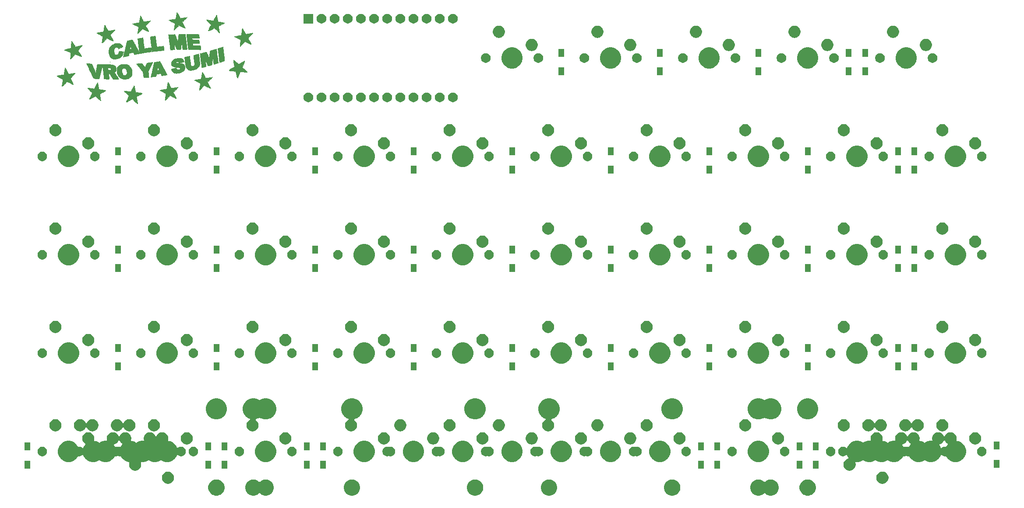
<source format=gts>
G04 #@! TF.GenerationSoftware,KiCad,Pcbnew,(5.1.4)-1*
G04 #@! TF.CreationDate,2021-09-03T03:45:49-10:00*
G04 #@! TF.ProjectId,oya45,6f796134-352e-46b6-9963-61645f706362,rev?*
G04 #@! TF.SameCoordinates,Original*
G04 #@! TF.FileFunction,Soldermask,Top*
G04 #@! TF.FilePolarity,Negative*
%FSLAX46Y46*%
G04 Gerber Fmt 4.6, Leading zero omitted, Abs format (unit mm)*
G04 Created by KiCad (PCBNEW (5.1.4)-1) date 2021-09-03 03:45:49*
%MOMM*%
%LPD*%
G04 APERTURE LIST*
%ADD10C,0.010000*%
%ADD11C,0.100000*%
G04 APERTURE END LIST*
D10*
G36*
X69813012Y-43435843D02*
G01*
X69827999Y-43445737D01*
X69841991Y-43470224D01*
X69856663Y-43515850D01*
X69873687Y-43589157D01*
X69894736Y-43696689D01*
X69921483Y-43844991D01*
X69955603Y-44040607D01*
X69966389Y-44102925D01*
X69997491Y-44278397D01*
X70026633Y-44434789D01*
X70052118Y-44563621D01*
X70072249Y-44656410D01*
X70085329Y-44704676D01*
X70087718Y-44709303D01*
X70121499Y-44719343D01*
X70200816Y-44733620D01*
X70315068Y-44750486D01*
X70453652Y-44768293D01*
X70508932Y-44774786D01*
X70754771Y-44803600D01*
X70949833Y-44828197D01*
X71099540Y-44849591D01*
X71209317Y-44868798D01*
X71284588Y-44886831D01*
X71330776Y-44904707D01*
X71353304Y-44923440D01*
X71357418Y-44933583D01*
X71346040Y-44957519D01*
X71302318Y-44994830D01*
X71222317Y-45048022D01*
X71102099Y-45119597D01*
X70937728Y-45212059D01*
X70807464Y-45283396D01*
X70646281Y-45371107D01*
X70502502Y-45449541D01*
X70383277Y-45514780D01*
X70295755Y-45562909D01*
X70247086Y-45590011D01*
X70239542Y-45594465D01*
X70241542Y-45623169D01*
X70252916Y-45697816D01*
X70272063Y-45808982D01*
X70297383Y-45947243D01*
X70316734Y-46048948D01*
X70362970Y-46289025D01*
X70399139Y-46479438D01*
X70425901Y-46625937D01*
X70443913Y-46734276D01*
X70453834Y-46810205D01*
X70456322Y-46859477D01*
X70452037Y-46887842D01*
X70441636Y-46901053D01*
X70425778Y-46904860D01*
X70414752Y-46905029D01*
X70375445Y-46886074D01*
X70305740Y-46834439D01*
X70214896Y-46757615D01*
X70112169Y-46663093D01*
X70093416Y-46645053D01*
X69970826Y-46526389D01*
X69841704Y-46401516D01*
X69722366Y-46286205D01*
X69638042Y-46204825D01*
X69450779Y-46024271D01*
X69327597Y-46094482D01*
X69234138Y-46146835D01*
X69119635Y-46209727D01*
X69035083Y-46255451D01*
X68936427Y-46309100D01*
X68808557Y-46379713D01*
X68671300Y-46456304D01*
X68591691Y-46501121D01*
X68455677Y-46574894D01*
X68360314Y-46618190D01*
X68299687Y-46632435D01*
X68267881Y-46619051D01*
X68258972Y-46581227D01*
X68270954Y-46545534D01*
X68304492Y-46467197D01*
X68355970Y-46354094D01*
X68421774Y-46214103D01*
X68498290Y-46055103D01*
X68532426Y-45985211D01*
X68805881Y-45427749D01*
X68348231Y-44988263D01*
X68197581Y-44841224D01*
X68072620Y-44714428D01*
X67977313Y-44612144D01*
X67915626Y-44538644D01*
X67891522Y-44498199D01*
X67891332Y-44496101D01*
X67894955Y-44477375D01*
X67909183Y-44464293D01*
X67939971Y-44457221D01*
X67993273Y-44456526D01*
X68075044Y-44462573D01*
X68191238Y-44475729D01*
X68347811Y-44496361D01*
X68550716Y-44524833D01*
X68695091Y-44545532D01*
X68865861Y-44568182D01*
X69006951Y-44583021D01*
X69110433Y-44589409D01*
X69168385Y-44586704D01*
X69175135Y-44584367D01*
X69205376Y-44549498D01*
X69251062Y-44475754D01*
X69304686Y-44375827D01*
X69334682Y-44314643D01*
X69450476Y-44071434D01*
X69545038Y-43875103D01*
X69620679Y-43721230D01*
X69679712Y-43605395D01*
X69724450Y-43523177D01*
X69757204Y-43470156D01*
X69780289Y-43441910D01*
X69795358Y-43434000D01*
X69813012Y-43435843D01*
X69813012Y-43435843D01*
G37*
X69813012Y-43435843D02*
X69827999Y-43445737D01*
X69841991Y-43470224D01*
X69856663Y-43515850D01*
X69873687Y-43589157D01*
X69894736Y-43696689D01*
X69921483Y-43844991D01*
X69955603Y-44040607D01*
X69966389Y-44102925D01*
X69997491Y-44278397D01*
X70026633Y-44434789D01*
X70052118Y-44563621D01*
X70072249Y-44656410D01*
X70085329Y-44704676D01*
X70087718Y-44709303D01*
X70121499Y-44719343D01*
X70200816Y-44733620D01*
X70315068Y-44750486D01*
X70453652Y-44768293D01*
X70508932Y-44774786D01*
X70754771Y-44803600D01*
X70949833Y-44828197D01*
X71099540Y-44849591D01*
X71209317Y-44868798D01*
X71284588Y-44886831D01*
X71330776Y-44904707D01*
X71353304Y-44923440D01*
X71357418Y-44933583D01*
X71346040Y-44957519D01*
X71302318Y-44994830D01*
X71222317Y-45048022D01*
X71102099Y-45119597D01*
X70937728Y-45212059D01*
X70807464Y-45283396D01*
X70646281Y-45371107D01*
X70502502Y-45449541D01*
X70383277Y-45514780D01*
X70295755Y-45562909D01*
X70247086Y-45590011D01*
X70239542Y-45594465D01*
X70241542Y-45623169D01*
X70252916Y-45697816D01*
X70272063Y-45808982D01*
X70297383Y-45947243D01*
X70316734Y-46048948D01*
X70362970Y-46289025D01*
X70399139Y-46479438D01*
X70425901Y-46625937D01*
X70443913Y-46734276D01*
X70453834Y-46810205D01*
X70456322Y-46859477D01*
X70452037Y-46887842D01*
X70441636Y-46901053D01*
X70425778Y-46904860D01*
X70414752Y-46905029D01*
X70375445Y-46886074D01*
X70305740Y-46834439D01*
X70214896Y-46757615D01*
X70112169Y-46663093D01*
X70093416Y-46645053D01*
X69970826Y-46526389D01*
X69841704Y-46401516D01*
X69722366Y-46286205D01*
X69638042Y-46204825D01*
X69450779Y-46024271D01*
X69327597Y-46094482D01*
X69234138Y-46146835D01*
X69119635Y-46209727D01*
X69035083Y-46255451D01*
X68936427Y-46309100D01*
X68808557Y-46379713D01*
X68671300Y-46456304D01*
X68591691Y-46501121D01*
X68455677Y-46574894D01*
X68360314Y-46618190D01*
X68299687Y-46632435D01*
X68267881Y-46619051D01*
X68258972Y-46581227D01*
X68270954Y-46545534D01*
X68304492Y-46467197D01*
X68355970Y-46354094D01*
X68421774Y-46214103D01*
X68498290Y-46055103D01*
X68532426Y-45985211D01*
X68805881Y-45427749D01*
X68348231Y-44988263D01*
X68197581Y-44841224D01*
X68072620Y-44714428D01*
X67977313Y-44612144D01*
X67915626Y-44538644D01*
X67891522Y-44498199D01*
X67891332Y-44496101D01*
X67894955Y-44477375D01*
X67909183Y-44464293D01*
X67939971Y-44457221D01*
X67993273Y-44456526D01*
X68075044Y-44462573D01*
X68191238Y-44475729D01*
X68347811Y-44496361D01*
X68550716Y-44524833D01*
X68695091Y-44545532D01*
X68865861Y-44568182D01*
X69006951Y-44583021D01*
X69110433Y-44589409D01*
X69168385Y-44586704D01*
X69175135Y-44584367D01*
X69205376Y-44549498D01*
X69251062Y-44475754D01*
X69304686Y-44375827D01*
X69334682Y-44314643D01*
X69450476Y-44071434D01*
X69545038Y-43875103D01*
X69620679Y-43721230D01*
X69679712Y-43605395D01*
X69724450Y-43523177D01*
X69757204Y-43470156D01*
X69780289Y-43441910D01*
X69795358Y-43434000D01*
X69813012Y-43435843D01*
G36*
X62752978Y-42876815D02*
G01*
X62767625Y-42894339D01*
X62777527Y-42930195D01*
X62793675Y-43010552D01*
X62813961Y-43124089D01*
X62836277Y-43259485D01*
X62839891Y-43282395D01*
X62866621Y-43450763D01*
X62895441Y-43628800D01*
X62922598Y-43793503D01*
X62941489Y-43905347D01*
X62986138Y-44165027D01*
X63103722Y-44180317D01*
X63292552Y-44205420D01*
X63485362Y-44232025D01*
X63673710Y-44258866D01*
X63849149Y-44284677D01*
X64003237Y-44308192D01*
X64127529Y-44328144D01*
X64213582Y-44343268D01*
X64252950Y-44352296D01*
X64253970Y-44352800D01*
X64276427Y-44374135D01*
X64275319Y-44400038D01*
X64246008Y-44433972D01*
X64183854Y-44479402D01*
X64084220Y-44539792D01*
X63942467Y-44618605D01*
X63785750Y-44702483D01*
X63581570Y-44811281D01*
X63423080Y-44897252D01*
X63305634Y-44963115D01*
X63224590Y-45011587D01*
X63175302Y-45045388D01*
X63153127Y-45067236D01*
X63150750Y-45074223D01*
X63155162Y-45108815D01*
X63167509Y-45190624D01*
X63186455Y-45311192D01*
X63210664Y-45462058D01*
X63238799Y-45634762D01*
X63250759Y-45707496D01*
X63279322Y-45886495D01*
X63303143Y-46047097D01*
X63321115Y-46180839D01*
X63332130Y-46279260D01*
X63335081Y-46333898D01*
X63333760Y-46341590D01*
X63293859Y-46368249D01*
X63285602Y-46369111D01*
X63257412Y-46350011D01*
X63195579Y-46296490D01*
X63106197Y-46214210D01*
X62995361Y-46108836D01*
X62869165Y-45986033D01*
X62801607Y-45919265D01*
X62348760Y-45469420D01*
X62093588Y-45600973D01*
X61955596Y-45673530D01*
X61793675Y-45760812D01*
X61632767Y-45849298D01*
X61550168Y-45895596D01*
X61392338Y-45980912D01*
X61276580Y-46033875D01*
X61199452Y-46055519D01*
X61157517Y-46046880D01*
X61146972Y-46016933D01*
X61159098Y-45980174D01*
X61192998Y-45901115D01*
X61244949Y-45787813D01*
X61311230Y-45648326D01*
X61388122Y-45490714D01*
X61415083Y-45436313D01*
X61494551Y-45275052D01*
X61564663Y-45129845D01*
X61621710Y-45008613D01*
X61661986Y-44919274D01*
X61681785Y-44869750D01*
X61683194Y-44863434D01*
X61663603Y-44834688D01*
X61608815Y-44773509D01*
X61524811Y-44686072D01*
X61417569Y-44578551D01*
X61293071Y-44457121D01*
X61245750Y-44411736D01*
X61085873Y-44256937D01*
X60965485Y-44134850D01*
X60881351Y-44041302D01*
X60830235Y-43972122D01*
X60808901Y-43923134D01*
X60814113Y-43890167D01*
X60829958Y-43875504D01*
X60862514Y-43875651D01*
X60940712Y-43883012D01*
X61054414Y-43896186D01*
X61193478Y-43913770D01*
X61347764Y-43934363D01*
X61507134Y-43956564D01*
X61661445Y-43978970D01*
X61800560Y-44000180D01*
X61914336Y-44018793D01*
X61992635Y-44033406D01*
X62018981Y-44039863D01*
X62054967Y-44041129D01*
X62092469Y-44017519D01*
X62135963Y-43962885D01*
X62189926Y-43871080D01*
X62258835Y-43735956D01*
X62295721Y-43659777D01*
X62361075Y-43523438D01*
X62438019Y-43362995D01*
X62513711Y-43205223D01*
X62542747Y-43144722D01*
X62614766Y-43004091D01*
X62672134Y-42914430D01*
X62717366Y-42872938D01*
X62752978Y-42876815D01*
X62752978Y-42876815D01*
G37*
X62752978Y-42876815D02*
X62767625Y-42894339D01*
X62777527Y-42930195D01*
X62793675Y-43010552D01*
X62813961Y-43124089D01*
X62836277Y-43259485D01*
X62839891Y-43282395D01*
X62866621Y-43450763D01*
X62895441Y-43628800D01*
X62922598Y-43793503D01*
X62941489Y-43905347D01*
X62986138Y-44165027D01*
X63103722Y-44180317D01*
X63292552Y-44205420D01*
X63485362Y-44232025D01*
X63673710Y-44258866D01*
X63849149Y-44284677D01*
X64003237Y-44308192D01*
X64127529Y-44328144D01*
X64213582Y-44343268D01*
X64252950Y-44352296D01*
X64253970Y-44352800D01*
X64276427Y-44374135D01*
X64275319Y-44400038D01*
X64246008Y-44433972D01*
X64183854Y-44479402D01*
X64084220Y-44539792D01*
X63942467Y-44618605D01*
X63785750Y-44702483D01*
X63581570Y-44811281D01*
X63423080Y-44897252D01*
X63305634Y-44963115D01*
X63224590Y-45011587D01*
X63175302Y-45045388D01*
X63153127Y-45067236D01*
X63150750Y-45074223D01*
X63155162Y-45108815D01*
X63167509Y-45190624D01*
X63186455Y-45311192D01*
X63210664Y-45462058D01*
X63238799Y-45634762D01*
X63250759Y-45707496D01*
X63279322Y-45886495D01*
X63303143Y-46047097D01*
X63321115Y-46180839D01*
X63332130Y-46279260D01*
X63335081Y-46333898D01*
X63333760Y-46341590D01*
X63293859Y-46368249D01*
X63285602Y-46369111D01*
X63257412Y-46350011D01*
X63195579Y-46296490D01*
X63106197Y-46214210D01*
X62995361Y-46108836D01*
X62869165Y-45986033D01*
X62801607Y-45919265D01*
X62348760Y-45469420D01*
X62093588Y-45600973D01*
X61955596Y-45673530D01*
X61793675Y-45760812D01*
X61632767Y-45849298D01*
X61550168Y-45895596D01*
X61392338Y-45980912D01*
X61276580Y-46033875D01*
X61199452Y-46055519D01*
X61157517Y-46046880D01*
X61146972Y-46016933D01*
X61159098Y-45980174D01*
X61192998Y-45901115D01*
X61244949Y-45787813D01*
X61311230Y-45648326D01*
X61388122Y-45490714D01*
X61415083Y-45436313D01*
X61494551Y-45275052D01*
X61564663Y-45129845D01*
X61621710Y-45008613D01*
X61661986Y-44919274D01*
X61681785Y-44869750D01*
X61683194Y-44863434D01*
X61663603Y-44834688D01*
X61608815Y-44773509D01*
X61524811Y-44686072D01*
X61417569Y-44578551D01*
X61293071Y-44457121D01*
X61245750Y-44411736D01*
X61085873Y-44256937D01*
X60965485Y-44134850D01*
X60881351Y-44041302D01*
X60830235Y-43972122D01*
X60808901Y-43923134D01*
X60814113Y-43890167D01*
X60829958Y-43875504D01*
X60862514Y-43875651D01*
X60940712Y-43883012D01*
X61054414Y-43896186D01*
X61193478Y-43913770D01*
X61347764Y-43934363D01*
X61507134Y-43956564D01*
X61661445Y-43978970D01*
X61800560Y-44000180D01*
X61914336Y-44018793D01*
X61992635Y-44033406D01*
X62018981Y-44039863D01*
X62054967Y-44041129D01*
X62092469Y-44017519D01*
X62135963Y-43962885D01*
X62189926Y-43871080D01*
X62258835Y-43735956D01*
X62295721Y-43659777D01*
X62361075Y-43523438D01*
X62438019Y-43362995D01*
X62513711Y-43205223D01*
X62542747Y-43144722D01*
X62614766Y-43004091D01*
X62672134Y-42914430D01*
X62717366Y-42872938D01*
X62752978Y-42876815D01*
G36*
X76377136Y-42806959D02*
G01*
X76423514Y-42867463D01*
X76483800Y-42967528D01*
X76560414Y-43110920D01*
X76655772Y-43301404D01*
X76689369Y-43370300D01*
X76768447Y-43533044D01*
X76838971Y-43677803D01*
X76897321Y-43797179D01*
X76939879Y-43883772D01*
X76963024Y-43930185D01*
X76966117Y-43935960D01*
X76994463Y-43933884D01*
X77070271Y-43923519D01*
X77185371Y-43906115D01*
X77331593Y-43882921D01*
X77500765Y-43855186D01*
X77566255Y-43844238D01*
X77783944Y-43807937D01*
X77952305Y-43780789D01*
X78077610Y-43762223D01*
X78166133Y-43751666D01*
X78224146Y-43748549D01*
X78257921Y-43752298D01*
X78273731Y-43762344D01*
X78277848Y-43778114D01*
X78277861Y-43779410D01*
X78258691Y-43808627D01*
X78204953Y-43871337D01*
X78122308Y-43961440D01*
X78016414Y-44072834D01*
X77892931Y-44199417D01*
X77822489Y-44270377D01*
X77367117Y-44726377D01*
X77653155Y-45280687D01*
X77758384Y-45487110D01*
X77837604Y-45648881D01*
X77892556Y-45770499D01*
X77924982Y-45856463D01*
X77936626Y-45911272D01*
X77929229Y-45939425D01*
X77910713Y-45945777D01*
X77878415Y-45933319D01*
X77803602Y-45898407D01*
X77693780Y-45844736D01*
X77556456Y-45776001D01*
X77399138Y-45695898D01*
X77314608Y-45652366D01*
X76746984Y-45358956D01*
X76295227Y-45821700D01*
X76164313Y-45954133D01*
X76044905Y-46071780D01*
X75943072Y-46168914D01*
X75864885Y-46239807D01*
X75816413Y-46278733D01*
X75804776Y-46284444D01*
X75774984Y-46259493D01*
X75766447Y-46206833D01*
X75771155Y-46156084D01*
X75784084Y-46059426D01*
X75803785Y-45926560D01*
X75828809Y-45767186D01*
X75857706Y-45591004D01*
X75864254Y-45552048D01*
X75893103Y-45379314D01*
X75917977Y-45226796D01*
X75937577Y-45102755D01*
X75950607Y-45015449D01*
X75955769Y-44973137D01*
X75955613Y-44970464D01*
X75929910Y-44956800D01*
X75861291Y-44920974D01*
X75756983Y-44866739D01*
X75624210Y-44797851D01*
X75470199Y-44718064D01*
X75392642Y-44677925D01*
X75230055Y-44592954D01*
X75084567Y-44515304D01*
X74963640Y-44449087D01*
X74874736Y-44398420D01*
X74825317Y-44367418D01*
X74817957Y-44360994D01*
X74817679Y-44317662D01*
X74825422Y-44306927D01*
X74859593Y-44295292D01*
X74941183Y-44276797D01*
X75061808Y-44253056D01*
X75213082Y-44225685D01*
X75386622Y-44196301D01*
X75467485Y-44183212D01*
X75647148Y-44154074D01*
X75807358Y-44127208D01*
X75939955Y-44104057D01*
X76036783Y-44086060D01*
X76089683Y-44074658D01*
X76096990Y-44072055D01*
X76104788Y-44041688D01*
X76119639Y-43963593D01*
X76140155Y-43845852D01*
X76164946Y-43696546D01*
X76192625Y-43523759D01*
X76207237Y-43430290D01*
X76235795Y-43248808D01*
X76262087Y-43086803D01*
X76284737Y-42952340D01*
X76302372Y-42853482D01*
X76313618Y-42798292D01*
X76316435Y-42789574D01*
X76342249Y-42782251D01*
X76377136Y-42806959D01*
X76377136Y-42806959D01*
G37*
X76377136Y-42806959D02*
X76423514Y-42867463D01*
X76483800Y-42967528D01*
X76560414Y-43110920D01*
X76655772Y-43301404D01*
X76689369Y-43370300D01*
X76768447Y-43533044D01*
X76838971Y-43677803D01*
X76897321Y-43797179D01*
X76939879Y-43883772D01*
X76963024Y-43930185D01*
X76966117Y-43935960D01*
X76994463Y-43933884D01*
X77070271Y-43923519D01*
X77185371Y-43906115D01*
X77331593Y-43882921D01*
X77500765Y-43855186D01*
X77566255Y-43844238D01*
X77783944Y-43807937D01*
X77952305Y-43780789D01*
X78077610Y-43762223D01*
X78166133Y-43751666D01*
X78224146Y-43748549D01*
X78257921Y-43752298D01*
X78273731Y-43762344D01*
X78277848Y-43778114D01*
X78277861Y-43779410D01*
X78258691Y-43808627D01*
X78204953Y-43871337D01*
X78122308Y-43961440D01*
X78016414Y-44072834D01*
X77892931Y-44199417D01*
X77822489Y-44270377D01*
X77367117Y-44726377D01*
X77653155Y-45280687D01*
X77758384Y-45487110D01*
X77837604Y-45648881D01*
X77892556Y-45770499D01*
X77924982Y-45856463D01*
X77936626Y-45911272D01*
X77929229Y-45939425D01*
X77910713Y-45945777D01*
X77878415Y-45933319D01*
X77803602Y-45898407D01*
X77693780Y-45844736D01*
X77556456Y-45776001D01*
X77399138Y-45695898D01*
X77314608Y-45652366D01*
X76746984Y-45358956D01*
X76295227Y-45821700D01*
X76164313Y-45954133D01*
X76044905Y-46071780D01*
X75943072Y-46168914D01*
X75864885Y-46239807D01*
X75816413Y-46278733D01*
X75804776Y-46284444D01*
X75774984Y-46259493D01*
X75766447Y-46206833D01*
X75771155Y-46156084D01*
X75784084Y-46059426D01*
X75803785Y-45926560D01*
X75828809Y-45767186D01*
X75857706Y-45591004D01*
X75864254Y-45552048D01*
X75893103Y-45379314D01*
X75917977Y-45226796D01*
X75937577Y-45102755D01*
X75950607Y-45015449D01*
X75955769Y-44973137D01*
X75955613Y-44970464D01*
X75929910Y-44956800D01*
X75861291Y-44920974D01*
X75756983Y-44866739D01*
X75624210Y-44797851D01*
X75470199Y-44718064D01*
X75392642Y-44677925D01*
X75230055Y-44592954D01*
X75084567Y-44515304D01*
X74963640Y-44449087D01*
X74874736Y-44398420D01*
X74825317Y-44367418D01*
X74817957Y-44360994D01*
X74817679Y-44317662D01*
X74825422Y-44306927D01*
X74859593Y-44295292D01*
X74941183Y-44276797D01*
X75061808Y-44253056D01*
X75213082Y-44225685D01*
X75386622Y-44196301D01*
X75467485Y-44183212D01*
X75647148Y-44154074D01*
X75807358Y-44127208D01*
X75939955Y-44104057D01*
X76036783Y-44086060D01*
X76089683Y-44074658D01*
X76096990Y-44072055D01*
X76104788Y-44041688D01*
X76119639Y-43963593D01*
X76140155Y-43845852D01*
X76164946Y-43696546D01*
X76192625Y-43523759D01*
X76207237Y-43430290D01*
X76235795Y-43248808D01*
X76262087Y-43086803D01*
X76284737Y-42952340D01*
X76302372Y-42853482D01*
X76313618Y-42798292D01*
X76316435Y-42789574D01*
X76342249Y-42782251D01*
X76377136Y-42806959D01*
G36*
X83011852Y-40825717D02*
G01*
X83037844Y-40854538D01*
X83074525Y-40911629D01*
X83124952Y-41001982D01*
X83192179Y-41130585D01*
X83279262Y-41302430D01*
X83333811Y-41411346D01*
X83415886Y-41575378D01*
X83489281Y-41721575D01*
X83550335Y-41842688D01*
X83595389Y-41931466D01*
X83620781Y-41980656D01*
X83624976Y-41988159D01*
X83653509Y-41985929D01*
X83729808Y-41975524D01*
X83845978Y-41958142D01*
X83994125Y-41934980D01*
X84166354Y-41907239D01*
X84269492Y-41890297D01*
X84452657Y-41861049D01*
X84617126Y-41836773D01*
X84754776Y-41818507D01*
X84857483Y-41807288D01*
X84917122Y-41804150D01*
X84928585Y-41806206D01*
X84915557Y-41831253D01*
X84867470Y-41890054D01*
X84789576Y-41976853D01*
X84687130Y-42085897D01*
X84565385Y-42211432D01*
X84479784Y-42297754D01*
X84009610Y-42767929D01*
X84310791Y-43353501D01*
X84395057Y-43520099D01*
X84468268Y-43670193D01*
X84527104Y-43796524D01*
X84568244Y-43891833D01*
X84588369Y-43948859D01*
X84588952Y-43961703D01*
X84558447Y-43955712D01*
X84485295Y-43926655D01*
X84376743Y-43877860D01*
X84240037Y-43812657D01*
X84082424Y-43734374D01*
X83978426Y-43681268D01*
X83390922Y-43378204D01*
X82947057Y-43843546D01*
X82818078Y-43977069D01*
X82700459Y-44095625D01*
X82600215Y-44193409D01*
X82523363Y-44264613D01*
X82475921Y-44303430D01*
X82464859Y-44308888D01*
X82434504Y-44285175D01*
X82426527Y-44248260D01*
X82431073Y-44203109D01*
X82443775Y-44111535D01*
X82463231Y-43982745D01*
X82488039Y-43825945D01*
X82516796Y-43650342D01*
X82526018Y-43595159D01*
X82555053Y-43419916D01*
X82580021Y-43264675D01*
X82599671Y-43137616D01*
X82612748Y-43046919D01*
X82617998Y-43000763D01*
X82617741Y-42996633D01*
X82591409Y-42982696D01*
X82522043Y-42947066D01*
X82416997Y-42893490D01*
X82283624Y-42825715D01*
X82129276Y-42747487D01*
X82059638Y-42712251D01*
X81897518Y-42629431D01*
X81752468Y-42553757D01*
X81632089Y-42489322D01*
X81543981Y-42440222D01*
X81495747Y-42410551D01*
X81489314Y-42405029D01*
X81484101Y-42364433D01*
X81490066Y-42355395D01*
X81522840Y-42345010D01*
X81603101Y-42327451D01*
X81722570Y-42304294D01*
X81872970Y-42277113D01*
X82046026Y-42247483D01*
X82130224Y-42233585D01*
X82309932Y-42203945D01*
X82469950Y-42176946D01*
X82602214Y-42153998D01*
X82698658Y-42136511D01*
X82751221Y-42125898D01*
X82758470Y-42123686D01*
X82765193Y-42094483D01*
X82779170Y-42017509D01*
X82799050Y-41900777D01*
X82823481Y-41752301D01*
X82851115Y-41580093D01*
X82865937Y-41486147D01*
X82895028Y-41303789D01*
X82922071Y-41140027D01*
X82945622Y-41003142D01*
X82964240Y-40901416D01*
X82976480Y-40843131D01*
X82979722Y-40832926D01*
X82993497Y-40820177D01*
X83011852Y-40825717D01*
X83011852Y-40825717D01*
G37*
X83011852Y-40825717D02*
X83037844Y-40854538D01*
X83074525Y-40911629D01*
X83124952Y-41001982D01*
X83192179Y-41130585D01*
X83279262Y-41302430D01*
X83333811Y-41411346D01*
X83415886Y-41575378D01*
X83489281Y-41721575D01*
X83550335Y-41842688D01*
X83595389Y-41931466D01*
X83620781Y-41980656D01*
X83624976Y-41988159D01*
X83653509Y-41985929D01*
X83729808Y-41975524D01*
X83845978Y-41958142D01*
X83994125Y-41934980D01*
X84166354Y-41907239D01*
X84269492Y-41890297D01*
X84452657Y-41861049D01*
X84617126Y-41836773D01*
X84754776Y-41818507D01*
X84857483Y-41807288D01*
X84917122Y-41804150D01*
X84928585Y-41806206D01*
X84915557Y-41831253D01*
X84867470Y-41890054D01*
X84789576Y-41976853D01*
X84687130Y-42085897D01*
X84565385Y-42211432D01*
X84479784Y-42297754D01*
X84009610Y-42767929D01*
X84310791Y-43353501D01*
X84395057Y-43520099D01*
X84468268Y-43670193D01*
X84527104Y-43796524D01*
X84568244Y-43891833D01*
X84588369Y-43948859D01*
X84588952Y-43961703D01*
X84558447Y-43955712D01*
X84485295Y-43926655D01*
X84376743Y-43877860D01*
X84240037Y-43812657D01*
X84082424Y-43734374D01*
X83978426Y-43681268D01*
X83390922Y-43378204D01*
X82947057Y-43843546D01*
X82818078Y-43977069D01*
X82700459Y-44095625D01*
X82600215Y-44193409D01*
X82523363Y-44264613D01*
X82475921Y-44303430D01*
X82464859Y-44308888D01*
X82434504Y-44285175D01*
X82426527Y-44248260D01*
X82431073Y-44203109D01*
X82443775Y-44111535D01*
X82463231Y-43982745D01*
X82488039Y-43825945D01*
X82516796Y-43650342D01*
X82526018Y-43595159D01*
X82555053Y-43419916D01*
X82580021Y-43264675D01*
X82599671Y-43137616D01*
X82612748Y-43046919D01*
X82617998Y-43000763D01*
X82617741Y-42996633D01*
X82591409Y-42982696D01*
X82522043Y-42947066D01*
X82416997Y-42893490D01*
X82283624Y-42825715D01*
X82129276Y-42747487D01*
X82059638Y-42712251D01*
X81897518Y-42629431D01*
X81752468Y-42553757D01*
X81632089Y-42489322D01*
X81543981Y-42440222D01*
X81495747Y-42410551D01*
X81489314Y-42405029D01*
X81484101Y-42364433D01*
X81490066Y-42355395D01*
X81522840Y-42345010D01*
X81603101Y-42327451D01*
X81722570Y-42304294D01*
X81872970Y-42277113D01*
X82046026Y-42247483D01*
X82130224Y-42233585D01*
X82309932Y-42203945D01*
X82469950Y-42176946D01*
X82602214Y-42153998D01*
X82698658Y-42136511D01*
X82751221Y-42125898D01*
X82758470Y-42123686D01*
X82765193Y-42094483D01*
X82779170Y-42017509D01*
X82799050Y-41900777D01*
X82823481Y-41752301D01*
X82851115Y-41580093D01*
X82865937Y-41486147D01*
X82895028Y-41303789D01*
X82922071Y-41140027D01*
X82945622Y-41003142D01*
X82964240Y-40901416D01*
X82976480Y-40843131D01*
X82979722Y-40832926D01*
X82993497Y-40820177D01*
X83011852Y-40825717D01*
G36*
X56550199Y-40064426D02*
G01*
X56604955Y-40155247D01*
X56656164Y-40259000D01*
X56769351Y-40499450D01*
X56861296Y-40693718D01*
X56934729Y-40846722D01*
X56992383Y-40963380D01*
X57036989Y-41048610D01*
X57071277Y-41107330D01*
X57097980Y-41144458D01*
X57119830Y-41164912D01*
X57139556Y-41173610D01*
X57159892Y-41175470D01*
X57165153Y-41175445D01*
X57214863Y-41171227D01*
X57310572Y-41159923D01*
X57442459Y-41142813D01*
X57600705Y-41121177D01*
X57775486Y-41096296D01*
X57801162Y-41092561D01*
X57973350Y-41068269D01*
X58126524Y-41048222D01*
X58251919Y-41033438D01*
X58340767Y-41024937D01*
X58384303Y-41023739D01*
X58386773Y-41024447D01*
X58403491Y-41043446D01*
X58401507Y-41072798D01*
X58377143Y-41117099D01*
X58326722Y-41180946D01*
X58246564Y-41268934D01*
X58132992Y-41385660D01*
X57982326Y-41535718D01*
X57959780Y-41557957D01*
X57812233Y-41704195D01*
X57701069Y-41816818D01*
X57621791Y-41901134D01*
X57569908Y-41962452D01*
X57540924Y-42006082D01*
X57530345Y-42037332D01*
X57533625Y-42061377D01*
X57552805Y-42104777D01*
X57592374Y-42190085D01*
X57648135Y-42308403D01*
X57715891Y-42450830D01*
X57791446Y-42608468D01*
X57799817Y-42625865D01*
X57874564Y-42783738D01*
X57939977Y-42926861D01*
X57992269Y-43046534D01*
X58027651Y-43134059D01*
X58042336Y-43180736D01*
X58042527Y-43183254D01*
X58030922Y-43222450D01*
X57992424Y-43232578D01*
X57921505Y-43212587D01*
X57812640Y-43161424D01*
X57748602Y-43127299D01*
X57635235Y-43065895D01*
X57493886Y-42990019D01*
X57346542Y-42911450D01*
X57266416Y-42868979D01*
X57150791Y-42807330D01*
X57052752Y-42754065D01*
X56983636Y-42715405D01*
X56955972Y-42698584D01*
X56923018Y-42679422D01*
X56887484Y-42674965D01*
X56843795Y-42689142D01*
X56786380Y-42725883D01*
X56709666Y-42789116D01*
X56608079Y-42882771D01*
X56476046Y-43010776D01*
X56383239Y-43102388D01*
X56252003Y-43230984D01*
X56132910Y-43344986D01*
X56032135Y-43438700D01*
X55955852Y-43506435D01*
X55910236Y-43542498D01*
X55901111Y-43546888D01*
X55863084Y-43524181D01*
X55850855Y-43503134D01*
X55848088Y-43457246D01*
X55854734Y-43370946D01*
X55869399Y-43259224D01*
X55879088Y-43199745D01*
X55902999Y-43061890D01*
X55932387Y-42892519D01*
X55963069Y-42715727D01*
X55984567Y-42591881D01*
X56006049Y-42455745D01*
X56020045Y-42341179D01*
X56025477Y-42259254D01*
X56021267Y-42221039D01*
X56020720Y-42220411D01*
X55989251Y-42200583D01*
X55915816Y-42158968D01*
X55808446Y-42099974D01*
X55675172Y-42028007D01*
X55524029Y-41947474D01*
X55502527Y-41936099D01*
X55309901Y-41833542D01*
X55162296Y-41752984D01*
X55054305Y-41691066D01*
X54980523Y-41644429D01*
X54935541Y-41609715D01*
X54913954Y-41583566D01*
X54909861Y-41567952D01*
X54919614Y-41545949D01*
X54952721Y-41525602D01*
X55014955Y-41505599D01*
X55112087Y-41484628D01*
X55249889Y-41461377D01*
X55434135Y-41434533D01*
X55589159Y-41413522D01*
X55764500Y-41389284D01*
X55921475Y-41365799D01*
X56051206Y-41344541D01*
X56144816Y-41326983D01*
X56193425Y-41314599D01*
X56197408Y-41312561D01*
X56220590Y-41271176D01*
X56240296Y-41197104D01*
X56244816Y-41168714D01*
X56259512Y-41068358D01*
X56278928Y-40949340D01*
X56288631Y-40894000D01*
X56314257Y-40751743D01*
X56333089Y-40645389D01*
X56348507Y-40555316D01*
X56363891Y-40461908D01*
X56376132Y-40386000D01*
X56406915Y-40214060D01*
X56436934Y-40097193D01*
X56468968Y-40034139D01*
X56505797Y-40023636D01*
X56550199Y-40064426D01*
X56550199Y-40064426D01*
G37*
X56550199Y-40064426D02*
X56604955Y-40155247D01*
X56656164Y-40259000D01*
X56769351Y-40499450D01*
X56861296Y-40693718D01*
X56934729Y-40846722D01*
X56992383Y-40963380D01*
X57036989Y-41048610D01*
X57071277Y-41107330D01*
X57097980Y-41144458D01*
X57119830Y-41164912D01*
X57139556Y-41173610D01*
X57159892Y-41175470D01*
X57165153Y-41175445D01*
X57214863Y-41171227D01*
X57310572Y-41159923D01*
X57442459Y-41142813D01*
X57600705Y-41121177D01*
X57775486Y-41096296D01*
X57801162Y-41092561D01*
X57973350Y-41068269D01*
X58126524Y-41048222D01*
X58251919Y-41033438D01*
X58340767Y-41024937D01*
X58384303Y-41023739D01*
X58386773Y-41024447D01*
X58403491Y-41043446D01*
X58401507Y-41072798D01*
X58377143Y-41117099D01*
X58326722Y-41180946D01*
X58246564Y-41268934D01*
X58132992Y-41385660D01*
X57982326Y-41535718D01*
X57959780Y-41557957D01*
X57812233Y-41704195D01*
X57701069Y-41816818D01*
X57621791Y-41901134D01*
X57569908Y-41962452D01*
X57540924Y-42006082D01*
X57530345Y-42037332D01*
X57533625Y-42061377D01*
X57552805Y-42104777D01*
X57592374Y-42190085D01*
X57648135Y-42308403D01*
X57715891Y-42450830D01*
X57791446Y-42608468D01*
X57799817Y-42625865D01*
X57874564Y-42783738D01*
X57939977Y-42926861D01*
X57992269Y-43046534D01*
X58027651Y-43134059D01*
X58042336Y-43180736D01*
X58042527Y-43183254D01*
X58030922Y-43222450D01*
X57992424Y-43232578D01*
X57921505Y-43212587D01*
X57812640Y-43161424D01*
X57748602Y-43127299D01*
X57635235Y-43065895D01*
X57493886Y-42990019D01*
X57346542Y-42911450D01*
X57266416Y-42868979D01*
X57150791Y-42807330D01*
X57052752Y-42754065D01*
X56983636Y-42715405D01*
X56955972Y-42698584D01*
X56923018Y-42679422D01*
X56887484Y-42674965D01*
X56843795Y-42689142D01*
X56786380Y-42725883D01*
X56709666Y-42789116D01*
X56608079Y-42882771D01*
X56476046Y-43010776D01*
X56383239Y-43102388D01*
X56252003Y-43230984D01*
X56132910Y-43344986D01*
X56032135Y-43438700D01*
X55955852Y-43506435D01*
X55910236Y-43542498D01*
X55901111Y-43546888D01*
X55863084Y-43524181D01*
X55850855Y-43503134D01*
X55848088Y-43457246D01*
X55854734Y-43370946D01*
X55869399Y-43259224D01*
X55879088Y-43199745D01*
X55902999Y-43061890D01*
X55932387Y-42892519D01*
X55963069Y-42715727D01*
X55984567Y-42591881D01*
X56006049Y-42455745D01*
X56020045Y-42341179D01*
X56025477Y-42259254D01*
X56021267Y-42221039D01*
X56020720Y-42220411D01*
X55989251Y-42200583D01*
X55915816Y-42158968D01*
X55808446Y-42099974D01*
X55675172Y-42028007D01*
X55524029Y-41947474D01*
X55502527Y-41936099D01*
X55309901Y-41833542D01*
X55162296Y-41752984D01*
X55054305Y-41691066D01*
X54980523Y-41644429D01*
X54935541Y-41609715D01*
X54913954Y-41583566D01*
X54909861Y-41567952D01*
X54919614Y-41545949D01*
X54952721Y-41525602D01*
X55014955Y-41505599D01*
X55112087Y-41484628D01*
X55249889Y-41461377D01*
X55434135Y-41434533D01*
X55589159Y-41413522D01*
X55764500Y-41389284D01*
X55921475Y-41365799D01*
X56051206Y-41344541D01*
X56144816Y-41326983D01*
X56193425Y-41314599D01*
X56197408Y-41312561D01*
X56220590Y-41271176D01*
X56240296Y-41197104D01*
X56244816Y-41168714D01*
X56259512Y-41068358D01*
X56278928Y-40949340D01*
X56288631Y-40894000D01*
X56314257Y-40751743D01*
X56333089Y-40645389D01*
X56348507Y-40555316D01*
X56363891Y-40461908D01*
X56376132Y-40386000D01*
X56406915Y-40214060D01*
X56436934Y-40097193D01*
X56468968Y-40034139D01*
X56505797Y-40023636D01*
X56550199Y-40064426D01*
G36*
X67821527Y-39302121D02*
G01*
X68053490Y-39308372D01*
X68242281Y-39325894D01*
X68400571Y-39357731D01*
X68541031Y-39406926D01*
X68676331Y-39476522D01*
X68756222Y-39526633D01*
X68975854Y-39701963D01*
X69150640Y-39908690D01*
X69281294Y-40148306D01*
X69368533Y-40422301D01*
X69413071Y-40732164D01*
X69419597Y-40908607D01*
X69410098Y-41151177D01*
X69376030Y-41352169D01*
X69312752Y-41522813D01*
X69215624Y-41674341D01*
X69080004Y-41817982D01*
X69023183Y-41867965D01*
X68822856Y-42005084D01*
X68599494Y-42101513D01*
X68369958Y-42150023D01*
X68364083Y-42150578D01*
X68259711Y-42160922D01*
X68158913Y-42172118D01*
X68146083Y-42173676D01*
X68069816Y-42176536D01*
X67959690Y-42172818D01*
X67837803Y-42163340D01*
X67821527Y-42161651D01*
X67519692Y-42105578D01*
X67253843Y-42006028D01*
X67024009Y-41863022D01*
X66830220Y-41676582D01*
X66672502Y-41446731D01*
X66550886Y-41173492D01*
X66546928Y-41162111D01*
X66515066Y-41064440D01*
X66493236Y-40979242D01*
X66479559Y-40891608D01*
X66472154Y-40786631D01*
X66469143Y-40649405D01*
X66468682Y-40546217D01*
X67445020Y-40546217D01*
X67451166Y-40693879D01*
X67466796Y-40841983D01*
X67490800Y-40972352D01*
X67508977Y-41035111D01*
X67562894Y-41144740D01*
X67641255Y-41254156D01*
X67729492Y-41345796D01*
X67813038Y-41402096D01*
X67813556Y-41402318D01*
X67906363Y-41421735D01*
X68023107Y-41420088D01*
X68138701Y-41400015D01*
X68228057Y-41364153D01*
X68237390Y-41357766D01*
X68328986Y-41265355D01*
X68387144Y-41145895D01*
X68413490Y-40992913D01*
X68409649Y-40799936D01*
X68400010Y-40709978D01*
X68353784Y-40478811D01*
X68280024Y-40296281D01*
X68178956Y-40162659D01*
X68050812Y-40078216D01*
X67895821Y-40043224D01*
X67836255Y-40042671D01*
X67735587Y-40052042D01*
X67665633Y-40076923D01*
X67600949Y-40127126D01*
X67589843Y-40137725D01*
X67523765Y-40217232D01*
X67473620Y-40304258D01*
X67465621Y-40324924D01*
X67449469Y-40417173D01*
X67445020Y-40546217D01*
X66468682Y-40546217D01*
X66468659Y-40541222D01*
X66469548Y-40375539D01*
X66473681Y-40253268D01*
X66482529Y-40161408D01*
X66497566Y-40086954D01*
X66520264Y-40016902D01*
X66531237Y-39988649D01*
X66644464Y-39780168D01*
X66803441Y-39603378D01*
X67005843Y-39460394D01*
X67217954Y-39364238D01*
X67295790Y-39338459D01*
X67369835Y-39320641D01*
X67452916Y-39309464D01*
X67557860Y-39303608D01*
X67697495Y-39301754D01*
X67821527Y-39302121D01*
X67821527Y-39302121D01*
G37*
X67821527Y-39302121D02*
X68053490Y-39308372D01*
X68242281Y-39325894D01*
X68400571Y-39357731D01*
X68541031Y-39406926D01*
X68676331Y-39476522D01*
X68756222Y-39526633D01*
X68975854Y-39701963D01*
X69150640Y-39908690D01*
X69281294Y-40148306D01*
X69368533Y-40422301D01*
X69413071Y-40732164D01*
X69419597Y-40908607D01*
X69410098Y-41151177D01*
X69376030Y-41352169D01*
X69312752Y-41522813D01*
X69215624Y-41674341D01*
X69080004Y-41817982D01*
X69023183Y-41867965D01*
X68822856Y-42005084D01*
X68599494Y-42101513D01*
X68369958Y-42150023D01*
X68364083Y-42150578D01*
X68259711Y-42160922D01*
X68158913Y-42172118D01*
X68146083Y-42173676D01*
X68069816Y-42176536D01*
X67959690Y-42172818D01*
X67837803Y-42163340D01*
X67821527Y-42161651D01*
X67519692Y-42105578D01*
X67253843Y-42006028D01*
X67024009Y-41863022D01*
X66830220Y-41676582D01*
X66672502Y-41446731D01*
X66550886Y-41173492D01*
X66546928Y-41162111D01*
X66515066Y-41064440D01*
X66493236Y-40979242D01*
X66479559Y-40891608D01*
X66472154Y-40786631D01*
X66469143Y-40649405D01*
X66468682Y-40546217D01*
X67445020Y-40546217D01*
X67451166Y-40693879D01*
X67466796Y-40841983D01*
X67490800Y-40972352D01*
X67508977Y-41035111D01*
X67562894Y-41144740D01*
X67641255Y-41254156D01*
X67729492Y-41345796D01*
X67813038Y-41402096D01*
X67813556Y-41402318D01*
X67906363Y-41421735D01*
X68023107Y-41420088D01*
X68138701Y-41400015D01*
X68228057Y-41364153D01*
X68237390Y-41357766D01*
X68328986Y-41265355D01*
X68387144Y-41145895D01*
X68413490Y-40992913D01*
X68409649Y-40799936D01*
X68400010Y-40709978D01*
X68353784Y-40478811D01*
X68280024Y-40296281D01*
X68178956Y-40162659D01*
X68050812Y-40078216D01*
X67895821Y-40043224D01*
X67836255Y-40042671D01*
X67735587Y-40052042D01*
X67665633Y-40076923D01*
X67600949Y-40127126D01*
X67589843Y-40137725D01*
X67523765Y-40217232D01*
X67473620Y-40304258D01*
X67465621Y-40324924D01*
X67449469Y-40417173D01*
X67445020Y-40546217D01*
X66468682Y-40546217D01*
X66468659Y-40541222D01*
X66469548Y-40375539D01*
X66473681Y-40253268D01*
X66482529Y-40161408D01*
X66497566Y-40086954D01*
X66520264Y-40016902D01*
X66531237Y-39988649D01*
X66644464Y-39780168D01*
X66803441Y-39603378D01*
X67005843Y-39460394D01*
X67217954Y-39364238D01*
X67295790Y-39338459D01*
X67369835Y-39320641D01*
X67452916Y-39309464D01*
X67557860Y-39303608D01*
X67697495Y-39301754D01*
X67821527Y-39302121D01*
G36*
X60815361Y-39156312D02*
G01*
X60945226Y-39165919D01*
X61100928Y-39177214D01*
X61251991Y-39187987D01*
X61273884Y-39189528D01*
X61394346Y-39199894D01*
X61498250Y-39212277D01*
X61569011Y-39224571D01*
X61584329Y-39228993D01*
X61614743Y-39257070D01*
X61656453Y-39324372D01*
X61711373Y-39434672D01*
X61781422Y-39591740D01*
X61844290Y-39740701D01*
X61964539Y-40029907D01*
X62065182Y-40270729D01*
X62147949Y-40467041D01*
X62214568Y-40622718D01*
X62266768Y-40741632D01*
X62306279Y-40827658D01*
X62334828Y-40884670D01*
X62354144Y-40916542D01*
X62365957Y-40927147D01*
X62371479Y-40922077D01*
X62380213Y-40884268D01*
X62397693Y-40798411D01*
X62422476Y-40671978D01*
X62453116Y-40512436D01*
X62488166Y-40327256D01*
X62526184Y-40123908D01*
X62532541Y-40089666D01*
X62570468Y-39886155D01*
X62605226Y-39701472D01*
X62635458Y-39542683D01*
X62659807Y-39416852D01*
X62676917Y-39331046D01*
X62685429Y-39292329D01*
X62685966Y-39290875D01*
X62699409Y-39284862D01*
X62732950Y-39281548D01*
X62794006Y-39281004D01*
X62889992Y-39283298D01*
X63028324Y-39288501D01*
X63193083Y-39295634D01*
X63356699Y-39302393D01*
X63557673Y-39309834D01*
X63776937Y-39317300D01*
X63995420Y-39324133D01*
X64138527Y-39328212D01*
X64352705Y-39334008D01*
X64588399Y-39340381D01*
X64824122Y-39346749D01*
X65038382Y-39352532D01*
X65152159Y-39355600D01*
X65316780Y-39361714D01*
X65457366Y-39370186D01*
X65564807Y-39380245D01*
X65629998Y-39391122D01*
X65644636Y-39397264D01*
X65694147Y-39420427D01*
X65740757Y-39426444D01*
X65822763Y-39445819D01*
X65925704Y-39497166D01*
X66032963Y-39570315D01*
X66127925Y-39655098D01*
X66145207Y-39673949D01*
X66266092Y-39853743D01*
X66338890Y-40063035D01*
X66357269Y-40178760D01*
X66355374Y-40387047D01*
X66303547Y-40569112D01*
X66201489Y-40725615D01*
X66049600Y-40856746D01*
X65976679Y-40908979D01*
X65947424Y-40940534D01*
X65956327Y-40958448D01*
X65966744Y-40962578D01*
X66037212Y-41005951D01*
X66129962Y-41096858D01*
X66242422Y-41232156D01*
X66372020Y-41408702D01*
X66516183Y-41623352D01*
X66547907Y-41672725D01*
X66635435Y-41811677D01*
X66711244Y-41935364D01*
X66770441Y-42035530D01*
X66808137Y-42103921D01*
X66819638Y-42131336D01*
X66801379Y-42143641D01*
X66743803Y-42152807D01*
X66642715Y-42159086D01*
X66493921Y-42162731D01*
X66293224Y-42163994D01*
X66276350Y-42164000D01*
X65733062Y-42164000D01*
X65414935Y-41691277D01*
X65292764Y-41510166D01*
X65197387Y-41370360D01*
X65124335Y-41266169D01*
X65069137Y-41191900D01*
X65027325Y-41141864D01*
X64994430Y-41110369D01*
X64965982Y-41091725D01*
X64937511Y-41080240D01*
X64934230Y-41079183D01*
X64907760Y-41072281D01*
X64889063Y-41075403D01*
X64878070Y-41095361D01*
X64874713Y-41138972D01*
X64878924Y-41213050D01*
X64890635Y-41324409D01*
X64909777Y-41479865D01*
X64928750Y-41627777D01*
X64948218Y-41781766D01*
X64964781Y-41918368D01*
X64977170Y-42026683D01*
X64984119Y-42095807D01*
X64985162Y-42112969D01*
X64980056Y-42132050D01*
X64958992Y-42145023D01*
X64913398Y-42152821D01*
X64834699Y-42156380D01*
X64714322Y-42156636D01*
X64597138Y-42155302D01*
X64444665Y-42152646D01*
X64303401Y-42149229D01*
X64187587Y-42145459D01*
X64111466Y-42141746D01*
X64103250Y-42141129D01*
X64035175Y-42129658D01*
X63999136Y-42112204D01*
X63997416Y-42107619D01*
X63994132Y-42074938D01*
X63984772Y-41992492D01*
X63970080Y-41866548D01*
X63950794Y-41703372D01*
X63927658Y-41509231D01*
X63901411Y-41290392D01*
X63872795Y-41053121D01*
X63868270Y-41015711D01*
X63837698Y-40762975D01*
X63807890Y-40516331D01*
X63779857Y-40284159D01*
X63754609Y-40074839D01*
X63747034Y-40011948D01*
X64745305Y-40011948D01*
X64752824Y-40135474D01*
X64761405Y-40238462D01*
X64773045Y-40335865D01*
X64775564Y-40352289D01*
X64790784Y-40445579D01*
X65020433Y-40429348D01*
X65171371Y-40412439D01*
X65268280Y-40386687D01*
X65301082Y-40366962D01*
X65346409Y-40294161D01*
X65347398Y-40210618D01*
X65311057Y-40129039D01*
X65244395Y-40062124D01*
X65154420Y-40022579D01*
X65108073Y-40017095D01*
X65019050Y-40015485D01*
X64911790Y-40013915D01*
X64879361Y-40013514D01*
X64745305Y-40011948D01*
X63747034Y-40011948D01*
X63733157Y-39896751D01*
X63716511Y-39758273D01*
X63705992Y-39670378D01*
X63672861Y-39392202D01*
X63335033Y-40748178D01*
X62997205Y-42104155D01*
X62728255Y-42091346D01*
X62503378Y-42080202D01*
X62328445Y-42070341D01*
X62196987Y-42061120D01*
X62102537Y-42051893D01*
X62038625Y-42042017D01*
X61998784Y-42030847D01*
X61976546Y-42017739D01*
X61975048Y-42016303D01*
X61954308Y-41982632D01*
X61912746Y-41904509D01*
X61853655Y-41788514D01*
X61780332Y-41641229D01*
X61696073Y-41469232D01*
X61604173Y-41279103D01*
X61568400Y-41204444D01*
X61466830Y-40991984D01*
X61365240Y-40779527D01*
X61268385Y-40577015D01*
X61181021Y-40394387D01*
X61107902Y-40241584D01*
X61053782Y-40128547D01*
X61048676Y-40117888D01*
X60970904Y-39955507D01*
X60883081Y-39772062D01*
X60798497Y-39595315D01*
X60755346Y-39505112D01*
X60698768Y-39384334D01*
X60652567Y-39280990D01*
X60621611Y-39206293D01*
X60610750Y-39171854D01*
X60635898Y-39155530D01*
X60712667Y-39151134D01*
X60815361Y-39156312D01*
X60815361Y-39156312D01*
G37*
X60815361Y-39156312D02*
X60945226Y-39165919D01*
X61100928Y-39177214D01*
X61251991Y-39187987D01*
X61273884Y-39189528D01*
X61394346Y-39199894D01*
X61498250Y-39212277D01*
X61569011Y-39224571D01*
X61584329Y-39228993D01*
X61614743Y-39257070D01*
X61656453Y-39324372D01*
X61711373Y-39434672D01*
X61781422Y-39591740D01*
X61844290Y-39740701D01*
X61964539Y-40029907D01*
X62065182Y-40270729D01*
X62147949Y-40467041D01*
X62214568Y-40622718D01*
X62266768Y-40741632D01*
X62306279Y-40827658D01*
X62334828Y-40884670D01*
X62354144Y-40916542D01*
X62365957Y-40927147D01*
X62371479Y-40922077D01*
X62380213Y-40884268D01*
X62397693Y-40798411D01*
X62422476Y-40671978D01*
X62453116Y-40512436D01*
X62488166Y-40327256D01*
X62526184Y-40123908D01*
X62532541Y-40089666D01*
X62570468Y-39886155D01*
X62605226Y-39701472D01*
X62635458Y-39542683D01*
X62659807Y-39416852D01*
X62676917Y-39331046D01*
X62685429Y-39292329D01*
X62685966Y-39290875D01*
X62699409Y-39284862D01*
X62732950Y-39281548D01*
X62794006Y-39281004D01*
X62889992Y-39283298D01*
X63028324Y-39288501D01*
X63193083Y-39295634D01*
X63356699Y-39302393D01*
X63557673Y-39309834D01*
X63776937Y-39317300D01*
X63995420Y-39324133D01*
X64138527Y-39328212D01*
X64352705Y-39334008D01*
X64588399Y-39340381D01*
X64824122Y-39346749D01*
X65038382Y-39352532D01*
X65152159Y-39355600D01*
X65316780Y-39361714D01*
X65457366Y-39370186D01*
X65564807Y-39380245D01*
X65629998Y-39391122D01*
X65644636Y-39397264D01*
X65694147Y-39420427D01*
X65740757Y-39426444D01*
X65822763Y-39445819D01*
X65925704Y-39497166D01*
X66032963Y-39570315D01*
X66127925Y-39655098D01*
X66145207Y-39673949D01*
X66266092Y-39853743D01*
X66338890Y-40063035D01*
X66357269Y-40178760D01*
X66355374Y-40387047D01*
X66303547Y-40569112D01*
X66201489Y-40725615D01*
X66049600Y-40856746D01*
X65976679Y-40908979D01*
X65947424Y-40940534D01*
X65956327Y-40958448D01*
X65966744Y-40962578D01*
X66037212Y-41005951D01*
X66129962Y-41096858D01*
X66242422Y-41232156D01*
X66372020Y-41408702D01*
X66516183Y-41623352D01*
X66547907Y-41672725D01*
X66635435Y-41811677D01*
X66711244Y-41935364D01*
X66770441Y-42035530D01*
X66808137Y-42103921D01*
X66819638Y-42131336D01*
X66801379Y-42143641D01*
X66743803Y-42152807D01*
X66642715Y-42159086D01*
X66493921Y-42162731D01*
X66293224Y-42163994D01*
X66276350Y-42164000D01*
X65733062Y-42164000D01*
X65414935Y-41691277D01*
X65292764Y-41510166D01*
X65197387Y-41370360D01*
X65124335Y-41266169D01*
X65069137Y-41191900D01*
X65027325Y-41141864D01*
X64994430Y-41110369D01*
X64965982Y-41091725D01*
X64937511Y-41080240D01*
X64934230Y-41079183D01*
X64907760Y-41072281D01*
X64889063Y-41075403D01*
X64878070Y-41095361D01*
X64874713Y-41138972D01*
X64878924Y-41213050D01*
X64890635Y-41324409D01*
X64909777Y-41479865D01*
X64928750Y-41627777D01*
X64948218Y-41781766D01*
X64964781Y-41918368D01*
X64977170Y-42026683D01*
X64984119Y-42095807D01*
X64985162Y-42112969D01*
X64980056Y-42132050D01*
X64958992Y-42145023D01*
X64913398Y-42152821D01*
X64834699Y-42156380D01*
X64714322Y-42156636D01*
X64597138Y-42155302D01*
X64444665Y-42152646D01*
X64303401Y-42149229D01*
X64187587Y-42145459D01*
X64111466Y-42141746D01*
X64103250Y-42141129D01*
X64035175Y-42129658D01*
X63999136Y-42112204D01*
X63997416Y-42107619D01*
X63994132Y-42074938D01*
X63984772Y-41992492D01*
X63970080Y-41866548D01*
X63950794Y-41703372D01*
X63927658Y-41509231D01*
X63901411Y-41290392D01*
X63872795Y-41053121D01*
X63868270Y-41015711D01*
X63837698Y-40762975D01*
X63807890Y-40516331D01*
X63779857Y-40284159D01*
X63754609Y-40074839D01*
X63747034Y-40011948D01*
X64745305Y-40011948D01*
X64752824Y-40135474D01*
X64761405Y-40238462D01*
X64773045Y-40335865D01*
X64775564Y-40352289D01*
X64790784Y-40445579D01*
X65020433Y-40429348D01*
X65171371Y-40412439D01*
X65268280Y-40386687D01*
X65301082Y-40366962D01*
X65346409Y-40294161D01*
X65347398Y-40210618D01*
X65311057Y-40129039D01*
X65244395Y-40062124D01*
X65154420Y-40022579D01*
X65108073Y-40017095D01*
X65019050Y-40015485D01*
X64911790Y-40013915D01*
X64879361Y-40013514D01*
X64745305Y-40011948D01*
X63747034Y-40011948D01*
X63733157Y-39896751D01*
X63716511Y-39758273D01*
X63705992Y-39670378D01*
X63672861Y-39392202D01*
X63335033Y-40748178D01*
X62997205Y-42104155D01*
X62728255Y-42091346D01*
X62503378Y-42080202D01*
X62328445Y-42070341D01*
X62196987Y-42061120D01*
X62102537Y-42051893D01*
X62038625Y-42042017D01*
X61998784Y-42030847D01*
X61976546Y-42017739D01*
X61975048Y-42016303D01*
X61954308Y-41982632D01*
X61912746Y-41904509D01*
X61853655Y-41788514D01*
X61780332Y-41641229D01*
X61696073Y-41469232D01*
X61604173Y-41279103D01*
X61568400Y-41204444D01*
X61466830Y-40991984D01*
X61365240Y-40779527D01*
X61268385Y-40577015D01*
X61181021Y-40394387D01*
X61107902Y-40241584D01*
X61053782Y-40128547D01*
X61048676Y-40117888D01*
X60970904Y-39955507D01*
X60883081Y-39772062D01*
X60798497Y-39595315D01*
X60755346Y-39505112D01*
X60698768Y-39384334D01*
X60652567Y-39280990D01*
X60621611Y-39206293D01*
X60610750Y-39171854D01*
X60635898Y-39155530D01*
X60712667Y-39151134D01*
X60815361Y-39156312D01*
G36*
X89059732Y-38484149D02*
G01*
X89124627Y-38529783D01*
X89208643Y-38594569D01*
X89300292Y-38669286D01*
X89388081Y-38744711D01*
X89460522Y-38811623D01*
X89482083Y-38833367D01*
X89526707Y-38876548D01*
X89597352Y-38941055D01*
X89683913Y-39018103D01*
X89776285Y-39098903D01*
X89864363Y-39174668D01*
X89938043Y-39236611D01*
X89987219Y-39275945D01*
X90001815Y-39285333D01*
X90031718Y-39271377D01*
X90100263Y-39233109D01*
X90198097Y-39175925D01*
X90315870Y-39105222D01*
X90351357Y-39083608D01*
X90563135Y-38954528D01*
X90732102Y-38852413D01*
X90863381Y-38774423D01*
X90962093Y-38717714D01*
X91033359Y-38679445D01*
X91082302Y-38656773D01*
X91114042Y-38646856D01*
X91133702Y-38646852D01*
X91136673Y-38647805D01*
X91171881Y-38684995D01*
X91175416Y-38703228D01*
X91164900Y-38740194D01*
X91135464Y-38820995D01*
X91090279Y-38937524D01*
X91032514Y-39081673D01*
X90965339Y-39245335D01*
X90935080Y-39317947D01*
X90694743Y-39892111D01*
X90788907Y-39976777D01*
X90887013Y-40064484D01*
X91004137Y-40168416D01*
X91130805Y-40280252D01*
X91257543Y-40391670D01*
X91374875Y-40494349D01*
X91473326Y-40579968D01*
X91543421Y-40640205D01*
X91563472Y-40657048D01*
X91637071Y-40731773D01*
X91657957Y-40789008D01*
X91627525Y-40827326D01*
X91547174Y-40845300D01*
X91418299Y-40841501D01*
X91386409Y-40837953D01*
X91149683Y-40811282D01*
X90921301Y-40789943D01*
X90715538Y-40775079D01*
X90546670Y-40767831D01*
X90503070Y-40767307D01*
X90324613Y-40767000D01*
X90241543Y-40964555D01*
X90197389Y-41068599D01*
X90158647Y-41158208D01*
X90133091Y-41215416D01*
X90131611Y-41218555D01*
X90110674Y-41267042D01*
X90074694Y-41354810D01*
X90029079Y-41468531D01*
X89988463Y-41571333D01*
X89939122Y-41693736D01*
X89894558Y-41798274D01*
X89860151Y-41872676D01*
X89843006Y-41902944D01*
X89793865Y-41936728D01*
X89749074Y-41914505D01*
X89709074Y-41836575D01*
X89698601Y-41804166D01*
X89679138Y-41731545D01*
X89650625Y-41616241D01*
X89616040Y-41470721D01*
X89578361Y-41307450D01*
X89551974Y-41190333D01*
X89516119Y-41032728D01*
X89483298Y-40894464D01*
X89455847Y-40784911D01*
X89436101Y-40713441D01*
X89427279Y-40689807D01*
X89390385Y-40677359D01*
X89301314Y-40662365D01*
X89164254Y-40645321D01*
X88983390Y-40626728D01*
X88762909Y-40607081D01*
X88663638Y-40598965D01*
X88482140Y-40583351D01*
X88349099Y-40568852D01*
X88256582Y-40554074D01*
X88196658Y-40537622D01*
X88161394Y-40518099D01*
X88152325Y-40509008D01*
X88139122Y-40487070D01*
X88139992Y-40463507D01*
X88159902Y-40434520D01*
X88203816Y-40396306D01*
X88276702Y-40345064D01*
X88383525Y-40276994D01*
X88529251Y-40188294D01*
X88718847Y-40075164D01*
X88720083Y-40074429D01*
X88869701Y-39985569D01*
X89002036Y-39906964D01*
X89109703Y-39843004D01*
X89185314Y-39798076D01*
X89221484Y-39776568D01*
X89223449Y-39775394D01*
X89222555Y-39747944D01*
X89208278Y-39671589D01*
X89180321Y-39545006D01*
X89138390Y-39366869D01*
X89082189Y-39135854D01*
X89066858Y-39073666D01*
X89026018Y-38889624D01*
X88999841Y-38730681D01*
X88988778Y-38603439D01*
X88993280Y-38514502D01*
X89013798Y-38470475D01*
X89025449Y-38466888D01*
X89059732Y-38484149D01*
X89059732Y-38484149D01*
G37*
X89059732Y-38484149D02*
X89124627Y-38529783D01*
X89208643Y-38594569D01*
X89300292Y-38669286D01*
X89388081Y-38744711D01*
X89460522Y-38811623D01*
X89482083Y-38833367D01*
X89526707Y-38876548D01*
X89597352Y-38941055D01*
X89683913Y-39018103D01*
X89776285Y-39098903D01*
X89864363Y-39174668D01*
X89938043Y-39236611D01*
X89987219Y-39275945D01*
X90001815Y-39285333D01*
X90031718Y-39271377D01*
X90100263Y-39233109D01*
X90198097Y-39175925D01*
X90315870Y-39105222D01*
X90351357Y-39083608D01*
X90563135Y-38954528D01*
X90732102Y-38852413D01*
X90863381Y-38774423D01*
X90962093Y-38717714D01*
X91033359Y-38679445D01*
X91082302Y-38656773D01*
X91114042Y-38646856D01*
X91133702Y-38646852D01*
X91136673Y-38647805D01*
X91171881Y-38684995D01*
X91175416Y-38703228D01*
X91164900Y-38740194D01*
X91135464Y-38820995D01*
X91090279Y-38937524D01*
X91032514Y-39081673D01*
X90965339Y-39245335D01*
X90935080Y-39317947D01*
X90694743Y-39892111D01*
X90788907Y-39976777D01*
X90887013Y-40064484D01*
X91004137Y-40168416D01*
X91130805Y-40280252D01*
X91257543Y-40391670D01*
X91374875Y-40494349D01*
X91473326Y-40579968D01*
X91543421Y-40640205D01*
X91563472Y-40657048D01*
X91637071Y-40731773D01*
X91657957Y-40789008D01*
X91627525Y-40827326D01*
X91547174Y-40845300D01*
X91418299Y-40841501D01*
X91386409Y-40837953D01*
X91149683Y-40811282D01*
X90921301Y-40789943D01*
X90715538Y-40775079D01*
X90546670Y-40767831D01*
X90503070Y-40767307D01*
X90324613Y-40767000D01*
X90241543Y-40964555D01*
X90197389Y-41068599D01*
X90158647Y-41158208D01*
X90133091Y-41215416D01*
X90131611Y-41218555D01*
X90110674Y-41267042D01*
X90074694Y-41354810D01*
X90029079Y-41468531D01*
X89988463Y-41571333D01*
X89939122Y-41693736D01*
X89894558Y-41798274D01*
X89860151Y-41872676D01*
X89843006Y-41902944D01*
X89793865Y-41936728D01*
X89749074Y-41914505D01*
X89709074Y-41836575D01*
X89698601Y-41804166D01*
X89679138Y-41731545D01*
X89650625Y-41616241D01*
X89616040Y-41470721D01*
X89578361Y-41307450D01*
X89551974Y-41190333D01*
X89516119Y-41032728D01*
X89483298Y-40894464D01*
X89455847Y-40784911D01*
X89436101Y-40713441D01*
X89427279Y-40689807D01*
X89390385Y-40677359D01*
X89301314Y-40662365D01*
X89164254Y-40645321D01*
X88983390Y-40626728D01*
X88762909Y-40607081D01*
X88663638Y-40598965D01*
X88482140Y-40583351D01*
X88349099Y-40568852D01*
X88256582Y-40554074D01*
X88196658Y-40537622D01*
X88161394Y-40518099D01*
X88152325Y-40509008D01*
X88139122Y-40487070D01*
X88139992Y-40463507D01*
X88159902Y-40434520D01*
X88203816Y-40396306D01*
X88276702Y-40345064D01*
X88383525Y-40276994D01*
X88529251Y-40188294D01*
X88718847Y-40075164D01*
X88720083Y-40074429D01*
X88869701Y-39985569D01*
X89002036Y-39906964D01*
X89109703Y-39843004D01*
X89185314Y-39798076D01*
X89221484Y-39776568D01*
X89223449Y-39775394D01*
X89222555Y-39747944D01*
X89208278Y-39671589D01*
X89180321Y-39545006D01*
X89138390Y-39366869D01*
X89082189Y-39135854D01*
X89066858Y-39073666D01*
X89026018Y-38889624D01*
X88999841Y-38730681D01*
X88988778Y-38603439D01*
X88993280Y-38514502D01*
X89013798Y-38470475D01*
X89025449Y-38466888D01*
X89059732Y-38484149D01*
G36*
X73364676Y-38940823D02*
G01*
X73367194Y-38955375D01*
X73354737Y-38988570D01*
X73319385Y-39065723D01*
X73264167Y-39180654D01*
X73192113Y-39327183D01*
X73106252Y-39499130D01*
X73009613Y-39690313D01*
X72941820Y-39823209D01*
X72516446Y-40654111D01*
X72576659Y-41176222D01*
X72596081Y-41345132D01*
X72613486Y-41497436D01*
X72627740Y-41623155D01*
X72637714Y-41712307D01*
X72642200Y-41754123D01*
X72639381Y-41780224D01*
X72618560Y-41799409D01*
X72569970Y-41814916D01*
X72483841Y-41829986D01*
X72365305Y-41845962D01*
X72215093Y-41863038D01*
X72057592Y-41877525D01*
X71919320Y-41887089D01*
X71877228Y-41888949D01*
X71770176Y-41891070D01*
X71706825Y-41886547D01*
X71674559Y-41872518D01*
X71660762Y-41846117D01*
X71659182Y-41839444D01*
X71652047Y-41793990D01*
X71639766Y-41702666D01*
X71623640Y-41575679D01*
X71604967Y-41423232D01*
X71587627Y-41277551D01*
X71528264Y-40772102D01*
X71364255Y-40586106D01*
X71276148Y-40484870D01*
X71153703Y-40342110D01*
X70998578Y-40159777D01*
X70812430Y-39939827D01*
X70596917Y-39684212D01*
X70360678Y-39403203D01*
X70297668Y-39324641D01*
X70252444Y-39261542D01*
X70234543Y-39227240D01*
X70234527Y-39226814D01*
X70259247Y-39208157D01*
X70319441Y-39197830D01*
X70326250Y-39197525D01*
X70423285Y-39193161D01*
X70516750Y-39187653D01*
X70583344Y-39183263D01*
X70691254Y-39176312D01*
X70825460Y-39167761D01*
X70968305Y-39158738D01*
X71321083Y-39136554D01*
X71616475Y-39506807D01*
X71714934Y-39627755D01*
X71801693Y-39729676D01*
X71870659Y-39805786D01*
X71915744Y-39849302D01*
X71930322Y-39856363D01*
X71947681Y-39824545D01*
X71983324Y-39750525D01*
X72032828Y-39643779D01*
X72091769Y-39513780D01*
X72124492Y-39440555D01*
X72185390Y-39303946D01*
X72237705Y-39187210D01*
X72277400Y-39099306D01*
X72300438Y-39049193D01*
X72304533Y-39040998D01*
X72332385Y-39036375D01*
X72405562Y-39026654D01*
X72513310Y-39013110D01*
X72644870Y-38997022D01*
X72789487Y-38979668D01*
X72936403Y-38962325D01*
X73074862Y-38946272D01*
X73194107Y-38932786D01*
X73283381Y-38923144D01*
X73331928Y-38918625D01*
X73336251Y-38918444D01*
X73364676Y-38940823D01*
X73364676Y-38940823D01*
G37*
X73364676Y-38940823D02*
X73367194Y-38955375D01*
X73354737Y-38988570D01*
X73319385Y-39065723D01*
X73264167Y-39180654D01*
X73192113Y-39327183D01*
X73106252Y-39499130D01*
X73009613Y-39690313D01*
X72941820Y-39823209D01*
X72516446Y-40654111D01*
X72576659Y-41176222D01*
X72596081Y-41345132D01*
X72613486Y-41497436D01*
X72627740Y-41623155D01*
X72637714Y-41712307D01*
X72642200Y-41754123D01*
X72639381Y-41780224D01*
X72618560Y-41799409D01*
X72569970Y-41814916D01*
X72483841Y-41829986D01*
X72365305Y-41845962D01*
X72215093Y-41863038D01*
X72057592Y-41877525D01*
X71919320Y-41887089D01*
X71877228Y-41888949D01*
X71770176Y-41891070D01*
X71706825Y-41886547D01*
X71674559Y-41872518D01*
X71660762Y-41846117D01*
X71659182Y-41839444D01*
X71652047Y-41793990D01*
X71639766Y-41702666D01*
X71623640Y-41575679D01*
X71604967Y-41423232D01*
X71587627Y-41277551D01*
X71528264Y-40772102D01*
X71364255Y-40586106D01*
X71276148Y-40484870D01*
X71153703Y-40342110D01*
X70998578Y-40159777D01*
X70812430Y-39939827D01*
X70596917Y-39684212D01*
X70360678Y-39403203D01*
X70297668Y-39324641D01*
X70252444Y-39261542D01*
X70234543Y-39227240D01*
X70234527Y-39226814D01*
X70259247Y-39208157D01*
X70319441Y-39197830D01*
X70326250Y-39197525D01*
X70423285Y-39193161D01*
X70516750Y-39187653D01*
X70583344Y-39183263D01*
X70691254Y-39176312D01*
X70825460Y-39167761D01*
X70968305Y-39158738D01*
X71321083Y-39136554D01*
X71616475Y-39506807D01*
X71714934Y-39627755D01*
X71801693Y-39729676D01*
X71870659Y-39805786D01*
X71915744Y-39849302D01*
X71930322Y-39856363D01*
X71947681Y-39824545D01*
X71983324Y-39750525D01*
X72032828Y-39643779D01*
X72091769Y-39513780D01*
X72124492Y-39440555D01*
X72185390Y-39303946D01*
X72237705Y-39187210D01*
X72277400Y-39099306D01*
X72300438Y-39049193D01*
X72304533Y-39040998D01*
X72332385Y-39036375D01*
X72405562Y-39026654D01*
X72513310Y-39013110D01*
X72644870Y-38997022D01*
X72789487Y-38979668D01*
X72936403Y-38962325D01*
X73074862Y-38946272D01*
X73194107Y-38932786D01*
X73283381Y-38923144D01*
X73331928Y-38918625D01*
X73336251Y-38918444D01*
X73364676Y-38940823D01*
G36*
X74736604Y-38751703D02*
G01*
X74760237Y-38758608D01*
X74785182Y-38776971D01*
X74814855Y-38812077D01*
X74852673Y-38869211D01*
X74902053Y-38953659D01*
X74966411Y-39070706D01*
X75049165Y-39225636D01*
X75153730Y-39423736D01*
X75188585Y-39489944D01*
X75300209Y-39701367D01*
X75415090Y-39917800D01*
X75527293Y-40128142D01*
X75630882Y-40321290D01*
X75719919Y-40486145D01*
X75785991Y-40607113D01*
X75904870Y-40824195D01*
X75997514Y-40996923D01*
X76066082Y-41129727D01*
X76112732Y-41227035D01*
X76139623Y-41293276D01*
X76148912Y-41332880D01*
X76146390Y-41346677D01*
X76109082Y-41365685D01*
X76042090Y-41374172D01*
X76039584Y-41374194D01*
X75962116Y-41380894D01*
X75857194Y-41397728D01*
X75780194Y-41413730D01*
X75653057Y-41439019D01*
X75509683Y-41461670D01*
X75427416Y-41471788D01*
X75324297Y-41483747D01*
X75238899Y-41495982D01*
X75194718Y-41504667D01*
X75164474Y-41500612D01*
X75131325Y-41465701D01*
X75089410Y-41391922D01*
X75047194Y-41302970D01*
X74948925Y-41087333D01*
X74786004Y-41107485D01*
X74676712Y-41121227D01*
X74539019Y-41138848D01*
X74400481Y-41156820D01*
X74383943Y-41158985D01*
X74144804Y-41190333D01*
X74123928Y-41317333D01*
X74100155Y-41459549D01*
X74077009Y-41558063D01*
X74044416Y-41621568D01*
X73992300Y-41658759D01*
X73910586Y-41678328D01*
X73789198Y-41688970D01*
X73686109Y-41695105D01*
X73423089Y-41715217D01*
X73212542Y-41740776D01*
X73121979Y-41756658D01*
X73068841Y-41758221D01*
X73048987Y-41747825D01*
X73053403Y-41717103D01*
X73070275Y-41636822D01*
X73098377Y-41512183D01*
X73136482Y-41348389D01*
X73183363Y-41150641D01*
X73237793Y-40924142D01*
X73298548Y-40674094D01*
X73347712Y-40473705D01*
X74276889Y-40473705D01*
X74351208Y-40459976D01*
X74431026Y-40445849D01*
X74524545Y-40430073D01*
X74531361Y-40428956D01*
X74599213Y-40414267D01*
X74635364Y-40399419D01*
X74637194Y-40396271D01*
X74626656Y-40363511D01*
X74598894Y-40295264D01*
X74559686Y-40204357D01*
X74514812Y-40103618D01*
X74470047Y-40005874D01*
X74431172Y-39923952D01*
X74403965Y-39870681D01*
X74394433Y-39857353D01*
X74386315Y-39886876D01*
X74370864Y-39960322D01*
X74350438Y-40066010D01*
X74331406Y-40169784D01*
X74276889Y-40473705D01*
X73347712Y-40473705D01*
X73364398Y-40405697D01*
X73387643Y-40311543D01*
X73737520Y-38896530D01*
X73940413Y-38862574D01*
X74190198Y-38821419D01*
X74388455Y-38790245D01*
X74539106Y-38768484D01*
X74646072Y-38755567D01*
X74710866Y-38750970D01*
X74736604Y-38751703D01*
X74736604Y-38751703D01*
G37*
X74736604Y-38751703D02*
X74760237Y-38758608D01*
X74785182Y-38776971D01*
X74814855Y-38812077D01*
X74852673Y-38869211D01*
X74902053Y-38953659D01*
X74966411Y-39070706D01*
X75049165Y-39225636D01*
X75153730Y-39423736D01*
X75188585Y-39489944D01*
X75300209Y-39701367D01*
X75415090Y-39917800D01*
X75527293Y-40128142D01*
X75630882Y-40321290D01*
X75719919Y-40486145D01*
X75785991Y-40607113D01*
X75904870Y-40824195D01*
X75997514Y-40996923D01*
X76066082Y-41129727D01*
X76112732Y-41227035D01*
X76139623Y-41293276D01*
X76148912Y-41332880D01*
X76146390Y-41346677D01*
X76109082Y-41365685D01*
X76042090Y-41374172D01*
X76039584Y-41374194D01*
X75962116Y-41380894D01*
X75857194Y-41397728D01*
X75780194Y-41413730D01*
X75653057Y-41439019D01*
X75509683Y-41461670D01*
X75427416Y-41471788D01*
X75324297Y-41483747D01*
X75238899Y-41495982D01*
X75194718Y-41504667D01*
X75164474Y-41500612D01*
X75131325Y-41465701D01*
X75089410Y-41391922D01*
X75047194Y-41302970D01*
X74948925Y-41087333D01*
X74786004Y-41107485D01*
X74676712Y-41121227D01*
X74539019Y-41138848D01*
X74400481Y-41156820D01*
X74383943Y-41158985D01*
X74144804Y-41190333D01*
X74123928Y-41317333D01*
X74100155Y-41459549D01*
X74077009Y-41558063D01*
X74044416Y-41621568D01*
X73992300Y-41658759D01*
X73910586Y-41678328D01*
X73789198Y-41688970D01*
X73686109Y-41695105D01*
X73423089Y-41715217D01*
X73212542Y-41740776D01*
X73121979Y-41756658D01*
X73068841Y-41758221D01*
X73048987Y-41747825D01*
X73053403Y-41717103D01*
X73070275Y-41636822D01*
X73098377Y-41512183D01*
X73136482Y-41348389D01*
X73183363Y-41150641D01*
X73237793Y-40924142D01*
X73298548Y-40674094D01*
X73347712Y-40473705D01*
X74276889Y-40473705D01*
X74351208Y-40459976D01*
X74431026Y-40445849D01*
X74524545Y-40430073D01*
X74531361Y-40428956D01*
X74599213Y-40414267D01*
X74635364Y-40399419D01*
X74637194Y-40396271D01*
X74626656Y-40363511D01*
X74598894Y-40295264D01*
X74559686Y-40204357D01*
X74514812Y-40103618D01*
X74470047Y-40005874D01*
X74431172Y-39923952D01*
X74403965Y-39870681D01*
X74394433Y-39857353D01*
X74386315Y-39886876D01*
X74370864Y-39960322D01*
X74350438Y-40066010D01*
X74331406Y-40169784D01*
X74276889Y-40473705D01*
X73347712Y-40473705D01*
X73364398Y-40405697D01*
X73387643Y-40311543D01*
X73737520Y-38896530D01*
X73940413Y-38862574D01*
X74190198Y-38821419D01*
X74388455Y-38790245D01*
X74539106Y-38768484D01*
X74646072Y-38755567D01*
X74710866Y-38750970D01*
X74736604Y-38751703D01*
G36*
X78605638Y-38130035D02*
G01*
X78737212Y-38141428D01*
X78839793Y-38158156D01*
X79022345Y-38226513D01*
X79180624Y-38341276D01*
X79307472Y-38495064D01*
X79395733Y-38680496D01*
X79416527Y-38752929D01*
X79421210Y-38810103D01*
X79390427Y-38836920D01*
X79371197Y-38842429D01*
X79314764Y-38856816D01*
X79221732Y-38881423D01*
X79109932Y-38911522D01*
X79082194Y-38919063D01*
X78972728Y-38947504D01*
X78850978Y-38976974D01*
X78729437Y-39004735D01*
X78620598Y-39028052D01*
X78536954Y-39044188D01*
X78491000Y-39050404D01*
X78486061Y-39049656D01*
X78472373Y-39024445D01*
X78443051Y-38967657D01*
X78436085Y-38953988D01*
X78358770Y-38846986D01*
X78261856Y-38792666D01*
X78144106Y-38790335D01*
X78143930Y-38790367D01*
X78029309Y-38824425D01*
X77950007Y-38874311D01*
X77911665Y-38933080D01*
X77919927Y-38993790D01*
X77950192Y-39028749D01*
X77993864Y-39043363D01*
X78081679Y-39057110D01*
X78201338Y-39068423D01*
X78310025Y-39074598D01*
X78453827Y-39081611D01*
X78590429Y-39090111D01*
X78701875Y-39098883D01*
X78757638Y-39104843D01*
X78858738Y-39118169D01*
X78952639Y-39130288D01*
X78972324Y-39132774D01*
X79083499Y-39160397D01*
X79210394Y-39212078D01*
X79331030Y-39277108D01*
X79423426Y-39344779D01*
X79438805Y-39360058D01*
X79522711Y-39462952D01*
X79576675Y-39564827D01*
X79606422Y-39682651D01*
X79617677Y-39833390D01*
X79618309Y-39892111D01*
X79615712Y-40027148D01*
X79605299Y-40126475D01*
X79583340Y-40210680D01*
X79546103Y-40300348D01*
X79543199Y-40306569D01*
X79429443Y-40487162D01*
X79269742Y-40650408D01*
X79073686Y-40789052D01*
X78850865Y-40895841D01*
X78701194Y-40943464D01*
X78562541Y-40975873D01*
X78413598Y-41005137D01*
X78265576Y-41029711D01*
X78129686Y-41048052D01*
X78017139Y-41058614D01*
X77939146Y-41059854D01*
X77908620Y-41052638D01*
X77876147Y-41043879D01*
X77805918Y-41033159D01*
X77752576Y-41026969D01*
X77559970Y-40980901D01*
X77390156Y-40884072D01*
X77277861Y-40779486D01*
X77183899Y-40652927D01*
X77099313Y-40499261D01*
X77038359Y-40345703D01*
X77025342Y-40297442D01*
X77020064Y-40251515D01*
X77038729Y-40221811D01*
X77093374Y-40196205D01*
X77142173Y-40179786D01*
X77245586Y-40150803D01*
X77371959Y-40121377D01*
X77459416Y-40104189D01*
X77561458Y-40083783D01*
X77645327Y-40062745D01*
X77688775Y-40047386D01*
X77747362Y-40025600D01*
X77828010Y-40005502D01*
X77834966Y-40004160D01*
X77893354Y-39995909D01*
X77930089Y-40006336D01*
X77959632Y-40046538D01*
X77996444Y-40127617D01*
X77996755Y-40128341D01*
X78037359Y-40213641D01*
X78075277Y-40278468D01*
X78093301Y-40300407D01*
X78149345Y-40324881D01*
X78238902Y-40343739D01*
X78339103Y-40353975D01*
X78427076Y-40352579D01*
X78454448Y-40347909D01*
X78547164Y-40303691D01*
X78623505Y-40230543D01*
X78667736Y-40145699D01*
X78672972Y-40108581D01*
X78668704Y-40052301D01*
X78650942Y-40009746D01*
X78612246Y-39978031D01*
X78545176Y-39954272D01*
X78442295Y-39935587D01*
X78296163Y-39919090D01*
X78150861Y-39906180D01*
X77923990Y-39884666D01*
X77744922Y-39861671D01*
X77605013Y-39835587D01*
X77495623Y-39804809D01*
X77409348Y-39768364D01*
X77233646Y-39657990D01*
X77109211Y-39529611D01*
X77032154Y-39377217D01*
X76998586Y-39194797D01*
X76996397Y-39130111D01*
X77013249Y-38944095D01*
X77069536Y-38778705D01*
X77171471Y-38617900D01*
X77216024Y-38563297D01*
X77320836Y-38468893D01*
X77465080Y-38376914D01*
X77632031Y-38295500D01*
X77804966Y-38232792D01*
X77967162Y-38196929D01*
X77969277Y-38196657D01*
X78063910Y-38181546D01*
X78139748Y-38164075D01*
X78167413Y-38154139D01*
X78232312Y-38137473D01*
X78337465Y-38127963D01*
X78467147Y-38125515D01*
X78605638Y-38130035D01*
X78605638Y-38130035D01*
G37*
X78605638Y-38130035D02*
X78737212Y-38141428D01*
X78839793Y-38158156D01*
X79022345Y-38226513D01*
X79180624Y-38341276D01*
X79307472Y-38495064D01*
X79395733Y-38680496D01*
X79416527Y-38752929D01*
X79421210Y-38810103D01*
X79390427Y-38836920D01*
X79371197Y-38842429D01*
X79314764Y-38856816D01*
X79221732Y-38881423D01*
X79109932Y-38911522D01*
X79082194Y-38919063D01*
X78972728Y-38947504D01*
X78850978Y-38976974D01*
X78729437Y-39004735D01*
X78620598Y-39028052D01*
X78536954Y-39044188D01*
X78491000Y-39050404D01*
X78486061Y-39049656D01*
X78472373Y-39024445D01*
X78443051Y-38967657D01*
X78436085Y-38953988D01*
X78358770Y-38846986D01*
X78261856Y-38792666D01*
X78144106Y-38790335D01*
X78143930Y-38790367D01*
X78029309Y-38824425D01*
X77950007Y-38874311D01*
X77911665Y-38933080D01*
X77919927Y-38993790D01*
X77950192Y-39028749D01*
X77993864Y-39043363D01*
X78081679Y-39057110D01*
X78201338Y-39068423D01*
X78310025Y-39074598D01*
X78453827Y-39081611D01*
X78590429Y-39090111D01*
X78701875Y-39098883D01*
X78757638Y-39104843D01*
X78858738Y-39118169D01*
X78952639Y-39130288D01*
X78972324Y-39132774D01*
X79083499Y-39160397D01*
X79210394Y-39212078D01*
X79331030Y-39277108D01*
X79423426Y-39344779D01*
X79438805Y-39360058D01*
X79522711Y-39462952D01*
X79576675Y-39564827D01*
X79606422Y-39682651D01*
X79617677Y-39833390D01*
X79618309Y-39892111D01*
X79615712Y-40027148D01*
X79605299Y-40126475D01*
X79583340Y-40210680D01*
X79546103Y-40300348D01*
X79543199Y-40306569D01*
X79429443Y-40487162D01*
X79269742Y-40650408D01*
X79073686Y-40789052D01*
X78850865Y-40895841D01*
X78701194Y-40943464D01*
X78562541Y-40975873D01*
X78413598Y-41005137D01*
X78265576Y-41029711D01*
X78129686Y-41048052D01*
X78017139Y-41058614D01*
X77939146Y-41059854D01*
X77908620Y-41052638D01*
X77876147Y-41043879D01*
X77805918Y-41033159D01*
X77752576Y-41026969D01*
X77559970Y-40980901D01*
X77390156Y-40884072D01*
X77277861Y-40779486D01*
X77183899Y-40652927D01*
X77099313Y-40499261D01*
X77038359Y-40345703D01*
X77025342Y-40297442D01*
X77020064Y-40251515D01*
X77038729Y-40221811D01*
X77093374Y-40196205D01*
X77142173Y-40179786D01*
X77245586Y-40150803D01*
X77371959Y-40121377D01*
X77459416Y-40104189D01*
X77561458Y-40083783D01*
X77645327Y-40062745D01*
X77688775Y-40047386D01*
X77747362Y-40025600D01*
X77828010Y-40005502D01*
X77834966Y-40004160D01*
X77893354Y-39995909D01*
X77930089Y-40006336D01*
X77959632Y-40046538D01*
X77996444Y-40127617D01*
X77996755Y-40128341D01*
X78037359Y-40213641D01*
X78075277Y-40278468D01*
X78093301Y-40300407D01*
X78149345Y-40324881D01*
X78238902Y-40343739D01*
X78339103Y-40353975D01*
X78427076Y-40352579D01*
X78454448Y-40347909D01*
X78547164Y-40303691D01*
X78623505Y-40230543D01*
X78667736Y-40145699D01*
X78672972Y-40108581D01*
X78668704Y-40052301D01*
X78650942Y-40009746D01*
X78612246Y-39978031D01*
X78545176Y-39954272D01*
X78442295Y-39935587D01*
X78296163Y-39919090D01*
X78150861Y-39906180D01*
X77923990Y-39884666D01*
X77744922Y-39861671D01*
X77605013Y-39835587D01*
X77495623Y-39804809D01*
X77409348Y-39768364D01*
X77233646Y-39657990D01*
X77109211Y-39529611D01*
X77032154Y-39377217D01*
X76998586Y-39194797D01*
X76996397Y-39130111D01*
X77013249Y-38944095D01*
X77069536Y-38778705D01*
X77171471Y-38617900D01*
X77216024Y-38563297D01*
X77320836Y-38468893D01*
X77465080Y-38376914D01*
X77632031Y-38295500D01*
X77804966Y-38232792D01*
X77967162Y-38196929D01*
X77969277Y-38196657D01*
X78063910Y-38181546D01*
X78139748Y-38164075D01*
X78167413Y-38154139D01*
X78232312Y-38137473D01*
X78337465Y-38127963D01*
X78467147Y-38125515D01*
X78605638Y-38130035D01*
G36*
X82276832Y-37320008D02*
G01*
X82282913Y-37349571D01*
X82294980Y-37427948D01*
X82312036Y-37547943D01*
X82333085Y-37702360D01*
X82357130Y-37884003D01*
X82383176Y-38085675D01*
X82387207Y-38117308D01*
X82424560Y-38422096D01*
X82452270Y-38677780D01*
X82470304Y-38890876D01*
X82478628Y-39067900D01*
X82477210Y-39215367D01*
X82466017Y-39339793D01*
X82445017Y-39447695D01*
X82414175Y-39545589D01*
X82379580Y-39627115D01*
X82254034Y-39833246D01*
X82086206Y-40016467D01*
X81889262Y-40163679D01*
X81783839Y-40219756D01*
X81684970Y-40265598D01*
X81602704Y-40304034D01*
X81553688Y-40327287D01*
X81551638Y-40328289D01*
X81503707Y-40343513D01*
X81418367Y-40363581D01*
X81313906Y-40384201D01*
X81311750Y-40384589D01*
X81201830Y-40406388D01*
X81105627Y-40429045D01*
X81045487Y-40447139D01*
X80987476Y-40458356D01*
X80889922Y-40465635D01*
X80769649Y-40467978D01*
X80709530Y-40467076D01*
X80570152Y-40460781D01*
X80467510Y-40448036D01*
X80381951Y-40424908D01*
X80293823Y-40387467D01*
X80281253Y-40381392D01*
X80099601Y-40267285D01*
X79957449Y-40119176D01*
X79850311Y-39931420D01*
X79791249Y-39764738D01*
X79779889Y-39709801D01*
X79762876Y-39607825D01*
X79741422Y-39467795D01*
X79716741Y-39298699D01*
X79690043Y-39109522D01*
X79662541Y-38909250D01*
X79635448Y-38706870D01*
X79609974Y-38511367D01*
X79587333Y-38331729D01*
X79568737Y-38176940D01*
X79555397Y-38055988D01*
X79548526Y-37977858D01*
X79547861Y-37960361D01*
X79572948Y-37933359D01*
X79636274Y-37906238D01*
X79719930Y-37884697D01*
X79806013Y-37874436D01*
X79818518Y-37874222D01*
X79887315Y-37866417D01*
X79927817Y-37847482D01*
X79928861Y-37846000D01*
X79967977Y-37823718D01*
X80011619Y-37817777D01*
X80069513Y-37811077D01*
X80163553Y-37793338D01*
X80275356Y-37768109D01*
X80298065Y-37762518D01*
X80400821Y-37737611D01*
X80479117Y-37720097D01*
X80519811Y-37712865D01*
X80522719Y-37713129D01*
X80526912Y-37741509D01*
X80537105Y-37819084D01*
X80552435Y-37939024D01*
X80572038Y-38094498D01*
X80595050Y-38278676D01*
X80620607Y-38484728D01*
X80632243Y-38579005D01*
X80660941Y-38803797D01*
X80689206Y-39010285D01*
X80715920Y-39191291D01*
X80739962Y-39339638D01*
X80760212Y-39448147D01*
X80775550Y-39509640D01*
X80778639Y-39517128D01*
X80853473Y-39615481D01*
X80955110Y-39667115D01*
X81089622Y-39675030D01*
X81096936Y-39674369D01*
X81251630Y-39635176D01*
X81372950Y-39551958D01*
X81452405Y-39437528D01*
X81465759Y-39407104D01*
X81475399Y-39375078D01*
X81480924Y-39335009D01*
X81481929Y-39280452D01*
X81478014Y-39204964D01*
X81468776Y-39102102D01*
X81453812Y-38965422D01*
X81432721Y-38788481D01*
X81405100Y-38564837D01*
X81390709Y-38449459D01*
X81355686Y-38161082D01*
X81329541Y-37927874D01*
X81312224Y-37749273D01*
X81303684Y-37624712D01*
X81303870Y-37553629D01*
X81308663Y-37535820D01*
X81354979Y-37515861D01*
X81427060Y-37507337D01*
X81428617Y-37507333D01*
X81496900Y-37499410D01*
X81536763Y-37480231D01*
X81537527Y-37479111D01*
X81575124Y-37459889D01*
X81643264Y-37450966D01*
X81650416Y-37450888D01*
X81719509Y-37444113D01*
X81759968Y-37427604D01*
X81761463Y-37425647D01*
X81797279Y-37405665D01*
X81865948Y-37388373D01*
X81883073Y-37385701D01*
X81977678Y-37370159D01*
X82089060Y-37348636D01*
X82127820Y-37340365D01*
X82209032Y-37324703D01*
X82263993Y-37318368D01*
X82276832Y-37320008D01*
X82276832Y-37320008D01*
G37*
X82276832Y-37320008D02*
X82282913Y-37349571D01*
X82294980Y-37427948D01*
X82312036Y-37547943D01*
X82333085Y-37702360D01*
X82357130Y-37884003D01*
X82383176Y-38085675D01*
X82387207Y-38117308D01*
X82424560Y-38422096D01*
X82452270Y-38677780D01*
X82470304Y-38890876D01*
X82478628Y-39067900D01*
X82477210Y-39215367D01*
X82466017Y-39339793D01*
X82445017Y-39447695D01*
X82414175Y-39545589D01*
X82379580Y-39627115D01*
X82254034Y-39833246D01*
X82086206Y-40016467D01*
X81889262Y-40163679D01*
X81783839Y-40219756D01*
X81684970Y-40265598D01*
X81602704Y-40304034D01*
X81553688Y-40327287D01*
X81551638Y-40328289D01*
X81503707Y-40343513D01*
X81418367Y-40363581D01*
X81313906Y-40384201D01*
X81311750Y-40384589D01*
X81201830Y-40406388D01*
X81105627Y-40429045D01*
X81045487Y-40447139D01*
X80987476Y-40458356D01*
X80889922Y-40465635D01*
X80769649Y-40467978D01*
X80709530Y-40467076D01*
X80570152Y-40460781D01*
X80467510Y-40448036D01*
X80381951Y-40424908D01*
X80293823Y-40387467D01*
X80281253Y-40381392D01*
X80099601Y-40267285D01*
X79957449Y-40119176D01*
X79850311Y-39931420D01*
X79791249Y-39764738D01*
X79779889Y-39709801D01*
X79762876Y-39607825D01*
X79741422Y-39467795D01*
X79716741Y-39298699D01*
X79690043Y-39109522D01*
X79662541Y-38909250D01*
X79635448Y-38706870D01*
X79609974Y-38511367D01*
X79587333Y-38331729D01*
X79568737Y-38176940D01*
X79555397Y-38055988D01*
X79548526Y-37977858D01*
X79547861Y-37960361D01*
X79572948Y-37933359D01*
X79636274Y-37906238D01*
X79719930Y-37884697D01*
X79806013Y-37874436D01*
X79818518Y-37874222D01*
X79887315Y-37866417D01*
X79927817Y-37847482D01*
X79928861Y-37846000D01*
X79967977Y-37823718D01*
X80011619Y-37817777D01*
X80069513Y-37811077D01*
X80163553Y-37793338D01*
X80275356Y-37768109D01*
X80298065Y-37762518D01*
X80400821Y-37737611D01*
X80479117Y-37720097D01*
X80519811Y-37712865D01*
X80522719Y-37713129D01*
X80526912Y-37741509D01*
X80537105Y-37819084D01*
X80552435Y-37939024D01*
X80572038Y-38094498D01*
X80595050Y-38278676D01*
X80620607Y-38484728D01*
X80632243Y-38579005D01*
X80660941Y-38803797D01*
X80689206Y-39010285D01*
X80715920Y-39191291D01*
X80739962Y-39339638D01*
X80760212Y-39448147D01*
X80775550Y-39509640D01*
X80778639Y-39517128D01*
X80853473Y-39615481D01*
X80955110Y-39667115D01*
X81089622Y-39675030D01*
X81096936Y-39674369D01*
X81251630Y-39635176D01*
X81372950Y-39551958D01*
X81452405Y-39437528D01*
X81465759Y-39407104D01*
X81475399Y-39375078D01*
X81480924Y-39335009D01*
X81481929Y-39280452D01*
X81478014Y-39204964D01*
X81468776Y-39102102D01*
X81453812Y-38965422D01*
X81432721Y-38788481D01*
X81405100Y-38564837D01*
X81390709Y-38449459D01*
X81355686Y-38161082D01*
X81329541Y-37927874D01*
X81312224Y-37749273D01*
X81303684Y-37624712D01*
X81303870Y-37553629D01*
X81308663Y-37535820D01*
X81354979Y-37515861D01*
X81427060Y-37507337D01*
X81428617Y-37507333D01*
X81496900Y-37499410D01*
X81536763Y-37480231D01*
X81537527Y-37479111D01*
X81575124Y-37459889D01*
X81643264Y-37450966D01*
X81650416Y-37450888D01*
X81719509Y-37444113D01*
X81759968Y-37427604D01*
X81761463Y-37425647D01*
X81797279Y-37405665D01*
X81865948Y-37388373D01*
X81883073Y-37385701D01*
X81977678Y-37370159D01*
X82089060Y-37348636D01*
X82127820Y-37340365D01*
X82209032Y-37324703D01*
X82263993Y-37318368D01*
X82276832Y-37320008D01*
G36*
X85694259Y-36374636D02*
G01*
X85712415Y-36410939D01*
X85712958Y-36413343D01*
X85718808Y-36451891D01*
X85730604Y-36539173D01*
X85747488Y-36668303D01*
X85768600Y-36832393D01*
X85793080Y-37024560D01*
X85820069Y-37237915D01*
X85848706Y-37465574D01*
X85878133Y-37700650D01*
X85907490Y-37936257D01*
X85935917Y-38165510D01*
X85962555Y-38381522D01*
X85986544Y-38577407D01*
X86007024Y-38746279D01*
X86023136Y-38881252D01*
X86034021Y-38975440D01*
X86038818Y-39021958D01*
X86038972Y-39025012D01*
X86014003Y-39045171D01*
X85948723Y-39072876D01*
X85862583Y-39100537D01*
X85761136Y-39130287D01*
X85675067Y-39157348D01*
X85629750Y-39173314D01*
X85538444Y-39206975D01*
X85435163Y-39240238D01*
X85338716Y-39267565D01*
X85267909Y-39283418D01*
X85249339Y-39285333D01*
X85233849Y-39278008D01*
X85219476Y-39251924D01*
X85205061Y-39200920D01*
X85189440Y-39118833D01*
X85171454Y-38999501D01*
X85149940Y-38836760D01*
X85123738Y-38624449D01*
X85121848Y-38608814D01*
X85098821Y-38421375D01*
X85077578Y-38254597D01*
X85059137Y-38115985D01*
X85044515Y-38013045D01*
X85034732Y-37953280D01*
X85031264Y-37941188D01*
X85025410Y-37970479D01*
X85013712Y-38048014D01*
X84997239Y-38166018D01*
X84977058Y-38316715D01*
X84954237Y-38492328D01*
X84937408Y-38624763D01*
X84908090Y-38857317D01*
X84884664Y-39039917D01*
X84865871Y-39178601D01*
X84850452Y-39279404D01*
X84837146Y-39348362D01*
X84824694Y-39391512D01*
X84811836Y-39414890D01*
X84797313Y-39424532D01*
X84779864Y-39426474D01*
X84770100Y-39426444D01*
X84716297Y-39439526D01*
X84698416Y-39454666D01*
X84659536Y-39476467D01*
X84611701Y-39482888D01*
X84536096Y-39493119D01*
X84493422Y-39508043D01*
X84420846Y-39538206D01*
X84328441Y-39567393D01*
X84232899Y-39591569D01*
X84150914Y-39606703D01*
X84099180Y-39608760D01*
X84090932Y-39605282D01*
X84082221Y-39593434D01*
X84069337Y-39569880D01*
X84050011Y-39529410D01*
X84021980Y-39466815D01*
X83982975Y-39376885D01*
X83930732Y-39254410D01*
X83862984Y-39094182D01*
X83777466Y-38890991D01*
X83700095Y-38706777D01*
X83647678Y-38584932D01*
X83603781Y-38488641D01*
X83572362Y-38426153D01*
X83557381Y-38405715D01*
X83556673Y-38407944D01*
X83559674Y-38446449D01*
X83568619Y-38530739D01*
X83582262Y-38650613D01*
X83599359Y-38795870D01*
X83618664Y-38956310D01*
X83638933Y-39121733D01*
X83658921Y-39281937D01*
X83677382Y-39426723D01*
X83693072Y-39545891D01*
X83704746Y-39629239D01*
X83709025Y-39656238D01*
X83708755Y-39714848D01*
X83672604Y-39742197D01*
X83659936Y-39745652D01*
X83608582Y-39758832D01*
X83516423Y-39783336D01*
X83397077Y-39815515D01*
X83279715Y-39847468D01*
X83109205Y-39892677D01*
X82988426Y-39921246D01*
X82913423Y-39933959D01*
X82880240Y-39931605D01*
X82877775Y-39927388D01*
X82874305Y-39898847D01*
X82864478Y-39819761D01*
X82848977Y-39695590D01*
X82828486Y-39531795D01*
X82803689Y-39333833D01*
X82775268Y-39107166D01*
X82743907Y-38857251D01*
X82710290Y-38589549D01*
X82709255Y-38581315D01*
X82675729Y-38313193D01*
X82644708Y-38062699D01*
X82616848Y-37835290D01*
X82592802Y-37636424D01*
X82573224Y-37471557D01*
X82558769Y-37346147D01*
X82550092Y-37265650D01*
X82547846Y-37235525D01*
X82547886Y-37235455D01*
X82576292Y-37225781D01*
X82647228Y-37205268D01*
X82748614Y-37177345D01*
X82822239Y-37157610D01*
X82962181Y-37120302D01*
X83104292Y-37082142D01*
X83224654Y-37049562D01*
X83259083Y-37040156D01*
X83362018Y-37012868D01*
X83452730Y-36990441D01*
X83498972Y-36980281D01*
X83580675Y-36957511D01*
X83629318Y-36937979D01*
X83672575Y-36920530D01*
X83710081Y-36917659D01*
X83745751Y-36934840D01*
X83783496Y-36977546D01*
X83827230Y-37051251D01*
X83880867Y-37161428D01*
X83948319Y-37313551D01*
X84023350Y-37489146D01*
X84093438Y-37655782D01*
X84155415Y-37805716D01*
X84206040Y-37930894D01*
X84242071Y-38023262D01*
X84260267Y-38074764D01*
X84261830Y-38081813D01*
X84272535Y-38090016D01*
X84285694Y-38071777D01*
X84295583Y-38032625D01*
X84310790Y-37945862D01*
X84330058Y-37819938D01*
X84352127Y-37663302D01*
X84375739Y-37484404D01*
X84389506Y-37374893D01*
X84415141Y-37163606D01*
X84435666Y-37000973D01*
X84454652Y-36879875D01*
X84475669Y-36793191D01*
X84502289Y-36733803D01*
X84538082Y-36694592D01*
X84586620Y-36668437D01*
X84651472Y-36648220D01*
X84736210Y-36626821D01*
X84768972Y-36618333D01*
X84872261Y-36589917D01*
X84960011Y-36563896D01*
X85008861Y-36547483D01*
X85065864Y-36528042D01*
X85155459Y-36500604D01*
X85234638Y-36477787D01*
X85337686Y-36448305D01*
X85428455Y-36421265D01*
X85474527Y-36406702D01*
X85585635Y-36372805D01*
X85655438Y-36362021D01*
X85694259Y-36374636D01*
X85694259Y-36374636D01*
G37*
X85694259Y-36374636D02*
X85712415Y-36410939D01*
X85712958Y-36413343D01*
X85718808Y-36451891D01*
X85730604Y-36539173D01*
X85747488Y-36668303D01*
X85768600Y-36832393D01*
X85793080Y-37024560D01*
X85820069Y-37237915D01*
X85848706Y-37465574D01*
X85878133Y-37700650D01*
X85907490Y-37936257D01*
X85935917Y-38165510D01*
X85962555Y-38381522D01*
X85986544Y-38577407D01*
X86007024Y-38746279D01*
X86023136Y-38881252D01*
X86034021Y-38975440D01*
X86038818Y-39021958D01*
X86038972Y-39025012D01*
X86014003Y-39045171D01*
X85948723Y-39072876D01*
X85862583Y-39100537D01*
X85761136Y-39130287D01*
X85675067Y-39157348D01*
X85629750Y-39173314D01*
X85538444Y-39206975D01*
X85435163Y-39240238D01*
X85338716Y-39267565D01*
X85267909Y-39283418D01*
X85249339Y-39285333D01*
X85233849Y-39278008D01*
X85219476Y-39251924D01*
X85205061Y-39200920D01*
X85189440Y-39118833D01*
X85171454Y-38999501D01*
X85149940Y-38836760D01*
X85123738Y-38624449D01*
X85121848Y-38608814D01*
X85098821Y-38421375D01*
X85077578Y-38254597D01*
X85059137Y-38115985D01*
X85044515Y-38013045D01*
X85034732Y-37953280D01*
X85031264Y-37941188D01*
X85025410Y-37970479D01*
X85013712Y-38048014D01*
X84997239Y-38166018D01*
X84977058Y-38316715D01*
X84954237Y-38492328D01*
X84937408Y-38624763D01*
X84908090Y-38857317D01*
X84884664Y-39039917D01*
X84865871Y-39178601D01*
X84850452Y-39279404D01*
X84837146Y-39348362D01*
X84824694Y-39391512D01*
X84811836Y-39414890D01*
X84797313Y-39424532D01*
X84779864Y-39426474D01*
X84770100Y-39426444D01*
X84716297Y-39439526D01*
X84698416Y-39454666D01*
X84659536Y-39476467D01*
X84611701Y-39482888D01*
X84536096Y-39493119D01*
X84493422Y-39508043D01*
X84420846Y-39538206D01*
X84328441Y-39567393D01*
X84232899Y-39591569D01*
X84150914Y-39606703D01*
X84099180Y-39608760D01*
X84090932Y-39605282D01*
X84082221Y-39593434D01*
X84069337Y-39569880D01*
X84050011Y-39529410D01*
X84021980Y-39466815D01*
X83982975Y-39376885D01*
X83930732Y-39254410D01*
X83862984Y-39094182D01*
X83777466Y-38890991D01*
X83700095Y-38706777D01*
X83647678Y-38584932D01*
X83603781Y-38488641D01*
X83572362Y-38426153D01*
X83557381Y-38405715D01*
X83556673Y-38407944D01*
X83559674Y-38446449D01*
X83568619Y-38530739D01*
X83582262Y-38650613D01*
X83599359Y-38795870D01*
X83618664Y-38956310D01*
X83638933Y-39121733D01*
X83658921Y-39281937D01*
X83677382Y-39426723D01*
X83693072Y-39545891D01*
X83704746Y-39629239D01*
X83709025Y-39656238D01*
X83708755Y-39714848D01*
X83672604Y-39742197D01*
X83659936Y-39745652D01*
X83608582Y-39758832D01*
X83516423Y-39783336D01*
X83397077Y-39815515D01*
X83279715Y-39847468D01*
X83109205Y-39892677D01*
X82988426Y-39921246D01*
X82913423Y-39933959D01*
X82880240Y-39931605D01*
X82877775Y-39927388D01*
X82874305Y-39898847D01*
X82864478Y-39819761D01*
X82848977Y-39695590D01*
X82828486Y-39531795D01*
X82803689Y-39333833D01*
X82775268Y-39107166D01*
X82743907Y-38857251D01*
X82710290Y-38589549D01*
X82709255Y-38581315D01*
X82675729Y-38313193D01*
X82644708Y-38062699D01*
X82616848Y-37835290D01*
X82592802Y-37636424D01*
X82573224Y-37471557D01*
X82558769Y-37346147D01*
X82550092Y-37265650D01*
X82547846Y-37235525D01*
X82547886Y-37235455D01*
X82576292Y-37225781D01*
X82647228Y-37205268D01*
X82748614Y-37177345D01*
X82822239Y-37157610D01*
X82962181Y-37120302D01*
X83104292Y-37082142D01*
X83224654Y-37049562D01*
X83259083Y-37040156D01*
X83362018Y-37012868D01*
X83452730Y-36990441D01*
X83498972Y-36980281D01*
X83580675Y-36957511D01*
X83629318Y-36937979D01*
X83672575Y-36920530D01*
X83710081Y-36917659D01*
X83745751Y-36934840D01*
X83783496Y-36977546D01*
X83827230Y-37051251D01*
X83880867Y-37161428D01*
X83948319Y-37313551D01*
X84023350Y-37489146D01*
X84093438Y-37655782D01*
X84155415Y-37805716D01*
X84206040Y-37930894D01*
X84242071Y-38023262D01*
X84260267Y-38074764D01*
X84261830Y-38081813D01*
X84272535Y-38090016D01*
X84285694Y-38071777D01*
X84295583Y-38032625D01*
X84310790Y-37945862D01*
X84330058Y-37819938D01*
X84352127Y-37663302D01*
X84375739Y-37484404D01*
X84389506Y-37374893D01*
X84415141Y-37163606D01*
X84435666Y-37000973D01*
X84454652Y-36879875D01*
X84475669Y-36793191D01*
X84502289Y-36733803D01*
X84538082Y-36694592D01*
X84586620Y-36668437D01*
X84651472Y-36648220D01*
X84736210Y-36626821D01*
X84768972Y-36618333D01*
X84872261Y-36589917D01*
X84960011Y-36563896D01*
X85008861Y-36547483D01*
X85065864Y-36528042D01*
X85155459Y-36500604D01*
X85234638Y-36477787D01*
X85337686Y-36448305D01*
X85428455Y-36421265D01*
X85474527Y-36406702D01*
X85585635Y-36372805D01*
X85655438Y-36362021D01*
X85694259Y-36374636D01*
G36*
X86969854Y-35959994D02*
G01*
X86970494Y-35962166D01*
X86973952Y-35990709D01*
X86983790Y-36069766D01*
X86999318Y-36193853D01*
X87019848Y-36357484D01*
X87044691Y-36555175D01*
X87073158Y-36781439D01*
X87104561Y-37030791D01*
X87137940Y-37295601D01*
X87176651Y-37603602D01*
X87208528Y-37860375D01*
X87233991Y-38070669D01*
X87253460Y-38239233D01*
X87267354Y-38370815D01*
X87276095Y-38470164D01*
X87280102Y-38542028D01*
X87279794Y-38591157D01*
X87275593Y-38622298D01*
X87267919Y-38640200D01*
X87257695Y-38649326D01*
X87195270Y-38677045D01*
X87086759Y-38716200D01*
X86940670Y-38763902D01*
X86765515Y-38817264D01*
X86744527Y-38823447D01*
X86651240Y-38852258D01*
X86576102Y-38877973D01*
X86546045Y-38890145D01*
X86488112Y-38911180D01*
X86413622Y-38930850D01*
X86352336Y-38939534D01*
X86323906Y-38919487D01*
X86308977Y-38857022D01*
X86308945Y-38856828D01*
X86299858Y-38795068D01*
X86285458Y-38688528D01*
X86266570Y-38543918D01*
X86244020Y-38367948D01*
X86218634Y-38167329D01*
X86191237Y-37948769D01*
X86162657Y-37718980D01*
X86133717Y-37484672D01*
X86105245Y-37252553D01*
X86078066Y-37029335D01*
X86053006Y-36821726D01*
X86030892Y-36636438D01*
X86012547Y-36480180D01*
X85998800Y-36359663D01*
X85990475Y-36281595D01*
X85988398Y-36252688D01*
X85988425Y-36252658D01*
X86017669Y-36242372D01*
X86085681Y-36221356D01*
X86165972Y-36197603D01*
X86265690Y-36167600D01*
X86350130Y-36140447D01*
X86391750Y-36125566D01*
X86448653Y-36105618D01*
X86538091Y-36077344D01*
X86617527Y-36053655D01*
X86715665Y-36023549D01*
X86796907Y-35995741D01*
X86835867Y-35979821D01*
X86887829Y-35962107D01*
X86941024Y-35954380D01*
X86969854Y-35959994D01*
X86969854Y-35959994D01*
G37*
X86969854Y-35959994D02*
X86970494Y-35962166D01*
X86973952Y-35990709D01*
X86983790Y-36069766D01*
X86999318Y-36193853D01*
X87019848Y-36357484D01*
X87044691Y-36555175D01*
X87073158Y-36781439D01*
X87104561Y-37030791D01*
X87137940Y-37295601D01*
X87176651Y-37603602D01*
X87208528Y-37860375D01*
X87233991Y-38070669D01*
X87253460Y-38239233D01*
X87267354Y-38370815D01*
X87276095Y-38470164D01*
X87280102Y-38542028D01*
X87279794Y-38591157D01*
X87275593Y-38622298D01*
X87267919Y-38640200D01*
X87257695Y-38649326D01*
X87195270Y-38677045D01*
X87086759Y-38716200D01*
X86940670Y-38763902D01*
X86765515Y-38817264D01*
X86744527Y-38823447D01*
X86651240Y-38852258D01*
X86576102Y-38877973D01*
X86546045Y-38890145D01*
X86488112Y-38911180D01*
X86413622Y-38930850D01*
X86352336Y-38939534D01*
X86323906Y-38919487D01*
X86308977Y-38857022D01*
X86308945Y-38856828D01*
X86299858Y-38795068D01*
X86285458Y-38688528D01*
X86266570Y-38543918D01*
X86244020Y-38367948D01*
X86218634Y-38167329D01*
X86191237Y-37948769D01*
X86162657Y-37718980D01*
X86133717Y-37484672D01*
X86105245Y-37252553D01*
X86078066Y-37029335D01*
X86053006Y-36821726D01*
X86030892Y-36636438D01*
X86012547Y-36480180D01*
X85998800Y-36359663D01*
X85990475Y-36281595D01*
X85988398Y-36252688D01*
X85988425Y-36252658D01*
X86017669Y-36242372D01*
X86085681Y-36221356D01*
X86165972Y-36197603D01*
X86265690Y-36167600D01*
X86350130Y-36140447D01*
X86391750Y-36125566D01*
X86448653Y-36105618D01*
X86538091Y-36077344D01*
X86617527Y-36053655D01*
X86715665Y-36023549D01*
X86796907Y-35995741D01*
X86835867Y-35979821D01*
X86887829Y-35962107D01*
X86941024Y-35954380D01*
X86969854Y-35959994D01*
G36*
X65154527Y-38847888D02*
G01*
X65140416Y-38862000D01*
X65126305Y-38847888D01*
X65140416Y-38833777D01*
X65154527Y-38847888D01*
X65154527Y-38847888D01*
G37*
X65154527Y-38847888D02*
X65140416Y-38862000D01*
X65126305Y-38847888D01*
X65140416Y-38833777D01*
X65154527Y-38847888D01*
G36*
X57809428Y-34907222D02*
G01*
X57847338Y-34958824D01*
X57890449Y-35027087D01*
X57922130Y-35072500D01*
X57928911Y-35080222D01*
X57948809Y-35107662D01*
X57993451Y-35174606D01*
X58057458Y-35272822D01*
X58135454Y-35394077D01*
X58196248Y-35489444D01*
X58281293Y-35622864D01*
X58356463Y-35739917D01*
X58416272Y-35832126D01*
X58455232Y-35891016D01*
X58467144Y-35907857D01*
X58502820Y-35912877D01*
X58574049Y-35901444D01*
X58638740Y-35884002D01*
X58733840Y-35855621D01*
X58814079Y-35833717D01*
X58846861Y-35826107D01*
X58897682Y-35814221D01*
X58987805Y-35791122D01*
X59102151Y-35760721D01*
X59171416Y-35741891D01*
X59386568Y-35683419D01*
X59550613Y-35641616D01*
X59666844Y-35618093D01*
X59738555Y-35614462D01*
X59769038Y-35632335D01*
X59761587Y-35673325D01*
X59719494Y-35739045D01*
X59646053Y-35831105D01*
X59560498Y-35932377D01*
X59392359Y-36130147D01*
X59257699Y-36289834D01*
X59153579Y-36416475D01*
X59077058Y-36515110D01*
X59025195Y-36590776D01*
X58995049Y-36648511D01*
X58983679Y-36693354D01*
X58988146Y-36730343D01*
X59005507Y-36764517D01*
X59032823Y-36800913D01*
X59044813Y-36815888D01*
X59076822Y-36860516D01*
X59132406Y-36942478D01*
X59204860Y-37051473D01*
X59287479Y-37177202D01*
X59373556Y-37309364D01*
X59456388Y-37437658D01*
X59529267Y-37551785D01*
X59585490Y-37641443D01*
X59618350Y-37696332D01*
X59620373Y-37700033D01*
X59639054Y-37749676D01*
X59620146Y-37774562D01*
X59610431Y-37778747D01*
X59595691Y-37784262D01*
X59579887Y-37786818D01*
X59556567Y-37784267D01*
X59519277Y-37774459D01*
X59461563Y-37755246D01*
X59376972Y-37724478D01*
X59259051Y-37680006D01*
X59101345Y-37619680D01*
X58897401Y-37541353D01*
X58896341Y-37540946D01*
X58381378Y-37343140D01*
X58166206Y-37601625D01*
X58075392Y-37710592D01*
X57992233Y-37810143D01*
X57926579Y-37888501D01*
X57890947Y-37930759D01*
X57842472Y-37987826D01*
X57772412Y-38070390D01*
X57695672Y-38160885D01*
X57693377Y-38163592D01*
X57611030Y-38257186D01*
X57551856Y-38311831D01*
X57512702Y-38324476D01*
X57490416Y-38292067D01*
X57481844Y-38211551D01*
X57483835Y-38079876D01*
X57489271Y-37965944D01*
X57503708Y-37703990D01*
X57516288Y-37494660D01*
X57527281Y-37334177D01*
X57536956Y-37218759D01*
X57545582Y-37144629D01*
X57549450Y-37122507D01*
X57545010Y-37061505D01*
X57526546Y-37032642D01*
X57483228Y-37008597D01*
X57402580Y-36972700D01*
X57300707Y-36931292D01*
X57193712Y-36890716D01*
X57097697Y-36857311D01*
X57033583Y-36838524D01*
X56984091Y-36815630D01*
X56970083Y-36793784D01*
X56959658Y-36776196D01*
X56954622Y-36779608D01*
X56923041Y-36777260D01*
X56852510Y-36757479D01*
X56756333Y-36724179D01*
X56721789Y-36711105D01*
X56611990Y-36669833D01*
X56515851Y-36635721D01*
X56450729Y-36614875D01*
X56441778Y-36612557D01*
X56377292Y-36584273D01*
X56335994Y-36542685D01*
X56330770Y-36502540D01*
X56337690Y-36493414D01*
X56360760Y-36481948D01*
X56414275Y-36463778D01*
X56502084Y-36437852D01*
X56628037Y-36403116D01*
X56795983Y-36358517D01*
X57009773Y-36303002D01*
X57273255Y-36235517D01*
X57373636Y-36209965D01*
X57472740Y-36182160D01*
X57549955Y-36155676D01*
X57588946Y-36136133D01*
X57589313Y-36135758D01*
X57597477Y-36120312D01*
X57605064Y-36088515D01*
X57612578Y-36034538D01*
X57620522Y-35952554D01*
X57629400Y-35836734D01*
X57639714Y-35681251D01*
X57651969Y-35480277D01*
X57664551Y-35264750D01*
X57672386Y-35134691D01*
X57679736Y-35023012D01*
X57685667Y-34943330D01*
X57688734Y-34911972D01*
X57712175Y-34866558D01*
X57755729Y-34865956D01*
X57809428Y-34907222D01*
X57809428Y-34907222D01*
G37*
X57809428Y-34907222D02*
X57847338Y-34958824D01*
X57890449Y-35027087D01*
X57922130Y-35072500D01*
X57928911Y-35080222D01*
X57948809Y-35107662D01*
X57993451Y-35174606D01*
X58057458Y-35272822D01*
X58135454Y-35394077D01*
X58196248Y-35489444D01*
X58281293Y-35622864D01*
X58356463Y-35739917D01*
X58416272Y-35832126D01*
X58455232Y-35891016D01*
X58467144Y-35907857D01*
X58502820Y-35912877D01*
X58574049Y-35901444D01*
X58638740Y-35884002D01*
X58733840Y-35855621D01*
X58814079Y-35833717D01*
X58846861Y-35826107D01*
X58897682Y-35814221D01*
X58987805Y-35791122D01*
X59102151Y-35760721D01*
X59171416Y-35741891D01*
X59386568Y-35683419D01*
X59550613Y-35641616D01*
X59666844Y-35618093D01*
X59738555Y-35614462D01*
X59769038Y-35632335D01*
X59761587Y-35673325D01*
X59719494Y-35739045D01*
X59646053Y-35831105D01*
X59560498Y-35932377D01*
X59392359Y-36130147D01*
X59257699Y-36289834D01*
X59153579Y-36416475D01*
X59077058Y-36515110D01*
X59025195Y-36590776D01*
X58995049Y-36648511D01*
X58983679Y-36693354D01*
X58988146Y-36730343D01*
X59005507Y-36764517D01*
X59032823Y-36800913D01*
X59044813Y-36815888D01*
X59076822Y-36860516D01*
X59132406Y-36942478D01*
X59204860Y-37051473D01*
X59287479Y-37177202D01*
X59373556Y-37309364D01*
X59456388Y-37437658D01*
X59529267Y-37551785D01*
X59585490Y-37641443D01*
X59618350Y-37696332D01*
X59620373Y-37700033D01*
X59639054Y-37749676D01*
X59620146Y-37774562D01*
X59610431Y-37778747D01*
X59595691Y-37784262D01*
X59579887Y-37786818D01*
X59556567Y-37784267D01*
X59519277Y-37774459D01*
X59461563Y-37755246D01*
X59376972Y-37724478D01*
X59259051Y-37680006D01*
X59101345Y-37619680D01*
X58897401Y-37541353D01*
X58896341Y-37540946D01*
X58381378Y-37343140D01*
X58166206Y-37601625D01*
X58075392Y-37710592D01*
X57992233Y-37810143D01*
X57926579Y-37888501D01*
X57890947Y-37930759D01*
X57842472Y-37987826D01*
X57772412Y-38070390D01*
X57695672Y-38160885D01*
X57693377Y-38163592D01*
X57611030Y-38257186D01*
X57551856Y-38311831D01*
X57512702Y-38324476D01*
X57490416Y-38292067D01*
X57481844Y-38211551D01*
X57483835Y-38079876D01*
X57489271Y-37965944D01*
X57503708Y-37703990D01*
X57516288Y-37494660D01*
X57527281Y-37334177D01*
X57536956Y-37218759D01*
X57545582Y-37144629D01*
X57549450Y-37122507D01*
X57545010Y-37061505D01*
X57526546Y-37032642D01*
X57483228Y-37008597D01*
X57402580Y-36972700D01*
X57300707Y-36931292D01*
X57193712Y-36890716D01*
X57097697Y-36857311D01*
X57033583Y-36838524D01*
X56984091Y-36815630D01*
X56970083Y-36793784D01*
X56959658Y-36776196D01*
X56954622Y-36779608D01*
X56923041Y-36777260D01*
X56852510Y-36757479D01*
X56756333Y-36724179D01*
X56721789Y-36711105D01*
X56611990Y-36669833D01*
X56515851Y-36635721D01*
X56450729Y-36614875D01*
X56441778Y-36612557D01*
X56377292Y-36584273D01*
X56335994Y-36542685D01*
X56330770Y-36502540D01*
X56337690Y-36493414D01*
X56360760Y-36481948D01*
X56414275Y-36463778D01*
X56502084Y-36437852D01*
X56628037Y-36403116D01*
X56795983Y-36358517D01*
X57009773Y-36303002D01*
X57273255Y-36235517D01*
X57373636Y-36209965D01*
X57472740Y-36182160D01*
X57549955Y-36155676D01*
X57588946Y-36136133D01*
X57589313Y-36135758D01*
X57597477Y-36120312D01*
X57605064Y-36088515D01*
X57612578Y-36034538D01*
X57620522Y-35952554D01*
X57629400Y-35836734D01*
X57639714Y-35681251D01*
X57651969Y-35480277D01*
X57664551Y-35264750D01*
X57672386Y-35134691D01*
X57679736Y-35023012D01*
X57685667Y-34943330D01*
X57688734Y-34911972D01*
X57712175Y-34866558D01*
X57755729Y-34865956D01*
X57809428Y-34907222D01*
G36*
X66927395Y-35234788D02*
G01*
X67121504Y-35296574D01*
X67178720Y-35326155D01*
X67272743Y-35394752D01*
X67370934Y-35489555D01*
X67463497Y-35598063D01*
X67540640Y-35707776D01*
X67592565Y-35806194D01*
X67609645Y-35876098D01*
X67585393Y-35900102D01*
X67518458Y-35943024D01*
X67417349Y-35999997D01*
X67290570Y-36066154D01*
X67193565Y-36114134D01*
X66777700Y-36315490D01*
X66720633Y-36212912D01*
X66633966Y-36103740D01*
X66527495Y-36040586D01*
X66409165Y-36020315D01*
X66286922Y-36039791D01*
X66168709Y-36095880D01*
X66062473Y-36185446D01*
X65976157Y-36305354D01*
X65917707Y-36452469D01*
X65901285Y-36536227D01*
X65896502Y-36660124D01*
X65907290Y-36817009D01*
X65931336Y-36986335D01*
X65966327Y-37147554D01*
X65972740Y-37171056D01*
X66019714Y-37272200D01*
X66094509Y-37365955D01*
X66182762Y-37438606D01*
X66270111Y-37476439D01*
X66295175Y-37478953D01*
X66414773Y-37466081D01*
X66535846Y-37432874D01*
X66633289Y-37386842D01*
X66654407Y-37371451D01*
X66731141Y-37278844D01*
X66793665Y-37149086D01*
X66833540Y-37001174D01*
X66840109Y-36953398D01*
X66851061Y-36865922D01*
X66866905Y-36820412D01*
X66897175Y-36802582D01*
X66943531Y-36798435D01*
X67012523Y-36797221D01*
X67054136Y-36798990D01*
X67093213Y-36802197D01*
X67174144Y-36806827D01*
X67282379Y-36812207D01*
X67403366Y-36817662D01*
X67522554Y-36822518D01*
X67625392Y-36826100D01*
X67659583Y-36827048D01*
X67779861Y-36830000D01*
X67763268Y-36949944D01*
X67707538Y-37205597D01*
X67616089Y-37444985D01*
X67494608Y-37656880D01*
X67348780Y-37830054D01*
X67292217Y-37880107D01*
X67164672Y-37972057D01*
X67023317Y-38055447D01*
X66882543Y-38123316D01*
X66756738Y-38168704D01*
X66662635Y-38184666D01*
X66605183Y-38194264D01*
X66581790Y-38209587D01*
X66539723Y-38233943D01*
X66453891Y-38254766D01*
X66336909Y-38271260D01*
X66201390Y-38282629D01*
X66059947Y-38288078D01*
X65925195Y-38286810D01*
X65809747Y-38278030D01*
X65733083Y-38263141D01*
X65507815Y-38169169D01*
X65319039Y-38034183D01*
X65166240Y-37857381D01*
X65048903Y-37637962D01*
X64966513Y-37375126D01*
X64918553Y-37068074D01*
X64912072Y-36987151D01*
X64917377Y-36679779D01*
X64973778Y-36388392D01*
X65079145Y-36118077D01*
X65231345Y-35873921D01*
X65428249Y-35661010D01*
X65489353Y-35609096D01*
X65583192Y-35545993D01*
X65713902Y-35474459D01*
X65864370Y-35402554D01*
X66017484Y-35338336D01*
X66156132Y-35289862D01*
X66184638Y-35281662D01*
X66451498Y-35226997D01*
X66701572Y-35211484D01*
X66927395Y-35234788D01*
X66927395Y-35234788D01*
G37*
X66927395Y-35234788D02*
X67121504Y-35296574D01*
X67178720Y-35326155D01*
X67272743Y-35394752D01*
X67370934Y-35489555D01*
X67463497Y-35598063D01*
X67540640Y-35707776D01*
X67592565Y-35806194D01*
X67609645Y-35876098D01*
X67585393Y-35900102D01*
X67518458Y-35943024D01*
X67417349Y-35999997D01*
X67290570Y-36066154D01*
X67193565Y-36114134D01*
X66777700Y-36315490D01*
X66720633Y-36212912D01*
X66633966Y-36103740D01*
X66527495Y-36040586D01*
X66409165Y-36020315D01*
X66286922Y-36039791D01*
X66168709Y-36095880D01*
X66062473Y-36185446D01*
X65976157Y-36305354D01*
X65917707Y-36452469D01*
X65901285Y-36536227D01*
X65896502Y-36660124D01*
X65907290Y-36817009D01*
X65931336Y-36986335D01*
X65966327Y-37147554D01*
X65972740Y-37171056D01*
X66019714Y-37272200D01*
X66094509Y-37365955D01*
X66182762Y-37438606D01*
X66270111Y-37476439D01*
X66295175Y-37478953D01*
X66414773Y-37466081D01*
X66535846Y-37432874D01*
X66633289Y-37386842D01*
X66654407Y-37371451D01*
X66731141Y-37278844D01*
X66793665Y-37149086D01*
X66833540Y-37001174D01*
X66840109Y-36953398D01*
X66851061Y-36865922D01*
X66866905Y-36820412D01*
X66897175Y-36802582D01*
X66943531Y-36798435D01*
X67012523Y-36797221D01*
X67054136Y-36798990D01*
X67093213Y-36802197D01*
X67174144Y-36806827D01*
X67282379Y-36812207D01*
X67403366Y-36817662D01*
X67522554Y-36822518D01*
X67625392Y-36826100D01*
X67659583Y-36827048D01*
X67779861Y-36830000D01*
X67763268Y-36949944D01*
X67707538Y-37205597D01*
X67616089Y-37444985D01*
X67494608Y-37656880D01*
X67348780Y-37830054D01*
X67292217Y-37880107D01*
X67164672Y-37972057D01*
X67023317Y-38055447D01*
X66882543Y-38123316D01*
X66756738Y-38168704D01*
X66662635Y-38184666D01*
X66605183Y-38194264D01*
X66581790Y-38209587D01*
X66539723Y-38233943D01*
X66453891Y-38254766D01*
X66336909Y-38271260D01*
X66201390Y-38282629D01*
X66059947Y-38288078D01*
X65925195Y-38286810D01*
X65809747Y-38278030D01*
X65733083Y-38263141D01*
X65507815Y-38169169D01*
X65319039Y-38034183D01*
X65166240Y-37857381D01*
X65048903Y-37637962D01*
X64966513Y-37375126D01*
X64918553Y-37068074D01*
X64912072Y-36987151D01*
X64917377Y-36679779D01*
X64973778Y-36388392D01*
X65079145Y-36118077D01*
X65231345Y-35873921D01*
X65428249Y-35661010D01*
X65489353Y-35609096D01*
X65583192Y-35545993D01*
X65713902Y-35474459D01*
X65864370Y-35402554D01*
X66017484Y-35338336D01*
X66156132Y-35289862D01*
X66184638Y-35281662D01*
X66451498Y-35226997D01*
X66701572Y-35211484D01*
X66927395Y-35234788D01*
G36*
X71489607Y-34181279D02*
G01*
X71495181Y-34210632D01*
X71506637Y-34289527D01*
X71523124Y-34411465D01*
X71543793Y-34569945D01*
X71567793Y-34758469D01*
X71594274Y-34970537D01*
X71616430Y-35150777D01*
X71644535Y-35379755D01*
X71670980Y-35592870D01*
X71694875Y-35783136D01*
X71715331Y-35943563D01*
X71731459Y-36067166D01*
X71742369Y-36146956D01*
X71746592Y-36173833D01*
X71767841Y-36218628D01*
X71818059Y-36235833D01*
X71856005Y-36237333D01*
X71944669Y-36229731D01*
X72019088Y-36211981D01*
X72064572Y-36201241D01*
X72151739Y-36185995D01*
X72269904Y-36167664D01*
X72408386Y-36147665D01*
X72556502Y-36127417D01*
X72703569Y-36108338D01*
X72838903Y-36091848D01*
X72951823Y-36079364D01*
X73031646Y-36072305D01*
X73067689Y-36072090D01*
X73068587Y-36072620D01*
X73077759Y-36107618D01*
X73089746Y-36185135D01*
X73103288Y-36292599D01*
X73117126Y-36417439D01*
X73129999Y-36547084D01*
X73140648Y-36668962D01*
X73147814Y-36770501D01*
X73150236Y-36839131D01*
X73147701Y-36862133D01*
X73114430Y-36871354D01*
X73034214Y-36885352D01*
X72916220Y-36902771D01*
X72769614Y-36922259D01*
X72605194Y-36942271D01*
X72437413Y-36962468D01*
X72287365Y-36981752D01*
X72164720Y-36998782D01*
X72079149Y-37012218D01*
X72040750Y-37020533D01*
X71997414Y-37031430D01*
X71910825Y-37048179D01*
X71793582Y-37068486D01*
X71659750Y-37089837D01*
X71499427Y-37114400D01*
X71332718Y-37139951D01*
X71182345Y-37163006D01*
X71095305Y-37176356D01*
X70986261Y-37194725D01*
X70898259Y-37212571D01*
X70846754Y-37226675D01*
X70841305Y-37229294D01*
X70800659Y-37241177D01*
X70720811Y-37254955D01*
X70618799Y-37267704D01*
X70615527Y-37268045D01*
X70513110Y-37280636D01*
X70432337Y-37294213D01*
X70390245Y-37305899D01*
X70389750Y-37306195D01*
X70349324Y-37319278D01*
X70269912Y-37336852D01*
X70168372Y-37355204D01*
X70163972Y-37355921D01*
X70055886Y-37374818D01*
X69963411Y-37393406D01*
X69907219Y-37407476D01*
X69876239Y-37411561D01*
X69849149Y-37394536D01*
X69819209Y-37347282D01*
X69779676Y-37260678D01*
X69754857Y-37201348D01*
X69709049Y-37093017D01*
X69676649Y-37028165D01*
X69650360Y-36997758D01*
X69622885Y-36992766D01*
X69593495Y-37001626D01*
X69511548Y-37021558D01*
X69443796Y-37027555D01*
X69358150Y-37036864D01*
X69297466Y-37053517D01*
X69234981Y-37072873D01*
X69140314Y-37096119D01*
X69060028Y-37113016D01*
X68964064Y-37133644D01*
X68889345Y-37153310D01*
X68856706Y-37165534D01*
X68837754Y-37200889D01*
X68815861Y-37276881D01*
X68795317Y-37378167D01*
X68792502Y-37395313D01*
X68773624Y-37500051D01*
X68754558Y-37582861D01*
X68739021Y-37627937D01*
X68737229Y-37630461D01*
X68698017Y-37650518D01*
X68625350Y-37672007D01*
X68593043Y-37679096D01*
X68518549Y-37694862D01*
X68404250Y-37720232D01*
X68265267Y-37751803D01*
X68116720Y-37786173D01*
X68105480Y-37788801D01*
X67952818Y-37824632D01*
X67846839Y-37849206D01*
X67779147Y-37863626D01*
X67741351Y-37868994D01*
X67725056Y-37866410D01*
X67721869Y-37856978D01*
X67723397Y-37841799D01*
X67723518Y-37838944D01*
X67730175Y-37801508D01*
X67748239Y-37718446D01*
X67775609Y-37598937D01*
X67810179Y-37452160D01*
X67849848Y-37287291D01*
X67851242Y-37281555D01*
X67889183Y-37123615D01*
X67936881Y-36922047D01*
X67991673Y-36688285D01*
X68050893Y-36433760D01*
X68072563Y-36340001D01*
X68967262Y-36340001D01*
X68972878Y-36377433D01*
X68990117Y-36389604D01*
X69019401Y-36384091D01*
X69036920Y-36377745D01*
X69123329Y-36355872D01*
X69185087Y-36349790D01*
X69251286Y-36345755D01*
X69290515Y-36329306D01*
X69303076Y-36292561D01*
X69289272Y-36227637D01*
X69249405Y-36126651D01*
X69198025Y-36012594D01*
X69063851Y-35721114D01*
X69015943Y-36000390D01*
X68989216Y-36159056D01*
X68972849Y-36269734D01*
X68967262Y-36340001D01*
X68072563Y-36340001D01*
X68111878Y-36169906D01*
X68171961Y-35908156D01*
X68201446Y-35778948D01*
X68253515Y-35551451D01*
X68302152Y-35341214D01*
X68345839Y-35154630D01*
X68383057Y-34998091D01*
X68412287Y-34877989D01*
X68432012Y-34800717D01*
X68440434Y-34772985D01*
X68476356Y-34752902D01*
X68545098Y-34735658D01*
X68562184Y-34733025D01*
X68624675Y-34722164D01*
X68728470Y-34701717D01*
X68859831Y-34674611D01*
X69005023Y-34643770D01*
X69150307Y-34612120D01*
X69281947Y-34582585D01*
X69386206Y-34558090D01*
X69402009Y-34554192D01*
X69437144Y-34555714D01*
X69472150Y-34585290D01*
X69515291Y-34652034D01*
X69550974Y-34718440D01*
X69612259Y-34832353D01*
X69677688Y-34947446D01*
X69723778Y-35023777D01*
X69771910Y-35104615D01*
X69842864Y-35230475D01*
X69933812Y-35396100D01*
X70041929Y-35596229D01*
X70164388Y-35825606D01*
X70298362Y-36078971D01*
X70441025Y-36351066D01*
X70558114Y-36576000D01*
X70652790Y-36755582D01*
X70726393Y-36888949D01*
X70778191Y-36974885D01*
X70807451Y-37012175D01*
X70813441Y-36999605D01*
X70813398Y-36999333D01*
X70799398Y-36903782D01*
X70781072Y-36767795D01*
X70759199Y-36598036D01*
X70734556Y-36401171D01*
X70707922Y-36183865D01*
X70680074Y-35952783D01*
X70651790Y-35714591D01*
X70623848Y-35475953D01*
X70597026Y-35243536D01*
X70572102Y-35024004D01*
X70549852Y-34824023D01*
X70531057Y-34650258D01*
X70516492Y-34509374D01*
X70506936Y-34408037D01*
X70503167Y-34352911D01*
X70503619Y-34344857D01*
X70541154Y-34325361D01*
X70599620Y-34318222D01*
X70668001Y-34312508D01*
X70768835Y-34297576D01*
X70873121Y-34278078D01*
X71015058Y-34250040D01*
X71156188Y-34224478D01*
X71285374Y-34203139D01*
X71391481Y-34187772D01*
X71463373Y-34180125D01*
X71489607Y-34181279D01*
X71489607Y-34181279D01*
G37*
X71489607Y-34181279D02*
X71495181Y-34210632D01*
X71506637Y-34289527D01*
X71523124Y-34411465D01*
X71543793Y-34569945D01*
X71567793Y-34758469D01*
X71594274Y-34970537D01*
X71616430Y-35150777D01*
X71644535Y-35379755D01*
X71670980Y-35592870D01*
X71694875Y-35783136D01*
X71715331Y-35943563D01*
X71731459Y-36067166D01*
X71742369Y-36146956D01*
X71746592Y-36173833D01*
X71767841Y-36218628D01*
X71818059Y-36235833D01*
X71856005Y-36237333D01*
X71944669Y-36229731D01*
X72019088Y-36211981D01*
X72064572Y-36201241D01*
X72151739Y-36185995D01*
X72269904Y-36167664D01*
X72408386Y-36147665D01*
X72556502Y-36127417D01*
X72703569Y-36108338D01*
X72838903Y-36091848D01*
X72951823Y-36079364D01*
X73031646Y-36072305D01*
X73067689Y-36072090D01*
X73068587Y-36072620D01*
X73077759Y-36107618D01*
X73089746Y-36185135D01*
X73103288Y-36292599D01*
X73117126Y-36417439D01*
X73129999Y-36547084D01*
X73140648Y-36668962D01*
X73147814Y-36770501D01*
X73150236Y-36839131D01*
X73147701Y-36862133D01*
X73114430Y-36871354D01*
X73034214Y-36885352D01*
X72916220Y-36902771D01*
X72769614Y-36922259D01*
X72605194Y-36942271D01*
X72437413Y-36962468D01*
X72287365Y-36981752D01*
X72164720Y-36998782D01*
X72079149Y-37012218D01*
X72040750Y-37020533D01*
X71997414Y-37031430D01*
X71910825Y-37048179D01*
X71793582Y-37068486D01*
X71659750Y-37089837D01*
X71499427Y-37114400D01*
X71332718Y-37139951D01*
X71182345Y-37163006D01*
X71095305Y-37176356D01*
X70986261Y-37194725D01*
X70898259Y-37212571D01*
X70846754Y-37226675D01*
X70841305Y-37229294D01*
X70800659Y-37241177D01*
X70720811Y-37254955D01*
X70618799Y-37267704D01*
X70615527Y-37268045D01*
X70513110Y-37280636D01*
X70432337Y-37294213D01*
X70390245Y-37305899D01*
X70389750Y-37306195D01*
X70349324Y-37319278D01*
X70269912Y-37336852D01*
X70168372Y-37355204D01*
X70163972Y-37355921D01*
X70055886Y-37374818D01*
X69963411Y-37393406D01*
X69907219Y-37407476D01*
X69876239Y-37411561D01*
X69849149Y-37394536D01*
X69819209Y-37347282D01*
X69779676Y-37260678D01*
X69754857Y-37201348D01*
X69709049Y-37093017D01*
X69676649Y-37028165D01*
X69650360Y-36997758D01*
X69622885Y-36992766D01*
X69593495Y-37001626D01*
X69511548Y-37021558D01*
X69443796Y-37027555D01*
X69358150Y-37036864D01*
X69297466Y-37053517D01*
X69234981Y-37072873D01*
X69140314Y-37096119D01*
X69060028Y-37113016D01*
X68964064Y-37133644D01*
X68889345Y-37153310D01*
X68856706Y-37165534D01*
X68837754Y-37200889D01*
X68815861Y-37276881D01*
X68795317Y-37378167D01*
X68792502Y-37395313D01*
X68773624Y-37500051D01*
X68754558Y-37582861D01*
X68739021Y-37627937D01*
X68737229Y-37630461D01*
X68698017Y-37650518D01*
X68625350Y-37672007D01*
X68593043Y-37679096D01*
X68518549Y-37694862D01*
X68404250Y-37720232D01*
X68265267Y-37751803D01*
X68116720Y-37786173D01*
X68105480Y-37788801D01*
X67952818Y-37824632D01*
X67846839Y-37849206D01*
X67779147Y-37863626D01*
X67741351Y-37868994D01*
X67725056Y-37866410D01*
X67721869Y-37856978D01*
X67723397Y-37841799D01*
X67723518Y-37838944D01*
X67730175Y-37801508D01*
X67748239Y-37718446D01*
X67775609Y-37598937D01*
X67810179Y-37452160D01*
X67849848Y-37287291D01*
X67851242Y-37281555D01*
X67889183Y-37123615D01*
X67936881Y-36922047D01*
X67991673Y-36688285D01*
X68050893Y-36433760D01*
X68072563Y-36340001D01*
X68967262Y-36340001D01*
X68972878Y-36377433D01*
X68990117Y-36389604D01*
X69019401Y-36384091D01*
X69036920Y-36377745D01*
X69123329Y-36355872D01*
X69185087Y-36349790D01*
X69251286Y-36345755D01*
X69290515Y-36329306D01*
X69303076Y-36292561D01*
X69289272Y-36227637D01*
X69249405Y-36126651D01*
X69198025Y-36012594D01*
X69063851Y-35721114D01*
X69015943Y-36000390D01*
X68989216Y-36159056D01*
X68972849Y-36269734D01*
X68967262Y-36340001D01*
X68072563Y-36340001D01*
X68111878Y-36169906D01*
X68171961Y-35908156D01*
X68201446Y-35778948D01*
X68253515Y-35551451D01*
X68302152Y-35341214D01*
X68345839Y-35154630D01*
X68383057Y-34998091D01*
X68412287Y-34877989D01*
X68432012Y-34800717D01*
X68440434Y-34772985D01*
X68476356Y-34752902D01*
X68545098Y-34735658D01*
X68562184Y-34733025D01*
X68624675Y-34722164D01*
X68728470Y-34701717D01*
X68859831Y-34674611D01*
X69005023Y-34643770D01*
X69150307Y-34612120D01*
X69281947Y-34582585D01*
X69386206Y-34558090D01*
X69402009Y-34554192D01*
X69437144Y-34555714D01*
X69472150Y-34585290D01*
X69515291Y-34652034D01*
X69550974Y-34718440D01*
X69612259Y-34832353D01*
X69677688Y-34947446D01*
X69723778Y-35023777D01*
X69771910Y-35104615D01*
X69842864Y-35230475D01*
X69933812Y-35396100D01*
X70041929Y-35596229D01*
X70164388Y-35825606D01*
X70298362Y-36078971D01*
X70441025Y-36351066D01*
X70558114Y-36576000D01*
X70652790Y-36755582D01*
X70726393Y-36888949D01*
X70778191Y-36974885D01*
X70807451Y-37012175D01*
X70813441Y-36999605D01*
X70813398Y-36999333D01*
X70799398Y-36903782D01*
X70781072Y-36767795D01*
X70759199Y-36598036D01*
X70734556Y-36401171D01*
X70707922Y-36183865D01*
X70680074Y-35952783D01*
X70651790Y-35714591D01*
X70623848Y-35475953D01*
X70597026Y-35243536D01*
X70572102Y-35024004D01*
X70549852Y-34824023D01*
X70531057Y-34650258D01*
X70516492Y-34509374D01*
X70506936Y-34408037D01*
X70503167Y-34352911D01*
X70503619Y-34344857D01*
X70541154Y-34325361D01*
X70599620Y-34318222D01*
X70668001Y-34312508D01*
X70768835Y-34297576D01*
X70873121Y-34278078D01*
X71015058Y-34250040D01*
X71156188Y-34224478D01*
X71285374Y-34203139D01*
X71391481Y-34187772D01*
X71463373Y-34180125D01*
X71489607Y-34181279D01*
G36*
X73894207Y-33844632D02*
G01*
X73900753Y-33850144D01*
X73909747Y-33884373D01*
X73924344Y-33968151D01*
X73943622Y-34094959D01*
X73966661Y-34258280D01*
X73992540Y-34451596D01*
X74020336Y-34668391D01*
X74047419Y-34887987D01*
X74080321Y-35157194D01*
X74107848Y-35375441D01*
X74130852Y-35547869D01*
X74150185Y-35679619D01*
X74166699Y-35775831D01*
X74181248Y-35841646D01*
X74194683Y-35882204D01*
X74207857Y-35902646D01*
X74216470Y-35907526D01*
X74257602Y-35907990D01*
X74345748Y-35902276D01*
X74471914Y-35891194D01*
X74627104Y-35875556D01*
X74802322Y-35856176D01*
X74860865Y-35849350D01*
X75038364Y-35829338D01*
X75196639Y-35813285D01*
X75327231Y-35801903D01*
X75421679Y-35795903D01*
X75471524Y-35795995D01*
X75476851Y-35797583D01*
X75490306Y-35834653D01*
X75505442Y-35913240D01*
X75521026Y-36021022D01*
X75535828Y-36145678D01*
X75548618Y-36274887D01*
X75558164Y-36396327D01*
X75563235Y-36497678D01*
X75562600Y-36566617D01*
X75556094Y-36590779D01*
X75520080Y-36596218D01*
X75436766Y-36606285D01*
X75315014Y-36619988D01*
X75163689Y-36636335D01*
X74991652Y-36654336D01*
X74947638Y-36658856D01*
X74723361Y-36681909D01*
X74471804Y-36707940D01*
X74215519Y-36734604D01*
X73977057Y-36759557D01*
X73832861Y-36774745D01*
X73638593Y-36795308D01*
X73493372Y-36810467D01*
X73390091Y-36820572D01*
X73321648Y-36825973D01*
X73280937Y-36827019D01*
X73260854Y-36824062D01*
X73254294Y-36817451D01*
X73254153Y-36807536D01*
X73254305Y-36803253D01*
X73250921Y-36770710D01*
X73241217Y-36687675D01*
X73225866Y-36559664D01*
X73205540Y-36392196D01*
X73180911Y-36190787D01*
X73152654Y-35960955D01*
X73121439Y-35708216D01*
X73087940Y-35438089D01*
X73084972Y-35414204D01*
X73051257Y-35142046D01*
X73019777Y-34886146D01*
X72991206Y-34652123D01*
X72966222Y-34445597D01*
X72945499Y-34272187D01*
X72929714Y-34137513D01*
X72919541Y-34047193D01*
X72915657Y-34006848D01*
X72915638Y-34006006D01*
X72927811Y-33980798D01*
X72970550Y-33960564D01*
X73053184Y-33942155D01*
X73148472Y-33927438D01*
X73295441Y-33906434D01*
X73463577Y-33881837D01*
X73618272Y-33858715D01*
X73628649Y-33857139D01*
X73763004Y-33839517D01*
X73849292Y-33835405D01*
X73894207Y-33844632D01*
X73894207Y-33844632D01*
G37*
X73894207Y-33844632D02*
X73900753Y-33850144D01*
X73909747Y-33884373D01*
X73924344Y-33968151D01*
X73943622Y-34094959D01*
X73966661Y-34258280D01*
X73992540Y-34451596D01*
X74020336Y-34668391D01*
X74047419Y-34887987D01*
X74080321Y-35157194D01*
X74107848Y-35375441D01*
X74130852Y-35547869D01*
X74150185Y-35679619D01*
X74166699Y-35775831D01*
X74181248Y-35841646D01*
X74194683Y-35882204D01*
X74207857Y-35902646D01*
X74216470Y-35907526D01*
X74257602Y-35907990D01*
X74345748Y-35902276D01*
X74471914Y-35891194D01*
X74627104Y-35875556D01*
X74802322Y-35856176D01*
X74860865Y-35849350D01*
X75038364Y-35829338D01*
X75196639Y-35813285D01*
X75327231Y-35801903D01*
X75421679Y-35795903D01*
X75471524Y-35795995D01*
X75476851Y-35797583D01*
X75490306Y-35834653D01*
X75505442Y-35913240D01*
X75521026Y-36021022D01*
X75535828Y-36145678D01*
X75548618Y-36274887D01*
X75558164Y-36396327D01*
X75563235Y-36497678D01*
X75562600Y-36566617D01*
X75556094Y-36590779D01*
X75520080Y-36596218D01*
X75436766Y-36606285D01*
X75315014Y-36619988D01*
X75163689Y-36636335D01*
X74991652Y-36654336D01*
X74947638Y-36658856D01*
X74723361Y-36681909D01*
X74471804Y-36707940D01*
X74215519Y-36734604D01*
X73977057Y-36759557D01*
X73832861Y-36774745D01*
X73638593Y-36795308D01*
X73493372Y-36810467D01*
X73390091Y-36820572D01*
X73321648Y-36825973D01*
X73280937Y-36827019D01*
X73260854Y-36824062D01*
X73254294Y-36817451D01*
X73254153Y-36807536D01*
X73254305Y-36803253D01*
X73250921Y-36770710D01*
X73241217Y-36687675D01*
X73225866Y-36559664D01*
X73205540Y-36392196D01*
X73180911Y-36190787D01*
X73152654Y-35960955D01*
X73121439Y-35708216D01*
X73087940Y-35438089D01*
X73084972Y-35414204D01*
X73051257Y-35142046D01*
X73019777Y-34886146D01*
X72991206Y-34652123D01*
X72966222Y-34445597D01*
X72945499Y-34272187D01*
X72929714Y-34137513D01*
X72919541Y-34047193D01*
X72915657Y-34006848D01*
X72915638Y-34006006D01*
X72927811Y-33980798D01*
X72970550Y-33960564D01*
X73053184Y-33942155D01*
X73148472Y-33927438D01*
X73295441Y-33906434D01*
X73463577Y-33881837D01*
X73618272Y-33858715D01*
X73628649Y-33857139D01*
X73763004Y-33839517D01*
X73849292Y-33835405D01*
X73894207Y-33844632D01*
G36*
X79694454Y-33610123D02*
G01*
X79705329Y-33681948D01*
X79721177Y-33798200D01*
X79741207Y-33952232D01*
X79764629Y-34137393D01*
X79790652Y-34347033D01*
X79818486Y-34574503D01*
X79847339Y-34813153D01*
X79876421Y-35056332D01*
X79904943Y-35297392D01*
X79932112Y-35529683D01*
X79957139Y-35746555D01*
X79979232Y-35941358D01*
X79997602Y-36107442D01*
X80011458Y-36238158D01*
X80020009Y-36326856D01*
X80022464Y-36366886D01*
X80022337Y-36367992D01*
X80010173Y-36385258D01*
X79976535Y-36397651D01*
X79913320Y-36406108D01*
X79812427Y-36411564D01*
X79665755Y-36414954D01*
X79608662Y-36415744D01*
X79463313Y-36415977D01*
X79339009Y-36413195D01*
X79246205Y-36407863D01*
X79195359Y-36400445D01*
X79189192Y-36397141D01*
X79181897Y-36363835D01*
X79168835Y-36282122D01*
X79151081Y-36159621D01*
X79129707Y-36003953D01*
X79105787Y-35822739D01*
X79081844Y-35635141D01*
X79057110Y-35440170D01*
X79034620Y-35266602D01*
X79015312Y-35121373D01*
X79000122Y-35011417D01*
X78989989Y-34943672D01*
X78985858Y-34925000D01*
X78981677Y-34959791D01*
X78971641Y-35042648D01*
X78956716Y-35165602D01*
X78937871Y-35320690D01*
X78916073Y-35499943D01*
X78898464Y-35644666D01*
X78875149Y-35838047D01*
X78854304Y-36014413D01*
X78836870Y-36165516D01*
X78823788Y-36283110D01*
X78816000Y-36358945D01*
X78814197Y-36383184D01*
X78807641Y-36403979D01*
X78781839Y-36417853D01*
X78727415Y-36426288D01*
X78634990Y-36430769D01*
X78500860Y-36432733D01*
X78367471Y-36435106D01*
X78250076Y-36439602D01*
X78163199Y-36445525D01*
X78125830Y-36450720D01*
X78096152Y-36452734D01*
X78069489Y-36436452D01*
X78040032Y-36393324D01*
X78001971Y-36314803D01*
X77949496Y-36192339D01*
X77948311Y-36189505D01*
X77896695Y-36062404D01*
X77832901Y-35899775D01*
X77763730Y-35719250D01*
X77695981Y-35538461D01*
X77669994Y-35467810D01*
X77615802Y-35321702D01*
X77568018Y-35197001D01*
X77529996Y-35102129D01*
X77505088Y-35045507D01*
X77496966Y-35033264D01*
X77497361Y-35062959D01*
X77503938Y-35141020D01*
X77515900Y-35259803D01*
X77532448Y-35411662D01*
X77552781Y-35588953D01*
X77571297Y-35744452D01*
X77594149Y-35936519D01*
X77613969Y-36109187D01*
X77629943Y-36254833D01*
X77641255Y-36365835D01*
X77647088Y-36434571D01*
X77647252Y-36454016D01*
X77617199Y-36458925D01*
X77542911Y-36465274D01*
X77436547Y-36472139D01*
X77344324Y-36477010D01*
X77208279Y-36484693D01*
X77081822Y-36493797D01*
X76982964Y-36502935D01*
X76944423Y-36507851D01*
X76865002Y-36512451D01*
X76828391Y-36492558D01*
X76825834Y-36486747D01*
X76819535Y-36450995D01*
X76807190Y-36365663D01*
X76789654Y-36237192D01*
X76767778Y-36072024D01*
X76742415Y-35876601D01*
X76714417Y-35657364D01*
X76684637Y-35420754D01*
X76682641Y-35404777D01*
X76650420Y-35148923D01*
X76617822Y-34894130D01*
X76586094Y-34649867D01*
X76556486Y-34425606D01*
X76530245Y-34230816D01*
X76508620Y-34074966D01*
X76495426Y-33984322D01*
X76475441Y-33845460D01*
X76460395Y-33727840D01*
X76451504Y-33642065D01*
X76449980Y-33598738D01*
X76450910Y-33595765D01*
X76463095Y-33591047D01*
X76493977Y-33586258D01*
X76549509Y-33580987D01*
X76635644Y-33574820D01*
X76758334Y-33567347D01*
X76923531Y-33558154D01*
X77137188Y-33546830D01*
X77219527Y-33542546D01*
X77348000Y-33534867D01*
X77461882Y-33526230D01*
X77544923Y-33517956D01*
X77572305Y-33513893D01*
X77639296Y-33511157D01*
X77676983Y-33521946D01*
X77698720Y-33555135D01*
X77735173Y-33631278D01*
X77781877Y-33740242D01*
X77834364Y-33871895D01*
X77854256Y-33924062D01*
X77910372Y-34071302D01*
X77964171Y-34209347D01*
X78010336Y-34324767D01*
X78043551Y-34404127D01*
X78049319Y-34417000D01*
X78087211Y-34505367D01*
X78132440Y-34619201D01*
X78166710Y-34710677D01*
X78202916Y-34804126D01*
X78227685Y-34849380D01*
X78245152Y-34852494D01*
X78253451Y-34837677D01*
X78262819Y-34794895D01*
X78277288Y-34704831D01*
X78295628Y-34576291D01*
X78316606Y-34418082D01*
X78338991Y-34239009D01*
X78349795Y-34148888D01*
X78371930Y-33965915D01*
X78392672Y-33802337D01*
X78410913Y-33666279D01*
X78425546Y-33565865D01*
X78435460Y-33509220D01*
X78438366Y-33499777D01*
X78469322Y-33495636D01*
X78548358Y-33491975D01*
X78667111Y-33488983D01*
X78817215Y-33486850D01*
X78990309Y-33485765D01*
X79062486Y-33485666D01*
X79673116Y-33485666D01*
X79694454Y-33610123D01*
X79694454Y-33610123D01*
G37*
X79694454Y-33610123D02*
X79705329Y-33681948D01*
X79721177Y-33798200D01*
X79741207Y-33952232D01*
X79764629Y-34137393D01*
X79790652Y-34347033D01*
X79818486Y-34574503D01*
X79847339Y-34813153D01*
X79876421Y-35056332D01*
X79904943Y-35297392D01*
X79932112Y-35529683D01*
X79957139Y-35746555D01*
X79979232Y-35941358D01*
X79997602Y-36107442D01*
X80011458Y-36238158D01*
X80020009Y-36326856D01*
X80022464Y-36366886D01*
X80022337Y-36367992D01*
X80010173Y-36385258D01*
X79976535Y-36397651D01*
X79913320Y-36406108D01*
X79812427Y-36411564D01*
X79665755Y-36414954D01*
X79608662Y-36415744D01*
X79463313Y-36415977D01*
X79339009Y-36413195D01*
X79246205Y-36407863D01*
X79195359Y-36400445D01*
X79189192Y-36397141D01*
X79181897Y-36363835D01*
X79168835Y-36282122D01*
X79151081Y-36159621D01*
X79129707Y-36003953D01*
X79105787Y-35822739D01*
X79081844Y-35635141D01*
X79057110Y-35440170D01*
X79034620Y-35266602D01*
X79015312Y-35121373D01*
X79000122Y-35011417D01*
X78989989Y-34943672D01*
X78985858Y-34925000D01*
X78981677Y-34959791D01*
X78971641Y-35042648D01*
X78956716Y-35165602D01*
X78937871Y-35320690D01*
X78916073Y-35499943D01*
X78898464Y-35644666D01*
X78875149Y-35838047D01*
X78854304Y-36014413D01*
X78836870Y-36165516D01*
X78823788Y-36283110D01*
X78816000Y-36358945D01*
X78814197Y-36383184D01*
X78807641Y-36403979D01*
X78781839Y-36417853D01*
X78727415Y-36426288D01*
X78634990Y-36430769D01*
X78500860Y-36432733D01*
X78367471Y-36435106D01*
X78250076Y-36439602D01*
X78163199Y-36445525D01*
X78125830Y-36450720D01*
X78096152Y-36452734D01*
X78069489Y-36436452D01*
X78040032Y-36393324D01*
X78001971Y-36314803D01*
X77949496Y-36192339D01*
X77948311Y-36189505D01*
X77896695Y-36062404D01*
X77832901Y-35899775D01*
X77763730Y-35719250D01*
X77695981Y-35538461D01*
X77669994Y-35467810D01*
X77615802Y-35321702D01*
X77568018Y-35197001D01*
X77529996Y-35102129D01*
X77505088Y-35045507D01*
X77496966Y-35033264D01*
X77497361Y-35062959D01*
X77503938Y-35141020D01*
X77515900Y-35259803D01*
X77532448Y-35411662D01*
X77552781Y-35588953D01*
X77571297Y-35744452D01*
X77594149Y-35936519D01*
X77613969Y-36109187D01*
X77629943Y-36254833D01*
X77641255Y-36365835D01*
X77647088Y-36434571D01*
X77647252Y-36454016D01*
X77617199Y-36458925D01*
X77542911Y-36465274D01*
X77436547Y-36472139D01*
X77344324Y-36477010D01*
X77208279Y-36484693D01*
X77081822Y-36493797D01*
X76982964Y-36502935D01*
X76944423Y-36507851D01*
X76865002Y-36512451D01*
X76828391Y-36492558D01*
X76825834Y-36486747D01*
X76819535Y-36450995D01*
X76807190Y-36365663D01*
X76789654Y-36237192D01*
X76767778Y-36072024D01*
X76742415Y-35876601D01*
X76714417Y-35657364D01*
X76684637Y-35420754D01*
X76682641Y-35404777D01*
X76650420Y-35148923D01*
X76617822Y-34894130D01*
X76586094Y-34649867D01*
X76556486Y-34425606D01*
X76530245Y-34230816D01*
X76508620Y-34074966D01*
X76495426Y-33984322D01*
X76475441Y-33845460D01*
X76460395Y-33727840D01*
X76451504Y-33642065D01*
X76449980Y-33598738D01*
X76450910Y-33595765D01*
X76463095Y-33591047D01*
X76493977Y-33586258D01*
X76549509Y-33580987D01*
X76635644Y-33574820D01*
X76758334Y-33567347D01*
X76923531Y-33558154D01*
X77137188Y-33546830D01*
X77219527Y-33542546D01*
X77348000Y-33534867D01*
X77461882Y-33526230D01*
X77544923Y-33517956D01*
X77572305Y-33513893D01*
X77639296Y-33511157D01*
X77676983Y-33521946D01*
X77698720Y-33555135D01*
X77735173Y-33631278D01*
X77781877Y-33740242D01*
X77834364Y-33871895D01*
X77854256Y-33924062D01*
X77910372Y-34071302D01*
X77964171Y-34209347D01*
X78010336Y-34324767D01*
X78043551Y-34404127D01*
X78049319Y-34417000D01*
X78087211Y-34505367D01*
X78132440Y-34619201D01*
X78166710Y-34710677D01*
X78202916Y-34804126D01*
X78227685Y-34849380D01*
X78245152Y-34852494D01*
X78253451Y-34837677D01*
X78262819Y-34794895D01*
X78277288Y-34704831D01*
X78295628Y-34576291D01*
X78316606Y-34418082D01*
X78338991Y-34239009D01*
X78349795Y-34148888D01*
X78371930Y-33965915D01*
X78392672Y-33802337D01*
X78410913Y-33666279D01*
X78425546Y-33565865D01*
X78435460Y-33509220D01*
X78438366Y-33499777D01*
X78469322Y-33495636D01*
X78548358Y-33491975D01*
X78667111Y-33488983D01*
X78817215Y-33486850D01*
X78990309Y-33485765D01*
X79062486Y-33485666D01*
X79673116Y-33485666D01*
X79694454Y-33610123D01*
G36*
X80596467Y-33472574D02*
G01*
X80844532Y-33476339D01*
X81121455Y-33481968D01*
X81422645Y-33489405D01*
X81743513Y-33498595D01*
X82079466Y-33509482D01*
X82080243Y-33509509D01*
X82188447Y-33514569D01*
X82272621Y-33521053D01*
X82318780Y-33527791D01*
X82323220Y-33529790D01*
X82330630Y-33561425D01*
X82341702Y-33635528D01*
X82354875Y-33738365D01*
X82368588Y-33856200D01*
X82381279Y-33975300D01*
X82391389Y-34081930D01*
X82397355Y-34162355D01*
X82398305Y-34190450D01*
X82395458Y-34226131D01*
X82378597Y-34245354D01*
X82335241Y-34251783D01*
X82252908Y-34249080D01*
X82207805Y-34246358D01*
X82114844Y-34241610D01*
X81979581Y-34236058D01*
X81816140Y-34230216D01*
X81638648Y-34224601D01*
X81516361Y-34221154D01*
X81015416Y-34207802D01*
X81015416Y-34287706D01*
X81021391Y-34379391D01*
X81031647Y-34448750D01*
X81042030Y-34489691D01*
X81061312Y-34514113D01*
X81102147Y-34526642D01*
X81177188Y-34531905D01*
X81264480Y-34533884D01*
X81475666Y-34538789D01*
X81680381Y-34545406D01*
X81870852Y-34553311D01*
X82039305Y-34562079D01*
X82177966Y-34571284D01*
X82279063Y-34580502D01*
X82334822Y-34589307D01*
X82342906Y-34592841D01*
X82353224Y-34627452D01*
X82367258Y-34703963D01*
X82383103Y-34808109D01*
X82398856Y-34925624D01*
X82412612Y-35042245D01*
X82422465Y-35143707D01*
X82426511Y-35215745D01*
X82426527Y-35219084D01*
X82424181Y-35241885D01*
X82411301Y-35257217D01*
X82379124Y-35266032D01*
X82318887Y-35269286D01*
X82221826Y-35267932D01*
X82079180Y-35262925D01*
X82038472Y-35261336D01*
X81865944Y-35254738D01*
X81685123Y-35248120D01*
X81517762Y-35242263D01*
X81388448Y-35238034D01*
X81126480Y-35229973D01*
X81145216Y-35402042D01*
X81162466Y-35529047D01*
X81185007Y-35609314D01*
X81219201Y-35652536D01*
X81271411Y-35668411D01*
X81320111Y-35668549D01*
X81382173Y-35668043D01*
X81489110Y-35670073D01*
X81629423Y-35674301D01*
X81791618Y-35680390D01*
X81932638Y-35686524D01*
X82102885Y-35693929D01*
X82259415Y-35699875D01*
X82391102Y-35704004D01*
X82486820Y-35705962D01*
X82531103Y-35705676D01*
X82568893Y-35704052D01*
X82596102Y-35708986D01*
X82615854Y-35728848D01*
X82631270Y-35772009D01*
X82645472Y-35846838D01*
X82661584Y-35961705D01*
X82680178Y-36105319D01*
X82699203Y-36256673D01*
X82708739Y-36360908D01*
X82706533Y-36426885D01*
X82690334Y-36463463D01*
X82657890Y-36479504D01*
X82606950Y-36483866D01*
X82583871Y-36484281D01*
X82506405Y-36483508D01*
X82457180Y-36479351D01*
X82449656Y-36476832D01*
X82418909Y-36472578D01*
X82338683Y-36467356D01*
X82215934Y-36461408D01*
X82057614Y-36454974D01*
X81870678Y-36448296D01*
X81662079Y-36441614D01*
X81438770Y-36435168D01*
X81207707Y-36429201D01*
X80975841Y-36423951D01*
X80850694Y-36421462D01*
X80681196Y-36417695D01*
X80531909Y-36413284D01*
X80411676Y-36408578D01*
X80329337Y-36403929D01*
X80293737Y-36399689D01*
X80293099Y-36399312D01*
X80286392Y-36368099D01*
X80273587Y-36283140D01*
X80254980Y-36146771D01*
X80230861Y-35961326D01*
X80201525Y-35729140D01*
X80167266Y-35452550D01*
X80128375Y-35133891D01*
X80085147Y-34775497D01*
X80037874Y-34379704D01*
X80009649Y-34141792D01*
X79988613Y-33957733D01*
X79971202Y-33792877D01*
X79958154Y-33655317D01*
X79950206Y-33553147D01*
X79948097Y-33494460D01*
X79949683Y-33483659D01*
X79984599Y-33477268D01*
X80071326Y-33473020D01*
X80205273Y-33470859D01*
X80381851Y-33470729D01*
X80596467Y-33472574D01*
X80596467Y-33472574D01*
G37*
X80596467Y-33472574D02*
X80844532Y-33476339D01*
X81121455Y-33481968D01*
X81422645Y-33489405D01*
X81743513Y-33498595D01*
X82079466Y-33509482D01*
X82080243Y-33509509D01*
X82188447Y-33514569D01*
X82272621Y-33521053D01*
X82318780Y-33527791D01*
X82323220Y-33529790D01*
X82330630Y-33561425D01*
X82341702Y-33635528D01*
X82354875Y-33738365D01*
X82368588Y-33856200D01*
X82381279Y-33975300D01*
X82391389Y-34081930D01*
X82397355Y-34162355D01*
X82398305Y-34190450D01*
X82395458Y-34226131D01*
X82378597Y-34245354D01*
X82335241Y-34251783D01*
X82252908Y-34249080D01*
X82207805Y-34246358D01*
X82114844Y-34241610D01*
X81979581Y-34236058D01*
X81816140Y-34230216D01*
X81638648Y-34224601D01*
X81516361Y-34221154D01*
X81015416Y-34207802D01*
X81015416Y-34287706D01*
X81021391Y-34379391D01*
X81031647Y-34448750D01*
X81042030Y-34489691D01*
X81061312Y-34514113D01*
X81102147Y-34526642D01*
X81177188Y-34531905D01*
X81264480Y-34533884D01*
X81475666Y-34538789D01*
X81680381Y-34545406D01*
X81870852Y-34553311D01*
X82039305Y-34562079D01*
X82177966Y-34571284D01*
X82279063Y-34580502D01*
X82334822Y-34589307D01*
X82342906Y-34592841D01*
X82353224Y-34627452D01*
X82367258Y-34703963D01*
X82383103Y-34808109D01*
X82398856Y-34925624D01*
X82412612Y-35042245D01*
X82422465Y-35143707D01*
X82426511Y-35215745D01*
X82426527Y-35219084D01*
X82424181Y-35241885D01*
X82411301Y-35257217D01*
X82379124Y-35266032D01*
X82318887Y-35269286D01*
X82221826Y-35267932D01*
X82079180Y-35262925D01*
X82038472Y-35261336D01*
X81865944Y-35254738D01*
X81685123Y-35248120D01*
X81517762Y-35242263D01*
X81388448Y-35238034D01*
X81126480Y-35229973D01*
X81145216Y-35402042D01*
X81162466Y-35529047D01*
X81185007Y-35609314D01*
X81219201Y-35652536D01*
X81271411Y-35668411D01*
X81320111Y-35668549D01*
X81382173Y-35668043D01*
X81489110Y-35670073D01*
X81629423Y-35674301D01*
X81791618Y-35680390D01*
X81932638Y-35686524D01*
X82102885Y-35693929D01*
X82259415Y-35699875D01*
X82391102Y-35704004D01*
X82486820Y-35705962D01*
X82531103Y-35705676D01*
X82568893Y-35704052D01*
X82596102Y-35708986D01*
X82615854Y-35728848D01*
X82631270Y-35772009D01*
X82645472Y-35846838D01*
X82661584Y-35961705D01*
X82680178Y-36105319D01*
X82699203Y-36256673D01*
X82708739Y-36360908D01*
X82706533Y-36426885D01*
X82690334Y-36463463D01*
X82657890Y-36479504D01*
X82606950Y-36483866D01*
X82583871Y-36484281D01*
X82506405Y-36483508D01*
X82457180Y-36479351D01*
X82449656Y-36476832D01*
X82418909Y-36472578D01*
X82338683Y-36467356D01*
X82215934Y-36461408D01*
X82057614Y-36454974D01*
X81870678Y-36448296D01*
X81662079Y-36441614D01*
X81438770Y-36435168D01*
X81207707Y-36429201D01*
X80975841Y-36423951D01*
X80850694Y-36421462D01*
X80681196Y-36417695D01*
X80531909Y-36413284D01*
X80411676Y-36408578D01*
X80329337Y-36403929D01*
X80293737Y-36399689D01*
X80293099Y-36399312D01*
X80286392Y-36368099D01*
X80273587Y-36283140D01*
X80254980Y-36146771D01*
X80230861Y-35961326D01*
X80201525Y-35729140D01*
X80167266Y-35452550D01*
X80128375Y-35133891D01*
X80085147Y-34775497D01*
X80037874Y-34379704D01*
X80009649Y-34141792D01*
X79988613Y-33957733D01*
X79971202Y-33792877D01*
X79958154Y-33655317D01*
X79950206Y-33553147D01*
X79948097Y-33494460D01*
X79949683Y-33483659D01*
X79984599Y-33477268D01*
X80071326Y-33473020D01*
X80205273Y-33470859D01*
X80381851Y-33470729D01*
X80596467Y-33472574D01*
G36*
X90744751Y-32376373D02*
G01*
X90763005Y-32385650D01*
X90786853Y-32410603D01*
X90819626Y-32456676D01*
X90864659Y-32529312D01*
X90925286Y-32633956D01*
X91004841Y-32776051D01*
X91106657Y-32961042D01*
X91138915Y-33020000D01*
X91231097Y-33187781D01*
X91301108Y-33311833D01*
X91353451Y-33398168D01*
X91392631Y-33452800D01*
X91423153Y-33481743D01*
X91449520Y-33491009D01*
X91476236Y-33486612D01*
X91485861Y-33483202D01*
X91524797Y-33473108D01*
X91606377Y-33454694D01*
X91717878Y-33430610D01*
X91846577Y-33403511D01*
X91979750Y-33376048D01*
X92104674Y-33350875D01*
X92208625Y-33330642D01*
X92276083Y-33318460D01*
X92325581Y-33308982D01*
X92409419Y-33291748D01*
X92482416Y-33276273D01*
X92609686Y-33256152D01*
X92691986Y-33259524D01*
X92726329Y-33286169D01*
X92727180Y-33294280D01*
X92714085Y-33316150D01*
X92673719Y-33364619D01*
X92603873Y-33442063D01*
X92502340Y-33550857D01*
X92366911Y-33693378D01*
X92195379Y-33872002D01*
X92060886Y-34011271D01*
X91975149Y-34102844D01*
X91906569Y-34181690D01*
X91863428Y-34237939D01*
X91852750Y-34259372D01*
X91865365Y-34298127D01*
X91898017Y-34370489D01*
X91942917Y-34460957D01*
X91992273Y-34554028D01*
X92038295Y-34634203D01*
X92052524Y-34656888D01*
X92100383Y-34734684D01*
X92160329Y-34838103D01*
X92226492Y-34956257D01*
X92293002Y-35078257D01*
X92353987Y-35193215D01*
X92403577Y-35290241D01*
X92435901Y-35358447D01*
X92445416Y-35385606D01*
X92431332Y-35410513D01*
X92386142Y-35412441D01*
X92305443Y-35390147D01*
X92184831Y-35342393D01*
X92019902Y-35267935D01*
X92007972Y-35262343D01*
X91789137Y-35159691D01*
X91615905Y-35078722D01*
X91482854Y-35016983D01*
X91384562Y-34972022D01*
X91315607Y-34941385D01*
X91270569Y-34922621D01*
X91244026Y-34913276D01*
X91231117Y-34910888D01*
X91202530Y-34930223D01*
X91144418Y-34982693D01*
X91065583Y-35059996D01*
X90985843Y-35142199D01*
X90803428Y-35334343D01*
X90656073Y-35489331D01*
X90539849Y-35610819D01*
X90450823Y-35702461D01*
X90385066Y-35767915D01*
X90338646Y-35810834D01*
X90307632Y-35834875D01*
X90288094Y-35843694D01*
X90276100Y-35840946D01*
X90267719Y-35830286D01*
X90260108Y-35817097D01*
X90259599Y-35784014D01*
X90265644Y-35704779D01*
X90277077Y-35589154D01*
X90292736Y-35446902D01*
X90311457Y-35287785D01*
X90332076Y-35121565D01*
X90353430Y-34958004D01*
X90374354Y-34806866D01*
X90393686Y-34677912D01*
X90401879Y-34627807D01*
X90408833Y-34572971D01*
X90399472Y-34536741D01*
X90363217Y-34506744D01*
X90289491Y-34470609D01*
X90253826Y-34454645D01*
X89991643Y-34337645D01*
X89776715Y-34241193D01*
X89604679Y-34163005D01*
X89471168Y-34100796D01*
X89371819Y-34052282D01*
X89302267Y-34015178D01*
X89258147Y-33987200D01*
X89235095Y-33966063D01*
X89228745Y-33949483D01*
X89234733Y-33935175D01*
X89243403Y-33925790D01*
X89282031Y-33909087D01*
X89361662Y-33886994D01*
X89467622Y-33863395D01*
X89510305Y-33855108D01*
X89629281Y-33832672D01*
X89734426Y-33812403D01*
X89807636Y-33797802D01*
X89820750Y-33795033D01*
X89883444Y-33782252D01*
X89985227Y-33762377D01*
X90109674Y-33738537D01*
X90240364Y-33713860D01*
X90360872Y-33691477D01*
X90433978Y-33678203D01*
X90478736Y-33667427D01*
X90509557Y-33647231D01*
X90530576Y-33607349D01*
X90545928Y-33537512D01*
X90559749Y-33427455D01*
X90568347Y-33344555D01*
X90579264Y-33245043D01*
X90594513Y-33116393D01*
X90610910Y-32985410D01*
X90611912Y-32977666D01*
X90627983Y-32853127D01*
X90643124Y-32734707D01*
X90654317Y-32646016D01*
X90655189Y-32639000D01*
X90673149Y-32510465D01*
X90690543Y-32429516D01*
X90710353Y-32387407D01*
X90735562Y-32375392D01*
X90744751Y-32376373D01*
X90744751Y-32376373D01*
G37*
X90744751Y-32376373D02*
X90763005Y-32385650D01*
X90786853Y-32410603D01*
X90819626Y-32456676D01*
X90864659Y-32529312D01*
X90925286Y-32633956D01*
X91004841Y-32776051D01*
X91106657Y-32961042D01*
X91138915Y-33020000D01*
X91231097Y-33187781D01*
X91301108Y-33311833D01*
X91353451Y-33398168D01*
X91392631Y-33452800D01*
X91423153Y-33481743D01*
X91449520Y-33491009D01*
X91476236Y-33486612D01*
X91485861Y-33483202D01*
X91524797Y-33473108D01*
X91606377Y-33454694D01*
X91717878Y-33430610D01*
X91846577Y-33403511D01*
X91979750Y-33376048D01*
X92104674Y-33350875D01*
X92208625Y-33330642D01*
X92276083Y-33318460D01*
X92325581Y-33308982D01*
X92409419Y-33291748D01*
X92482416Y-33276273D01*
X92609686Y-33256152D01*
X92691986Y-33259524D01*
X92726329Y-33286169D01*
X92727180Y-33294280D01*
X92714085Y-33316150D01*
X92673719Y-33364619D01*
X92603873Y-33442063D01*
X92502340Y-33550857D01*
X92366911Y-33693378D01*
X92195379Y-33872002D01*
X92060886Y-34011271D01*
X91975149Y-34102844D01*
X91906569Y-34181690D01*
X91863428Y-34237939D01*
X91852750Y-34259372D01*
X91865365Y-34298127D01*
X91898017Y-34370489D01*
X91942917Y-34460957D01*
X91992273Y-34554028D01*
X92038295Y-34634203D01*
X92052524Y-34656888D01*
X92100383Y-34734684D01*
X92160329Y-34838103D01*
X92226492Y-34956257D01*
X92293002Y-35078257D01*
X92353987Y-35193215D01*
X92403577Y-35290241D01*
X92435901Y-35358447D01*
X92445416Y-35385606D01*
X92431332Y-35410513D01*
X92386142Y-35412441D01*
X92305443Y-35390147D01*
X92184831Y-35342393D01*
X92019902Y-35267935D01*
X92007972Y-35262343D01*
X91789137Y-35159691D01*
X91615905Y-35078722D01*
X91482854Y-35016983D01*
X91384562Y-34972022D01*
X91315607Y-34941385D01*
X91270569Y-34922621D01*
X91244026Y-34913276D01*
X91231117Y-34910888D01*
X91202530Y-34930223D01*
X91144418Y-34982693D01*
X91065583Y-35059996D01*
X90985843Y-35142199D01*
X90803428Y-35334343D01*
X90656073Y-35489331D01*
X90539849Y-35610819D01*
X90450823Y-35702461D01*
X90385066Y-35767915D01*
X90338646Y-35810834D01*
X90307632Y-35834875D01*
X90288094Y-35843694D01*
X90276100Y-35840946D01*
X90267719Y-35830286D01*
X90260108Y-35817097D01*
X90259599Y-35784014D01*
X90265644Y-35704779D01*
X90277077Y-35589154D01*
X90292736Y-35446902D01*
X90311457Y-35287785D01*
X90332076Y-35121565D01*
X90353430Y-34958004D01*
X90374354Y-34806866D01*
X90393686Y-34677912D01*
X90401879Y-34627807D01*
X90408833Y-34572971D01*
X90399472Y-34536741D01*
X90363217Y-34506744D01*
X90289491Y-34470609D01*
X90253826Y-34454645D01*
X89991643Y-34337645D01*
X89776715Y-34241193D01*
X89604679Y-34163005D01*
X89471168Y-34100796D01*
X89371819Y-34052282D01*
X89302267Y-34015178D01*
X89258147Y-33987200D01*
X89235095Y-33966063D01*
X89228745Y-33949483D01*
X89234733Y-33935175D01*
X89243403Y-33925790D01*
X89282031Y-33909087D01*
X89361662Y-33886994D01*
X89467622Y-33863395D01*
X89510305Y-33855108D01*
X89629281Y-33832672D01*
X89734426Y-33812403D01*
X89807636Y-33797802D01*
X89820750Y-33795033D01*
X89883444Y-33782252D01*
X89985227Y-33762377D01*
X90109674Y-33738537D01*
X90240364Y-33713860D01*
X90360872Y-33691477D01*
X90433978Y-33678203D01*
X90478736Y-33667427D01*
X90509557Y-33647231D01*
X90530576Y-33607349D01*
X90545928Y-33537512D01*
X90559749Y-33427455D01*
X90568347Y-33344555D01*
X90579264Y-33245043D01*
X90594513Y-33116393D01*
X90610910Y-32985410D01*
X90611912Y-32977666D01*
X90627983Y-32853127D01*
X90643124Y-32734707D01*
X90654317Y-32646016D01*
X90655189Y-32639000D01*
X90673149Y-32510465D01*
X90690543Y-32429516D01*
X90710353Y-32387407D01*
X90735562Y-32375392D01*
X90744751Y-32376373D01*
G36*
X64141656Y-31727081D02*
G01*
X64169908Y-31745272D01*
X64209967Y-31795514D01*
X64264530Y-31882211D01*
X64336297Y-32009767D01*
X64427968Y-32182587D01*
X64467014Y-32258000D01*
X64549413Y-32416470D01*
X64624816Y-32558749D01*
X64688860Y-32676818D01*
X64737180Y-32762660D01*
X64765409Y-32808256D01*
X64768882Y-32812493D01*
X64789417Y-32822225D01*
X64828963Y-32825758D01*
X64892779Y-32822379D01*
X64986126Y-32811377D01*
X65114264Y-32792037D01*
X65282451Y-32763649D01*
X65495949Y-32725499D01*
X65733083Y-32681876D01*
X65878637Y-32654842D01*
X65977552Y-32637549D01*
X66038792Y-32630036D01*
X66071321Y-32632339D01*
X66084105Y-32644497D01*
X66086107Y-32666546D01*
X66085861Y-32683349D01*
X66064536Y-32726536D01*
X66001174Y-32805320D01*
X65896696Y-32918684D01*
X65752022Y-33065609D01*
X65648416Y-33167397D01*
X65519659Y-33294497D01*
X65405902Y-33410298D01*
X65313061Y-33508486D01*
X65247054Y-33582749D01*
X65213794Y-33626774D01*
X65210972Y-33634199D01*
X65223854Y-33677776D01*
X65257857Y-33754730D01*
X65306009Y-33849481D01*
X65313201Y-33862763D01*
X65449839Y-34114805D01*
X65559857Y-34321752D01*
X65644945Y-34487341D01*
X65706796Y-34615305D01*
X65747102Y-34709380D01*
X65767553Y-34773301D01*
X65769843Y-34810804D01*
X65755664Y-34825623D01*
X65749598Y-34826222D01*
X65717828Y-34814421D01*
X65642802Y-34781324D01*
X65531991Y-34730390D01*
X65392868Y-34665077D01*
X65232901Y-34588843D01*
X65135765Y-34542073D01*
X64547750Y-34257925D01*
X64105904Y-34711407D01*
X63976135Y-34842611D01*
X63857397Y-34958923D01*
X63755927Y-35054533D01*
X63677960Y-35123634D01*
X63629732Y-35160417D01*
X63619070Y-35164888D01*
X63583878Y-35142732D01*
X63574083Y-35082180D01*
X63578521Y-35028477D01*
X63590852Y-34929637D01*
X63609602Y-34796186D01*
X63633294Y-34638649D01*
X63658750Y-34478036D01*
X63685546Y-34310619D01*
X63708851Y-34160450D01*
X63727225Y-34037191D01*
X63739226Y-33950504D01*
X63743416Y-33910367D01*
X63722930Y-33883627D01*
X63659945Y-33840198D01*
X63552168Y-33778785D01*
X63397307Y-33698092D01*
X63193071Y-33596822D01*
X63162984Y-33582180D01*
X62949711Y-33478458D01*
X62786645Y-33396588D01*
X62673584Y-33333030D01*
X62610323Y-33284243D01*
X62596660Y-33246687D01*
X62632392Y-33216820D01*
X62717316Y-33191103D01*
X62851228Y-33165993D01*
X63033926Y-33137952D01*
X63136638Y-33122745D01*
X63344715Y-33090014D01*
X63528500Y-33057501D01*
X63681184Y-33026654D01*
X63795961Y-32998921D01*
X63866022Y-32975750D01*
X63884459Y-32963666D01*
X63900420Y-32916415D01*
X63916697Y-32835450D01*
X63924129Y-32783552D01*
X63935426Y-32699195D01*
X63953209Y-32575547D01*
X63975062Y-32429054D01*
X63998571Y-32276164D01*
X63999205Y-32272111D01*
X64022097Y-32125618D01*
X64043051Y-31991294D01*
X64059872Y-31883230D01*
X64070363Y-31815519D01*
X64070943Y-31811747D01*
X64088358Y-31747137D01*
X64119976Y-31725925D01*
X64141656Y-31727081D01*
X64141656Y-31727081D01*
G37*
X64141656Y-31727081D02*
X64169908Y-31745272D01*
X64209967Y-31795514D01*
X64264530Y-31882211D01*
X64336297Y-32009767D01*
X64427968Y-32182587D01*
X64467014Y-32258000D01*
X64549413Y-32416470D01*
X64624816Y-32558749D01*
X64688860Y-32676818D01*
X64737180Y-32762660D01*
X64765409Y-32808256D01*
X64768882Y-32812493D01*
X64789417Y-32822225D01*
X64828963Y-32825758D01*
X64892779Y-32822379D01*
X64986126Y-32811377D01*
X65114264Y-32792037D01*
X65282451Y-32763649D01*
X65495949Y-32725499D01*
X65733083Y-32681876D01*
X65878637Y-32654842D01*
X65977552Y-32637549D01*
X66038792Y-32630036D01*
X66071321Y-32632339D01*
X66084105Y-32644497D01*
X66086107Y-32666546D01*
X66085861Y-32683349D01*
X66064536Y-32726536D01*
X66001174Y-32805320D01*
X65896696Y-32918684D01*
X65752022Y-33065609D01*
X65648416Y-33167397D01*
X65519659Y-33294497D01*
X65405902Y-33410298D01*
X65313061Y-33508486D01*
X65247054Y-33582749D01*
X65213794Y-33626774D01*
X65210972Y-33634199D01*
X65223854Y-33677776D01*
X65257857Y-33754730D01*
X65306009Y-33849481D01*
X65313201Y-33862763D01*
X65449839Y-34114805D01*
X65559857Y-34321752D01*
X65644945Y-34487341D01*
X65706796Y-34615305D01*
X65747102Y-34709380D01*
X65767553Y-34773301D01*
X65769843Y-34810804D01*
X65755664Y-34825623D01*
X65749598Y-34826222D01*
X65717828Y-34814421D01*
X65642802Y-34781324D01*
X65531991Y-34730390D01*
X65392868Y-34665077D01*
X65232901Y-34588843D01*
X65135765Y-34542073D01*
X64547750Y-34257925D01*
X64105904Y-34711407D01*
X63976135Y-34842611D01*
X63857397Y-34958923D01*
X63755927Y-35054533D01*
X63677960Y-35123634D01*
X63629732Y-35160417D01*
X63619070Y-35164888D01*
X63583878Y-35142732D01*
X63574083Y-35082180D01*
X63578521Y-35028477D01*
X63590852Y-34929637D01*
X63609602Y-34796186D01*
X63633294Y-34638649D01*
X63658750Y-34478036D01*
X63685546Y-34310619D01*
X63708851Y-34160450D01*
X63727225Y-34037191D01*
X63739226Y-33950504D01*
X63743416Y-33910367D01*
X63722930Y-33883627D01*
X63659945Y-33840198D01*
X63552168Y-33778785D01*
X63397307Y-33698092D01*
X63193071Y-33596822D01*
X63162984Y-33582180D01*
X62949711Y-33478458D01*
X62786645Y-33396588D01*
X62673584Y-33333030D01*
X62610323Y-33284243D01*
X62596660Y-33246687D01*
X62632392Y-33216820D01*
X62717316Y-33191103D01*
X62851228Y-33165993D01*
X63033926Y-33137952D01*
X63136638Y-33122745D01*
X63344715Y-33090014D01*
X63528500Y-33057501D01*
X63681184Y-33026654D01*
X63795961Y-32998921D01*
X63866022Y-32975750D01*
X63884459Y-32963666D01*
X63900420Y-32916415D01*
X63916697Y-32835450D01*
X63924129Y-32783552D01*
X63935426Y-32699195D01*
X63953209Y-32575547D01*
X63975062Y-32429054D01*
X63998571Y-32276164D01*
X63999205Y-32272111D01*
X64022097Y-32125618D01*
X64043051Y-31991294D01*
X64059872Y-31883230D01*
X64070363Y-31815519D01*
X64070943Y-31811747D01*
X64088358Y-31747137D01*
X64119976Y-31725925D01*
X64141656Y-31727081D01*
G36*
X71026804Y-29914646D02*
G01*
X71039563Y-29930564D01*
X71061298Y-29966922D01*
X71095795Y-30030276D01*
X71146842Y-30127182D01*
X71218226Y-30264196D01*
X71264395Y-30353000D01*
X71374073Y-30563492D01*
X71460832Y-30728814D01*
X71527433Y-30854058D01*
X71576638Y-30944318D01*
X71611208Y-31004688D01*
X71633906Y-31040260D01*
X71643746Y-31052651D01*
X71676639Y-31054767D01*
X71756681Y-31048066D01*
X71875443Y-31033611D01*
X72024502Y-31012462D01*
X72195431Y-30985683D01*
X72259672Y-30975040D01*
X72439862Y-30945269D01*
X72604387Y-30919031D01*
X72743968Y-30897730D01*
X72849328Y-30882770D01*
X72911188Y-30875555D01*
X72920020Y-30875111D01*
X72933971Y-30882314D01*
X72926096Y-30906535D01*
X72893022Y-30951689D01*
X72831377Y-31021694D01*
X72737788Y-31120465D01*
X72608884Y-31251919D01*
X72509777Y-31351523D01*
X72033983Y-31827935D01*
X72132500Y-32007690D01*
X72237936Y-32202069D01*
X72336972Y-32388416D01*
X72426379Y-32560320D01*
X72502932Y-32711369D01*
X72563405Y-32835152D01*
X72604571Y-32925258D01*
X72623204Y-32975276D01*
X72623331Y-32983048D01*
X72614277Y-32986662D01*
X72595557Y-32983782D01*
X72561738Y-32971916D01*
X72507388Y-32948576D01*
X72427072Y-32911272D01*
X72315359Y-32857514D01*
X72166814Y-32784812D01*
X71976005Y-32690676D01*
X71859165Y-32632868D01*
X71437692Y-32424221D01*
X70969863Y-32891444D01*
X70836625Y-33023530D01*
X70716115Y-33141139D01*
X70614187Y-33238707D01*
X70536699Y-33310670D01*
X70489505Y-33351464D01*
X70478110Y-33358666D01*
X70465085Y-33335671D01*
X70468999Y-33295166D01*
X70480966Y-33234307D01*
X70498232Y-33133938D01*
X70519355Y-33003739D01*
X70542892Y-32853392D01*
X70567401Y-32692575D01*
X70591439Y-32530969D01*
X70613563Y-32378253D01*
X70632330Y-32244109D01*
X70646299Y-32138216D01*
X70654025Y-32070254D01*
X70654637Y-32049561D01*
X70627242Y-32035124D01*
X70556303Y-31999590D01*
X70449050Y-31946527D01*
X70312710Y-31879503D01*
X70154510Y-31802086D01*
X70054322Y-31753212D01*
X69888263Y-31671399D01*
X69741567Y-31597399D01*
X69621080Y-31534810D01*
X69533649Y-31487228D01*
X69486122Y-31458251D01*
X69479635Y-31451262D01*
X69510535Y-31442582D01*
X69589111Y-31426308D01*
X69707333Y-31403935D01*
X69857172Y-31376958D01*
X70030595Y-31346875D01*
X70132818Y-31329598D01*
X70315737Y-31298464D01*
X70479450Y-31269644D01*
X70615933Y-31244630D01*
X70717162Y-31224913D01*
X70775112Y-31211982D01*
X70785625Y-31208309D01*
X70794005Y-31177471D01*
X70809593Y-31098937D01*
X70830952Y-30980788D01*
X70856642Y-30831108D01*
X70885225Y-30657977D01*
X70900685Y-30561804D01*
X70930073Y-30379910D01*
X70957111Y-30217456D01*
X70980397Y-30082479D01*
X70998528Y-29983016D01*
X71010101Y-29927104D01*
X71013064Y-29917907D01*
X71019233Y-29912613D01*
X71026804Y-29914646D01*
X71026804Y-29914646D01*
G37*
X71026804Y-29914646D02*
X71039563Y-29930564D01*
X71061298Y-29966922D01*
X71095795Y-30030276D01*
X71146842Y-30127182D01*
X71218226Y-30264196D01*
X71264395Y-30353000D01*
X71374073Y-30563492D01*
X71460832Y-30728814D01*
X71527433Y-30854058D01*
X71576638Y-30944318D01*
X71611208Y-31004688D01*
X71633906Y-31040260D01*
X71643746Y-31052651D01*
X71676639Y-31054767D01*
X71756681Y-31048066D01*
X71875443Y-31033611D01*
X72024502Y-31012462D01*
X72195431Y-30985683D01*
X72259672Y-30975040D01*
X72439862Y-30945269D01*
X72604387Y-30919031D01*
X72743968Y-30897730D01*
X72849328Y-30882770D01*
X72911188Y-30875555D01*
X72920020Y-30875111D01*
X72933971Y-30882314D01*
X72926096Y-30906535D01*
X72893022Y-30951689D01*
X72831377Y-31021694D01*
X72737788Y-31120465D01*
X72608884Y-31251919D01*
X72509777Y-31351523D01*
X72033983Y-31827935D01*
X72132500Y-32007690D01*
X72237936Y-32202069D01*
X72336972Y-32388416D01*
X72426379Y-32560320D01*
X72502932Y-32711369D01*
X72563405Y-32835152D01*
X72604571Y-32925258D01*
X72623204Y-32975276D01*
X72623331Y-32983048D01*
X72614277Y-32986662D01*
X72595557Y-32983782D01*
X72561738Y-32971916D01*
X72507388Y-32948576D01*
X72427072Y-32911272D01*
X72315359Y-32857514D01*
X72166814Y-32784812D01*
X71976005Y-32690676D01*
X71859165Y-32632868D01*
X71437692Y-32424221D01*
X70969863Y-32891444D01*
X70836625Y-33023530D01*
X70716115Y-33141139D01*
X70614187Y-33238707D01*
X70536699Y-33310670D01*
X70489505Y-33351464D01*
X70478110Y-33358666D01*
X70465085Y-33335671D01*
X70468999Y-33295166D01*
X70480966Y-33234307D01*
X70498232Y-33133938D01*
X70519355Y-33003739D01*
X70542892Y-32853392D01*
X70567401Y-32692575D01*
X70591439Y-32530969D01*
X70613563Y-32378253D01*
X70632330Y-32244109D01*
X70646299Y-32138216D01*
X70654025Y-32070254D01*
X70654637Y-32049561D01*
X70627242Y-32035124D01*
X70556303Y-31999590D01*
X70449050Y-31946527D01*
X70312710Y-31879503D01*
X70154510Y-31802086D01*
X70054322Y-31753212D01*
X69888263Y-31671399D01*
X69741567Y-31597399D01*
X69621080Y-31534810D01*
X69533649Y-31487228D01*
X69486122Y-31458251D01*
X69479635Y-31451262D01*
X69510535Y-31442582D01*
X69589111Y-31426308D01*
X69707333Y-31403935D01*
X69857172Y-31376958D01*
X70030595Y-31346875D01*
X70132818Y-31329598D01*
X70315737Y-31298464D01*
X70479450Y-31269644D01*
X70615933Y-31244630D01*
X70717162Y-31224913D01*
X70775112Y-31211982D01*
X70785625Y-31208309D01*
X70794005Y-31177471D01*
X70809593Y-31098937D01*
X70830952Y-30980788D01*
X70856642Y-30831108D01*
X70885225Y-30657977D01*
X70900685Y-30561804D01*
X70930073Y-30379910D01*
X70957111Y-30217456D01*
X70980397Y-30082479D01*
X70998528Y-29983016D01*
X71010101Y-29927104D01*
X71013064Y-29917907D01*
X71019233Y-29912613D01*
X71026804Y-29914646D01*
G36*
X85759382Y-29775172D02*
G01*
X85782709Y-29846236D01*
X85809006Y-29960756D01*
X85839247Y-30122560D01*
X85874404Y-30335476D01*
X85886224Y-30410978D01*
X85914553Y-30590328D01*
X85940837Y-30750309D01*
X85963642Y-30882700D01*
X85981533Y-30979280D01*
X85993077Y-31031825D01*
X85995746Y-31038848D01*
X86026735Y-31047600D01*
X86104939Y-31063717D01*
X86221843Y-31085616D01*
X86368931Y-31111715D01*
X86537688Y-31140431D01*
X86581972Y-31147785D01*
X86796798Y-31183345D01*
X86962354Y-31211151D01*
X87085059Y-31232674D01*
X87171330Y-31249380D01*
X87227584Y-31262738D01*
X87260239Y-31274216D01*
X87275713Y-31285282D01*
X87280422Y-31297405D01*
X87280750Y-31307645D01*
X87256407Y-31330761D01*
X87188797Y-31372738D01*
X87086047Y-31429100D01*
X86956287Y-31495373D01*
X86820334Y-31561112D01*
X86608220Y-31661218D01*
X86441837Y-31740028D01*
X86315822Y-31800237D01*
X86224814Y-31844538D01*
X86163451Y-31875628D01*
X86126370Y-31896201D01*
X86108211Y-31908951D01*
X86103612Y-31916574D01*
X86105608Y-31920322D01*
X86116312Y-31953919D01*
X86128330Y-32023499D01*
X86133030Y-32060444D01*
X86142343Y-32130683D01*
X86158895Y-32244334D01*
X86180832Y-32389100D01*
X86206299Y-32552686D01*
X86225665Y-32674510D01*
X86255907Y-32874610D01*
X86275062Y-33028055D01*
X86282869Y-33132212D01*
X86279069Y-33184451D01*
X86276459Y-33188912D01*
X86247136Y-33178855D01*
X86181402Y-33128392D01*
X86080801Y-33038896D01*
X85946876Y-32911741D01*
X85783057Y-32750184D01*
X85316992Y-32284119D01*
X85021815Y-32428317D01*
X84862793Y-32506155D01*
X84682888Y-32594453D01*
X84510719Y-32679156D01*
X84436087Y-32715961D01*
X84295662Y-32781789D01*
X84192894Y-32822385D01*
X84132046Y-32836185D01*
X84118610Y-32832482D01*
X84116049Y-32791852D01*
X84144101Y-32710676D01*
X84185728Y-32623500D01*
X84248678Y-32502725D01*
X84325895Y-32356207D01*
X84409815Y-32198129D01*
X84492878Y-32042674D01*
X84567521Y-31904024D01*
X84626183Y-31796360D01*
X84641251Y-31769143D01*
X84701356Y-31661287D01*
X84241275Y-31202087D01*
X84109985Y-31069607D01*
X83993289Y-30949095D01*
X83896830Y-30846606D01*
X83826251Y-30768194D01*
X83787195Y-30719914D01*
X83781194Y-30708367D01*
X83806760Y-30689759D01*
X83877119Y-30686304D01*
X83982762Y-30697749D01*
X84081007Y-30716304D01*
X84151617Y-30730328D01*
X84236229Y-30745493D01*
X84299014Y-30756172D01*
X84403948Y-30774088D01*
X84537544Y-30796938D01*
X84686319Y-30822415D01*
X84720510Y-30828274D01*
X84861349Y-30851148D01*
X84980972Y-30868177D01*
X85069094Y-30878080D01*
X85115427Y-30879579D01*
X85119818Y-30877972D01*
X85139776Y-30841749D01*
X85181145Y-30764293D01*
X85239270Y-30654440D01*
X85309502Y-30521023D01*
X85387188Y-30372877D01*
X85467676Y-30218839D01*
X85537408Y-30084888D01*
X85601373Y-29962524D01*
X85656071Y-29859305D01*
X85696251Y-29785040D01*
X85716658Y-29749540D01*
X85717747Y-29748103D01*
X85738052Y-29743737D01*
X85759382Y-29775172D01*
X85759382Y-29775172D01*
G37*
X85759382Y-29775172D02*
X85782709Y-29846236D01*
X85809006Y-29960756D01*
X85839247Y-30122560D01*
X85874404Y-30335476D01*
X85886224Y-30410978D01*
X85914553Y-30590328D01*
X85940837Y-30750309D01*
X85963642Y-30882700D01*
X85981533Y-30979280D01*
X85993077Y-31031825D01*
X85995746Y-31038848D01*
X86026735Y-31047600D01*
X86104939Y-31063717D01*
X86221843Y-31085616D01*
X86368931Y-31111715D01*
X86537688Y-31140431D01*
X86581972Y-31147785D01*
X86796798Y-31183345D01*
X86962354Y-31211151D01*
X87085059Y-31232674D01*
X87171330Y-31249380D01*
X87227584Y-31262738D01*
X87260239Y-31274216D01*
X87275713Y-31285282D01*
X87280422Y-31297405D01*
X87280750Y-31307645D01*
X87256407Y-31330761D01*
X87188797Y-31372738D01*
X87086047Y-31429100D01*
X86956287Y-31495373D01*
X86820334Y-31561112D01*
X86608220Y-31661218D01*
X86441837Y-31740028D01*
X86315822Y-31800237D01*
X86224814Y-31844538D01*
X86163451Y-31875628D01*
X86126370Y-31896201D01*
X86108211Y-31908951D01*
X86103612Y-31916574D01*
X86105608Y-31920322D01*
X86116312Y-31953919D01*
X86128330Y-32023499D01*
X86133030Y-32060444D01*
X86142343Y-32130683D01*
X86158895Y-32244334D01*
X86180832Y-32389100D01*
X86206299Y-32552686D01*
X86225665Y-32674510D01*
X86255907Y-32874610D01*
X86275062Y-33028055D01*
X86282869Y-33132212D01*
X86279069Y-33184451D01*
X86276459Y-33188912D01*
X86247136Y-33178855D01*
X86181402Y-33128392D01*
X86080801Y-33038896D01*
X85946876Y-32911741D01*
X85783057Y-32750184D01*
X85316992Y-32284119D01*
X85021815Y-32428317D01*
X84862793Y-32506155D01*
X84682888Y-32594453D01*
X84510719Y-32679156D01*
X84436087Y-32715961D01*
X84295662Y-32781789D01*
X84192894Y-32822385D01*
X84132046Y-32836185D01*
X84118610Y-32832482D01*
X84116049Y-32791852D01*
X84144101Y-32710676D01*
X84185728Y-32623500D01*
X84248678Y-32502725D01*
X84325895Y-32356207D01*
X84409815Y-32198129D01*
X84492878Y-32042674D01*
X84567521Y-31904024D01*
X84626183Y-31796360D01*
X84641251Y-31769143D01*
X84701356Y-31661287D01*
X84241275Y-31202087D01*
X84109985Y-31069607D01*
X83993289Y-30949095D01*
X83896830Y-30846606D01*
X83826251Y-30768194D01*
X83787195Y-30719914D01*
X83781194Y-30708367D01*
X83806760Y-30689759D01*
X83877119Y-30686304D01*
X83982762Y-30697749D01*
X84081007Y-30716304D01*
X84151617Y-30730328D01*
X84236229Y-30745493D01*
X84299014Y-30756172D01*
X84403948Y-30774088D01*
X84537544Y-30796938D01*
X84686319Y-30822415D01*
X84720510Y-30828274D01*
X84861349Y-30851148D01*
X84980972Y-30868177D01*
X85069094Y-30878080D01*
X85115427Y-30879579D01*
X85119818Y-30877972D01*
X85139776Y-30841749D01*
X85181145Y-30764293D01*
X85239270Y-30654440D01*
X85309502Y-30521023D01*
X85387188Y-30372877D01*
X85467676Y-30218839D01*
X85537408Y-30084888D01*
X85601373Y-29962524D01*
X85656071Y-29859305D01*
X85696251Y-29785040D01*
X85716658Y-29749540D01*
X85717747Y-29748103D01*
X85738052Y-29743737D01*
X85759382Y-29775172D01*
G36*
X78104582Y-29255539D02*
G01*
X78135748Y-29299672D01*
X78180064Y-29374116D01*
X78240385Y-29483713D01*
X78319567Y-29633306D01*
X78420463Y-29827738D01*
X78441376Y-29868309D01*
X78532654Y-30044745D01*
X78602548Y-30176915D01*
X78655123Y-30270935D01*
X78694449Y-30332918D01*
X78724591Y-30368980D01*
X78749617Y-30385236D01*
X78773595Y-30387800D01*
X78785727Y-30386001D01*
X78929529Y-30359582D01*
X79092753Y-30331704D01*
X79266306Y-30303683D01*
X79441094Y-30276837D01*
X79608024Y-30252482D01*
X79758001Y-30231938D01*
X79881932Y-30216520D01*
X79970723Y-30207546D01*
X80015280Y-30206333D01*
X80018474Y-30207428D01*
X80005470Y-30232496D01*
X79957316Y-30291212D01*
X79879285Y-30377826D01*
X79776646Y-30486590D01*
X79654671Y-30611751D01*
X79569842Y-30696860D01*
X79099611Y-31164694D01*
X79253440Y-31450291D01*
X79384005Y-31694976D01*
X79492756Y-31903565D01*
X79578465Y-32073558D01*
X79639908Y-32202456D01*
X79675859Y-32287760D01*
X79685092Y-32326971D01*
X79684178Y-32328645D01*
X79655150Y-32321459D01*
X79583059Y-32291921D01*
X79475120Y-32243331D01*
X79338546Y-32178992D01*
X79180552Y-32102206D01*
X79075708Y-32050149D01*
X78484568Y-31754323D01*
X78021702Y-32217828D01*
X77889676Y-32349342D01*
X77770875Y-32466362D01*
X77671076Y-32563305D01*
X77596057Y-32634587D01*
X77551594Y-32674626D01*
X77542052Y-32681333D01*
X77510975Y-32667040D01*
X77511366Y-32636324D01*
X77520259Y-32557982D01*
X77536522Y-32440003D01*
X77559019Y-32290375D01*
X77586616Y-32117087D01*
X77603967Y-32012143D01*
X77634240Y-31829738D01*
X77660688Y-31667193D01*
X77682082Y-31532338D01*
X77697192Y-31433001D01*
X77704786Y-31377012D01*
X77705279Y-31367494D01*
X77679327Y-31354535D01*
X77609788Y-31320388D01*
X77503832Y-31268559D01*
X77368627Y-31202552D01*
X77211344Y-31125873D01*
X77113694Y-31078310D01*
X76947089Y-30996082D01*
X76798920Y-30920833D01*
X76676300Y-30856350D01*
X76586343Y-30806421D01*
X76536162Y-30774834D01*
X76528083Y-30766483D01*
X76531134Y-30757469D01*
X76544184Y-30748669D01*
X76573082Y-30738949D01*
X76623673Y-30727175D01*
X76701805Y-30712214D01*
X76813325Y-30692933D01*
X76964079Y-30668198D01*
X77159915Y-30636876D01*
X77360638Y-30605103D01*
X77517805Y-30580033D01*
X77654158Y-30557810D01*
X77760527Y-30539968D01*
X77827740Y-30528040D01*
X77847188Y-30523763D01*
X77853375Y-30495544D01*
X77867000Y-30419496D01*
X77886725Y-30303549D01*
X77911215Y-30155632D01*
X77939129Y-29983674D01*
X77954802Y-29885835D01*
X77984369Y-29703689D01*
X78011803Y-29540789D01*
X78035663Y-29405219D01*
X78054504Y-29305066D01*
X78066884Y-29248414D01*
X78070282Y-29238837D01*
X78083712Y-29236875D01*
X78104582Y-29255539D01*
X78104582Y-29255539D01*
G37*
X78104582Y-29255539D02*
X78135748Y-29299672D01*
X78180064Y-29374116D01*
X78240385Y-29483713D01*
X78319567Y-29633306D01*
X78420463Y-29827738D01*
X78441376Y-29868309D01*
X78532654Y-30044745D01*
X78602548Y-30176915D01*
X78655123Y-30270935D01*
X78694449Y-30332918D01*
X78724591Y-30368980D01*
X78749617Y-30385236D01*
X78773595Y-30387800D01*
X78785727Y-30386001D01*
X78929529Y-30359582D01*
X79092753Y-30331704D01*
X79266306Y-30303683D01*
X79441094Y-30276837D01*
X79608024Y-30252482D01*
X79758001Y-30231938D01*
X79881932Y-30216520D01*
X79970723Y-30207546D01*
X80015280Y-30206333D01*
X80018474Y-30207428D01*
X80005470Y-30232496D01*
X79957316Y-30291212D01*
X79879285Y-30377826D01*
X79776646Y-30486590D01*
X79654671Y-30611751D01*
X79569842Y-30696860D01*
X79099611Y-31164694D01*
X79253440Y-31450291D01*
X79384005Y-31694976D01*
X79492756Y-31903565D01*
X79578465Y-32073558D01*
X79639908Y-32202456D01*
X79675859Y-32287760D01*
X79685092Y-32326971D01*
X79684178Y-32328645D01*
X79655150Y-32321459D01*
X79583059Y-32291921D01*
X79475120Y-32243331D01*
X79338546Y-32178992D01*
X79180552Y-32102206D01*
X79075708Y-32050149D01*
X78484568Y-31754323D01*
X78021702Y-32217828D01*
X77889676Y-32349342D01*
X77770875Y-32466362D01*
X77671076Y-32563305D01*
X77596057Y-32634587D01*
X77551594Y-32674626D01*
X77542052Y-32681333D01*
X77510975Y-32667040D01*
X77511366Y-32636324D01*
X77520259Y-32557982D01*
X77536522Y-32440003D01*
X77559019Y-32290375D01*
X77586616Y-32117087D01*
X77603967Y-32012143D01*
X77634240Y-31829738D01*
X77660688Y-31667193D01*
X77682082Y-31532338D01*
X77697192Y-31433001D01*
X77704786Y-31377012D01*
X77705279Y-31367494D01*
X77679327Y-31354535D01*
X77609788Y-31320388D01*
X77503832Y-31268559D01*
X77368627Y-31202552D01*
X77211344Y-31125873D01*
X77113694Y-31078310D01*
X76947089Y-30996082D01*
X76798920Y-30920833D01*
X76676300Y-30856350D01*
X76586343Y-30806421D01*
X76536162Y-30774834D01*
X76528083Y-30766483D01*
X76531134Y-30757469D01*
X76544184Y-30748669D01*
X76573082Y-30738949D01*
X76623673Y-30727175D01*
X76701805Y-30712214D01*
X76813325Y-30692933D01*
X76964079Y-30668198D01*
X77159915Y-30636876D01*
X77360638Y-30605103D01*
X77517805Y-30580033D01*
X77654158Y-30557810D01*
X77760527Y-30539968D01*
X77827740Y-30528040D01*
X77847188Y-30523763D01*
X77853375Y-30495544D01*
X77867000Y-30419496D01*
X77886725Y-30303549D01*
X77911215Y-30155632D01*
X77939129Y-29983674D01*
X77954802Y-29885835D01*
X77984369Y-29703689D01*
X78011803Y-29540789D01*
X78035663Y-29405219D01*
X78054504Y-29305066D01*
X78066884Y-29248414D01*
X78070282Y-29238837D01*
X78083712Y-29236875D01*
X78104582Y-29255539D01*
D11*
G36*
X190720606Y-119723025D02*
G01*
X190959411Y-119770526D01*
X191078137Y-119819704D01*
X191246041Y-119889252D01*
X191246042Y-119889253D01*
X191504004Y-120061617D01*
X191599068Y-120156681D01*
X191618004Y-120172221D01*
X191639615Y-120183772D01*
X191663064Y-120190885D01*
X191687450Y-120193287D01*
X191711836Y-120190885D01*
X191735285Y-120183772D01*
X191756896Y-120172221D01*
X191775832Y-120156681D01*
X191870896Y-120061617D01*
X192128858Y-119889253D01*
X192128859Y-119889252D01*
X192296763Y-119819704D01*
X192415489Y-119770526D01*
X192654294Y-119723025D01*
X192719775Y-119710000D01*
X193030025Y-119710000D01*
X193095506Y-119723025D01*
X193334311Y-119770526D01*
X193453037Y-119819704D01*
X193620941Y-119889252D01*
X193620942Y-119889253D01*
X193878904Y-120061617D01*
X194098283Y-120280996D01*
X194192603Y-120422157D01*
X194270648Y-120538959D01*
X194389374Y-120825590D01*
X194449900Y-121129875D01*
X194449900Y-121440125D01*
X194389374Y-121744410D01*
X194270648Y-122031041D01*
X194270647Y-122031042D01*
X194098283Y-122289004D01*
X193878904Y-122508383D01*
X193706539Y-122623553D01*
X193620941Y-122680748D01*
X193453037Y-122750296D01*
X193334311Y-122799474D01*
X193030025Y-122860000D01*
X192719775Y-122860000D01*
X192415489Y-122799474D01*
X192296763Y-122750296D01*
X192128859Y-122680748D01*
X192043261Y-122623553D01*
X191870896Y-122508383D01*
X191775832Y-122413319D01*
X191756896Y-122397779D01*
X191735285Y-122386228D01*
X191711836Y-122379115D01*
X191687450Y-122376713D01*
X191663064Y-122379115D01*
X191639615Y-122386228D01*
X191618004Y-122397779D01*
X191599068Y-122413319D01*
X191504004Y-122508383D01*
X191331639Y-122623553D01*
X191246041Y-122680748D01*
X191078137Y-122750296D01*
X190959411Y-122799474D01*
X190655125Y-122860000D01*
X190344875Y-122860000D01*
X190040589Y-122799474D01*
X189921863Y-122750296D01*
X189753959Y-122680748D01*
X189668361Y-122623553D01*
X189495996Y-122508383D01*
X189276617Y-122289004D01*
X189104253Y-122031042D01*
X189104252Y-122031041D01*
X188985526Y-121744410D01*
X188925000Y-121440125D01*
X188925000Y-121129875D01*
X188985526Y-120825590D01*
X189104252Y-120538959D01*
X189182297Y-120422157D01*
X189276617Y-120280996D01*
X189495996Y-120061617D01*
X189753958Y-119889253D01*
X189753959Y-119889252D01*
X189921863Y-119819704D01*
X190040589Y-119770526D01*
X190279394Y-119723025D01*
X190344875Y-119710000D01*
X190655125Y-119710000D01*
X190720606Y-119723025D01*
X190720606Y-119723025D01*
G37*
G36*
X150239356Y-119723025D02*
G01*
X150478161Y-119770526D01*
X150596887Y-119819704D01*
X150764791Y-119889252D01*
X150764792Y-119889253D01*
X151022754Y-120061617D01*
X151242133Y-120280996D01*
X151336453Y-120422157D01*
X151414498Y-120538959D01*
X151533224Y-120825590D01*
X151593750Y-121129875D01*
X151593750Y-121440125D01*
X151533224Y-121744410D01*
X151414498Y-122031041D01*
X151414497Y-122031042D01*
X151242133Y-122289004D01*
X151022754Y-122508383D01*
X150850389Y-122623553D01*
X150764791Y-122680748D01*
X150596887Y-122750296D01*
X150478161Y-122799474D01*
X150173875Y-122860000D01*
X149863625Y-122860000D01*
X149559339Y-122799474D01*
X149440613Y-122750296D01*
X149272709Y-122680748D01*
X149187111Y-122623553D01*
X149014746Y-122508383D01*
X148795367Y-122289004D01*
X148623003Y-122031042D01*
X148623002Y-122031041D01*
X148504276Y-121744410D01*
X148443750Y-121440125D01*
X148443750Y-121129875D01*
X148504276Y-120825590D01*
X148623002Y-120538959D01*
X148701047Y-120422157D01*
X148795367Y-120280996D01*
X149014746Y-120061617D01*
X149272708Y-119889253D01*
X149272709Y-119889252D01*
X149440613Y-119819704D01*
X149559339Y-119770526D01*
X149798144Y-119723025D01*
X149863625Y-119710000D01*
X150173875Y-119710000D01*
X150239356Y-119723025D01*
X150239356Y-119723025D01*
G37*
G36*
X174051856Y-119723025D02*
G01*
X174290661Y-119770526D01*
X174409387Y-119819704D01*
X174577291Y-119889252D01*
X174577292Y-119889253D01*
X174835254Y-120061617D01*
X175054633Y-120280996D01*
X175148953Y-120422157D01*
X175226998Y-120538959D01*
X175345724Y-120825590D01*
X175406250Y-121129875D01*
X175406250Y-121440125D01*
X175345724Y-121744410D01*
X175226998Y-122031041D01*
X175226997Y-122031042D01*
X175054633Y-122289004D01*
X174835254Y-122508383D01*
X174662889Y-122623553D01*
X174577291Y-122680748D01*
X174409387Y-122750296D01*
X174290661Y-122799474D01*
X173986375Y-122860000D01*
X173676125Y-122860000D01*
X173371839Y-122799474D01*
X173253113Y-122750296D01*
X173085209Y-122680748D01*
X172999611Y-122623553D01*
X172827246Y-122508383D01*
X172607867Y-122289004D01*
X172435503Y-122031042D01*
X172435502Y-122031041D01*
X172316776Y-121744410D01*
X172256250Y-121440125D01*
X172256250Y-121129875D01*
X172316776Y-120825590D01*
X172435502Y-120538959D01*
X172513547Y-120422157D01*
X172607867Y-120280996D01*
X172827246Y-120061617D01*
X173085208Y-119889253D01*
X173085209Y-119889252D01*
X173253113Y-119819704D01*
X173371839Y-119770526D01*
X173610644Y-119723025D01*
X173676125Y-119710000D01*
X173986375Y-119710000D01*
X174051856Y-119723025D01*
X174051856Y-119723025D01*
G37*
G36*
X93095706Y-119723025D02*
G01*
X93334511Y-119770526D01*
X93453237Y-119819704D01*
X93621141Y-119889252D01*
X93621142Y-119889253D01*
X93879104Y-120061617D01*
X93974168Y-120156681D01*
X93993104Y-120172221D01*
X94014715Y-120183772D01*
X94038164Y-120190885D01*
X94062550Y-120193287D01*
X94086936Y-120190885D01*
X94110385Y-120183772D01*
X94131996Y-120172221D01*
X94150932Y-120156681D01*
X94245996Y-120061617D01*
X94503958Y-119889253D01*
X94503959Y-119889252D01*
X94671863Y-119819704D01*
X94790589Y-119770526D01*
X95029394Y-119723025D01*
X95094875Y-119710000D01*
X95405125Y-119710000D01*
X95470606Y-119723025D01*
X95709411Y-119770526D01*
X95828137Y-119819704D01*
X95996041Y-119889252D01*
X95996042Y-119889253D01*
X96254004Y-120061617D01*
X96473383Y-120280996D01*
X96567703Y-120422157D01*
X96645748Y-120538959D01*
X96764474Y-120825590D01*
X96825000Y-121129875D01*
X96825000Y-121440125D01*
X96764474Y-121744410D01*
X96645748Y-122031041D01*
X96645747Y-122031042D01*
X96473383Y-122289004D01*
X96254004Y-122508383D01*
X96081639Y-122623553D01*
X95996041Y-122680748D01*
X95828137Y-122750296D01*
X95709411Y-122799474D01*
X95405125Y-122860000D01*
X95094875Y-122860000D01*
X94790589Y-122799474D01*
X94671863Y-122750296D01*
X94503959Y-122680748D01*
X94418361Y-122623553D01*
X94245996Y-122508383D01*
X94150932Y-122413319D01*
X94131996Y-122397779D01*
X94110385Y-122386228D01*
X94086936Y-122379115D01*
X94062550Y-122376713D01*
X94038164Y-122379115D01*
X94014715Y-122386228D01*
X93993104Y-122397779D01*
X93974168Y-122413319D01*
X93879104Y-122508383D01*
X93706739Y-122623553D01*
X93621141Y-122680748D01*
X93453237Y-122750296D01*
X93334511Y-122799474D01*
X93030225Y-122860000D01*
X92719975Y-122860000D01*
X92415689Y-122799474D01*
X92296963Y-122750296D01*
X92129059Y-122680748D01*
X92043461Y-122623553D01*
X91871096Y-122508383D01*
X91651717Y-122289004D01*
X91479353Y-122031042D01*
X91479352Y-122031041D01*
X91360626Y-121744410D01*
X91300100Y-121440125D01*
X91300100Y-121129875D01*
X91360626Y-120825590D01*
X91479352Y-120538959D01*
X91557397Y-120422157D01*
X91651717Y-120280996D01*
X91871096Y-120061617D01*
X92129058Y-119889253D01*
X92129059Y-119889252D01*
X92296963Y-119819704D01*
X92415689Y-119770526D01*
X92654494Y-119723025D01*
X92719975Y-119710000D01*
X93030225Y-119710000D01*
X93095706Y-119723025D01*
X93095706Y-119723025D01*
G37*
G36*
X112139356Y-119723025D02*
G01*
X112378161Y-119770526D01*
X112496887Y-119819704D01*
X112664791Y-119889252D01*
X112664792Y-119889253D01*
X112922754Y-120061617D01*
X113142133Y-120280996D01*
X113236453Y-120422157D01*
X113314498Y-120538959D01*
X113433224Y-120825590D01*
X113493750Y-121129875D01*
X113493750Y-121440125D01*
X113433224Y-121744410D01*
X113314498Y-122031041D01*
X113314497Y-122031042D01*
X113142133Y-122289004D01*
X112922754Y-122508383D01*
X112750389Y-122623553D01*
X112664791Y-122680748D01*
X112496887Y-122750296D01*
X112378161Y-122799474D01*
X112073875Y-122860000D01*
X111763625Y-122860000D01*
X111459339Y-122799474D01*
X111340613Y-122750296D01*
X111172709Y-122680748D01*
X111087111Y-122623553D01*
X110914746Y-122508383D01*
X110695367Y-122289004D01*
X110523003Y-122031042D01*
X110523002Y-122031041D01*
X110404276Y-121744410D01*
X110343750Y-121440125D01*
X110343750Y-121129875D01*
X110404276Y-120825590D01*
X110523002Y-120538959D01*
X110601047Y-120422157D01*
X110695367Y-120280996D01*
X110914746Y-120061617D01*
X111172708Y-119889253D01*
X111172709Y-119889252D01*
X111340613Y-119819704D01*
X111459339Y-119770526D01*
X111698144Y-119723025D01*
X111763625Y-119710000D01*
X112073875Y-119710000D01*
X112139356Y-119723025D01*
X112139356Y-119723025D01*
G37*
G36*
X135951856Y-119723025D02*
G01*
X136190661Y-119770526D01*
X136309387Y-119819704D01*
X136477291Y-119889252D01*
X136477292Y-119889253D01*
X136735254Y-120061617D01*
X136954633Y-120280996D01*
X137048953Y-120422157D01*
X137126998Y-120538959D01*
X137245724Y-120825590D01*
X137306250Y-121129875D01*
X137306250Y-121440125D01*
X137245724Y-121744410D01*
X137126998Y-122031041D01*
X137126997Y-122031042D01*
X136954633Y-122289004D01*
X136735254Y-122508383D01*
X136562889Y-122623553D01*
X136477291Y-122680748D01*
X136309387Y-122750296D01*
X136190661Y-122799474D01*
X135886375Y-122860000D01*
X135576125Y-122860000D01*
X135271839Y-122799474D01*
X135153113Y-122750296D01*
X134985209Y-122680748D01*
X134899611Y-122623553D01*
X134727246Y-122508383D01*
X134507867Y-122289004D01*
X134335503Y-122031042D01*
X134335502Y-122031041D01*
X134216776Y-121744410D01*
X134156250Y-121440125D01*
X134156250Y-121129875D01*
X134216776Y-120825590D01*
X134335502Y-120538959D01*
X134413547Y-120422157D01*
X134507867Y-120280996D01*
X134727246Y-120061617D01*
X134985208Y-119889253D01*
X134985209Y-119889252D01*
X135153113Y-119819704D01*
X135271839Y-119770526D01*
X135510644Y-119723025D01*
X135576125Y-119710000D01*
X135886375Y-119710000D01*
X135951856Y-119723025D01*
X135951856Y-119723025D01*
G37*
G36*
X200245606Y-119723025D02*
G01*
X200484411Y-119770526D01*
X200603137Y-119819704D01*
X200771041Y-119889252D01*
X200771042Y-119889253D01*
X201029004Y-120061617D01*
X201248383Y-120280996D01*
X201342703Y-120422157D01*
X201420748Y-120538959D01*
X201539474Y-120825590D01*
X201600000Y-121129875D01*
X201600000Y-121440125D01*
X201539474Y-121744410D01*
X201420748Y-122031041D01*
X201420747Y-122031042D01*
X201248383Y-122289004D01*
X201029004Y-122508383D01*
X200856639Y-122623553D01*
X200771041Y-122680748D01*
X200603137Y-122750296D01*
X200484411Y-122799474D01*
X200180125Y-122860000D01*
X199869875Y-122860000D01*
X199565589Y-122799474D01*
X199446863Y-122750296D01*
X199278959Y-122680748D01*
X199193361Y-122623553D01*
X199020996Y-122508383D01*
X198801617Y-122289004D01*
X198629253Y-122031042D01*
X198629252Y-122031041D01*
X198510526Y-121744410D01*
X198450000Y-121440125D01*
X198450000Y-121129875D01*
X198510526Y-120825590D01*
X198629252Y-120538959D01*
X198707297Y-120422157D01*
X198801617Y-120280996D01*
X199020996Y-120061617D01*
X199278958Y-119889253D01*
X199278959Y-119889252D01*
X199446863Y-119819704D01*
X199565589Y-119770526D01*
X199804394Y-119723025D01*
X199869875Y-119710000D01*
X200180125Y-119710000D01*
X200245606Y-119723025D01*
X200245606Y-119723025D01*
G37*
G36*
X85945606Y-119723025D02*
G01*
X86184411Y-119770526D01*
X86303137Y-119819704D01*
X86471041Y-119889252D01*
X86471042Y-119889253D01*
X86729004Y-120061617D01*
X86948383Y-120280996D01*
X87042703Y-120422157D01*
X87120748Y-120538959D01*
X87239474Y-120825590D01*
X87300000Y-121129875D01*
X87300000Y-121440125D01*
X87239474Y-121744410D01*
X87120748Y-122031041D01*
X87120747Y-122031042D01*
X86948383Y-122289004D01*
X86729004Y-122508383D01*
X86556639Y-122623553D01*
X86471041Y-122680748D01*
X86303137Y-122750296D01*
X86184411Y-122799474D01*
X85880125Y-122860000D01*
X85569875Y-122860000D01*
X85265589Y-122799474D01*
X85146863Y-122750296D01*
X84978959Y-122680748D01*
X84893361Y-122623553D01*
X84720996Y-122508383D01*
X84501617Y-122289004D01*
X84329253Y-122031042D01*
X84329252Y-122031041D01*
X84210526Y-121744410D01*
X84150000Y-121440125D01*
X84150000Y-121129875D01*
X84210526Y-120825590D01*
X84329252Y-120538959D01*
X84407297Y-120422157D01*
X84501617Y-120280996D01*
X84720996Y-120061617D01*
X84978958Y-119889253D01*
X84978959Y-119889252D01*
X85146863Y-119819704D01*
X85265589Y-119770526D01*
X85504394Y-119723025D01*
X85569875Y-119710000D01*
X85880125Y-119710000D01*
X85945606Y-119723025D01*
X85945606Y-119723025D01*
G37*
G36*
X214662810Y-118219064D02*
G01*
X214814277Y-118249193D01*
X215028295Y-118337842D01*
X215028296Y-118337843D01*
X215220904Y-118466539D01*
X215384711Y-118630346D01*
X215470508Y-118758751D01*
X215513408Y-118822955D01*
X215602057Y-119036973D01*
X215647250Y-119264174D01*
X215647250Y-119495826D01*
X215602057Y-119723027D01*
X215513408Y-119937045D01*
X215513407Y-119937046D01*
X215384711Y-120129654D01*
X215220904Y-120293461D01*
X215092499Y-120379258D01*
X215028295Y-120422158D01*
X214814277Y-120510807D01*
X214672752Y-120538958D01*
X214587077Y-120556000D01*
X214355423Y-120556000D01*
X214269748Y-120538958D01*
X214128223Y-120510807D01*
X213914205Y-120422158D01*
X213850001Y-120379258D01*
X213721596Y-120293461D01*
X213557789Y-120129654D01*
X213429093Y-119937046D01*
X213429092Y-119937045D01*
X213340443Y-119723027D01*
X213295250Y-119495826D01*
X213295250Y-119264174D01*
X213340443Y-119036973D01*
X213429092Y-118822955D01*
X213471992Y-118758751D01*
X213557789Y-118630346D01*
X213721596Y-118466539D01*
X213914204Y-118337843D01*
X213914205Y-118337842D01*
X214128223Y-118249193D01*
X214279690Y-118219064D01*
X214355423Y-118204000D01*
X214587077Y-118204000D01*
X214662810Y-118219064D01*
X214662810Y-118219064D01*
G37*
G36*
X76550310Y-118219064D02*
G01*
X76701777Y-118249193D01*
X76915795Y-118337842D01*
X76915796Y-118337843D01*
X77108404Y-118466539D01*
X77272211Y-118630346D01*
X77358008Y-118758751D01*
X77400908Y-118822955D01*
X77489557Y-119036973D01*
X77534750Y-119264174D01*
X77534750Y-119495826D01*
X77489557Y-119723027D01*
X77400908Y-119937045D01*
X77400907Y-119937046D01*
X77272211Y-120129654D01*
X77108404Y-120293461D01*
X76979999Y-120379258D01*
X76915795Y-120422158D01*
X76701777Y-120510807D01*
X76560252Y-120538958D01*
X76474577Y-120556000D01*
X76242923Y-120556000D01*
X76157248Y-120538958D01*
X76015723Y-120510807D01*
X75801705Y-120422158D01*
X75737501Y-120379258D01*
X75609096Y-120293461D01*
X75445289Y-120129654D01*
X75316593Y-119937046D01*
X75316592Y-119937045D01*
X75227943Y-119723027D01*
X75182750Y-119495826D01*
X75182750Y-119264174D01*
X75227943Y-119036973D01*
X75316592Y-118822955D01*
X75359492Y-118758751D01*
X75445289Y-118630346D01*
X75609096Y-118466539D01*
X75801704Y-118337843D01*
X75801705Y-118337842D01*
X76015723Y-118249193D01*
X76167190Y-118219064D01*
X76242923Y-118204000D01*
X76474577Y-118204000D01*
X76550310Y-118219064D01*
X76550310Y-118219064D01*
G37*
G36*
X213551560Y-110599064D02*
G01*
X213703027Y-110629193D01*
X213917045Y-110717842D01*
X213917046Y-110717843D01*
X214109654Y-110846539D01*
X214273461Y-111010346D01*
X214359258Y-111138751D01*
X214402158Y-111202955D01*
X214490807Y-111416973D01*
X214536000Y-111644174D01*
X214536000Y-111875826D01*
X214490807Y-112103027D01*
X214490806Y-112103030D01*
X214489864Y-112107765D01*
X214485542Y-112122014D01*
X214483141Y-112146400D01*
X214485543Y-112170786D01*
X214492657Y-112194235D01*
X214504209Y-112215845D01*
X214519755Y-112234787D01*
X214538697Y-112250332D01*
X214560308Y-112261882D01*
X214583754Y-112268994D01*
X214908974Y-112333684D01*
X215126974Y-112423983D01*
X215281123Y-112487833D01*
X215313780Y-112509654D01*
X215433679Y-112589768D01*
X215455290Y-112601319D01*
X215478739Y-112608432D01*
X215503125Y-112610834D01*
X215527511Y-112608432D01*
X215550960Y-112601319D01*
X215572571Y-112589768D01*
X215692470Y-112509654D01*
X215725127Y-112487833D01*
X215879276Y-112423983D01*
X216097276Y-112333684D01*
X216492344Y-112255100D01*
X216869631Y-112255100D01*
X216894017Y-112252698D01*
X216917466Y-112245585D01*
X216939077Y-112234034D01*
X216958019Y-112218489D01*
X216973564Y-112199547D01*
X216985115Y-112177936D01*
X216992228Y-112154487D01*
X216994630Y-112130101D01*
X216992228Y-112105715D01*
X216946500Y-111875827D01*
X216946500Y-111644173D01*
X216991693Y-111416975D01*
X216991693Y-111416973D01*
X217080342Y-111202955D01*
X217123242Y-111138751D01*
X217209039Y-111010346D01*
X217372846Y-110846539D01*
X217565454Y-110717843D01*
X217565455Y-110717842D01*
X217779473Y-110629193D01*
X217930940Y-110599064D01*
X218006673Y-110584000D01*
X218238327Y-110584000D01*
X218314060Y-110599064D01*
X218465527Y-110629193D01*
X218679545Y-110717842D01*
X218679546Y-110717843D01*
X218872154Y-110846539D01*
X219035961Y-111010346D01*
X219121758Y-111138751D01*
X219164658Y-111202955D01*
X219197644Y-111282591D01*
X219209192Y-111304196D01*
X219224737Y-111323138D01*
X219243679Y-111338683D01*
X219265290Y-111350234D01*
X219288739Y-111357347D01*
X219313125Y-111359749D01*
X219337511Y-111357347D01*
X219360960Y-111350234D01*
X219382571Y-111338683D01*
X219401513Y-111323138D01*
X219417058Y-111304196D01*
X219428606Y-111282591D01*
X219461592Y-111202955D01*
X219504492Y-111138751D01*
X219590289Y-111010346D01*
X219754096Y-110846539D01*
X219946704Y-110717843D01*
X219946705Y-110717842D01*
X220160723Y-110629193D01*
X220312190Y-110599064D01*
X220387923Y-110584000D01*
X220619577Y-110584000D01*
X220695310Y-110599064D01*
X220846777Y-110629193D01*
X221060795Y-110717842D01*
X221060796Y-110717843D01*
X221253404Y-110846539D01*
X221417211Y-111010346D01*
X221503008Y-111138751D01*
X221545908Y-111202955D01*
X221634557Y-111416973D01*
X221679750Y-111644174D01*
X221679750Y-111875826D01*
X221634557Y-112103027D01*
X221634556Y-112103030D01*
X221633614Y-112107765D01*
X221629292Y-112122014D01*
X221626891Y-112146400D01*
X221629293Y-112170786D01*
X221636407Y-112194235D01*
X221647959Y-112215845D01*
X221663505Y-112234787D01*
X221682447Y-112250332D01*
X221704058Y-112261882D01*
X221727504Y-112268994D01*
X222052724Y-112333684D01*
X222270724Y-112423983D01*
X222424873Y-112487833D01*
X222457530Y-112509654D01*
X222577429Y-112589768D01*
X222599040Y-112601319D01*
X222622489Y-112608432D01*
X222646875Y-112610834D01*
X222671261Y-112608432D01*
X222694710Y-112601319D01*
X222716321Y-112589768D01*
X222836220Y-112509654D01*
X222868877Y-112487833D01*
X223023026Y-112423983D01*
X223241026Y-112333684D01*
X223636094Y-112255100D01*
X224013381Y-112255100D01*
X224037767Y-112252698D01*
X224061216Y-112245585D01*
X224082827Y-112234034D01*
X224101769Y-112218489D01*
X224117314Y-112199547D01*
X224128865Y-112177936D01*
X224135978Y-112154487D01*
X224138380Y-112130101D01*
X224135978Y-112105715D01*
X224090250Y-111875827D01*
X224090250Y-111644173D01*
X224135443Y-111416975D01*
X224135443Y-111416973D01*
X224224092Y-111202955D01*
X224266992Y-111138751D01*
X224352789Y-111010346D01*
X224516596Y-110846539D01*
X224709204Y-110717843D01*
X224709205Y-110717842D01*
X224923223Y-110629193D01*
X225074690Y-110599064D01*
X225150423Y-110584000D01*
X225382077Y-110584000D01*
X225457810Y-110599064D01*
X225609277Y-110629193D01*
X225823295Y-110717842D01*
X225823296Y-110717843D01*
X226015904Y-110846539D01*
X226179711Y-111010346D01*
X226265508Y-111138751D01*
X226308408Y-111202955D01*
X226341394Y-111282591D01*
X226352942Y-111304196D01*
X226368487Y-111323138D01*
X226387429Y-111338683D01*
X226409040Y-111350234D01*
X226432489Y-111357347D01*
X226456875Y-111359749D01*
X226481261Y-111357347D01*
X226504710Y-111350234D01*
X226526321Y-111338683D01*
X226545263Y-111323138D01*
X226560808Y-111304196D01*
X226572356Y-111282591D01*
X226605342Y-111202955D01*
X226648242Y-111138751D01*
X226734039Y-111010346D01*
X226897846Y-110846539D01*
X227090454Y-110717843D01*
X227090455Y-110717842D01*
X227304473Y-110629193D01*
X227455940Y-110599064D01*
X227531673Y-110584000D01*
X227763327Y-110584000D01*
X227839060Y-110599064D01*
X227990527Y-110629193D01*
X228204545Y-110717842D01*
X228204546Y-110717843D01*
X228397154Y-110846539D01*
X228560961Y-111010346D01*
X228646758Y-111138751D01*
X228689658Y-111202955D01*
X228778307Y-111416973D01*
X228823500Y-111644174D01*
X228823500Y-111875826D01*
X228778307Y-112103027D01*
X228778306Y-112103030D01*
X228777364Y-112107765D01*
X228773042Y-112122014D01*
X228770641Y-112146400D01*
X228773043Y-112170786D01*
X228780157Y-112194235D01*
X228791709Y-112215845D01*
X228807255Y-112234787D01*
X228826197Y-112250332D01*
X228847808Y-112261882D01*
X228871254Y-112268994D01*
X229196474Y-112333684D01*
X229414474Y-112423983D01*
X229568623Y-112487833D01*
X229903548Y-112711623D01*
X230188377Y-112996452D01*
X230412167Y-113331377D01*
X230447433Y-113416518D01*
X230566316Y-113703526D01*
X230644900Y-114098594D01*
X230644900Y-114501406D01*
X230566316Y-114896474D01*
X230515451Y-115019272D01*
X230412167Y-115268623D01*
X230188377Y-115603548D01*
X229903548Y-115888377D01*
X229568623Y-116112167D01*
X229414474Y-116176017D01*
X229196474Y-116266316D01*
X228801406Y-116344900D01*
X228398594Y-116344900D01*
X228003526Y-116266316D01*
X227785526Y-116176017D01*
X227631377Y-116112167D01*
X227296452Y-115888377D01*
X227011623Y-115603548D01*
X226790281Y-115272287D01*
X226774735Y-115253345D01*
X226755794Y-115237800D01*
X226734183Y-115226249D01*
X226710734Y-115219136D01*
X226686348Y-115216734D01*
X226661962Y-115219136D01*
X226627454Y-115226000D01*
X226445047Y-115226000D01*
X226266146Y-115190415D01*
X226097624Y-115120611D01*
X225945959Y-115019272D01*
X225941753Y-115015066D01*
X225922822Y-114999530D01*
X225901211Y-114987979D01*
X225877762Y-114980866D01*
X225853376Y-114978464D01*
X225828990Y-114980866D01*
X225805541Y-114987979D01*
X225783930Y-114999530D01*
X225764988Y-115015075D01*
X225749443Y-115034017D01*
X225737892Y-115055628D01*
X225649667Y-115268623D01*
X225425877Y-115603548D01*
X225141048Y-115888377D01*
X224806123Y-116112167D01*
X224651974Y-116176017D01*
X224433974Y-116266316D01*
X224038906Y-116344900D01*
X223636094Y-116344900D01*
X223241026Y-116266316D01*
X223023026Y-116176017D01*
X222868877Y-116112167D01*
X222716319Y-116010231D01*
X222694710Y-115998681D01*
X222671261Y-115991568D01*
X222646875Y-115989166D01*
X222622489Y-115991568D01*
X222599040Y-115998681D01*
X222577431Y-116010231D01*
X222424873Y-116112167D01*
X222270724Y-116176017D01*
X222052724Y-116266316D01*
X221657656Y-116344900D01*
X221254844Y-116344900D01*
X220859776Y-116266316D01*
X220641776Y-116176017D01*
X220487627Y-116112167D01*
X220152702Y-115888377D01*
X219867873Y-115603548D01*
X219646531Y-115272287D01*
X219630985Y-115253345D01*
X219612044Y-115237800D01*
X219590433Y-115226249D01*
X219566984Y-115219136D01*
X219542598Y-115216734D01*
X219518212Y-115219136D01*
X219483704Y-115226000D01*
X219301297Y-115226000D01*
X219122396Y-115190415D01*
X219122390Y-115190412D01*
X219121935Y-115190322D01*
X219099382Y-115183482D01*
X219074996Y-115181081D01*
X219050610Y-115183484D01*
X219028065Y-115190322D01*
X219027610Y-115190412D01*
X219027604Y-115190415D01*
X218848703Y-115226000D01*
X218666296Y-115226000D01*
X218631788Y-115219136D01*
X218607402Y-115216734D01*
X218583016Y-115219136D01*
X218559567Y-115226249D01*
X218537956Y-115237800D01*
X218519014Y-115253346D01*
X218503469Y-115272287D01*
X218282127Y-115603548D01*
X217997298Y-115888377D01*
X217662373Y-116112167D01*
X217508224Y-116176017D01*
X217290224Y-116266316D01*
X216895156Y-116344900D01*
X216492344Y-116344900D01*
X216097276Y-116266316D01*
X215879276Y-116176017D01*
X215725127Y-116112167D01*
X215572569Y-116010231D01*
X215550960Y-115998681D01*
X215527511Y-115991568D01*
X215503125Y-115989166D01*
X215478739Y-115991568D01*
X215455290Y-115998681D01*
X215433681Y-116010231D01*
X215281123Y-116112167D01*
X215126974Y-116176017D01*
X214908974Y-116266316D01*
X214513906Y-116344900D01*
X214111094Y-116344900D01*
X213716026Y-116266316D01*
X213498026Y-116176017D01*
X213343877Y-116112167D01*
X213191319Y-116010231D01*
X213169710Y-115998681D01*
X213146261Y-115991568D01*
X213121875Y-115989166D01*
X213097489Y-115991568D01*
X213074040Y-115998681D01*
X213052431Y-116010231D01*
X212899873Y-116112167D01*
X212745724Y-116176017D01*
X212527724Y-116266316D01*
X212132656Y-116344900D01*
X211729844Y-116344900D01*
X211334776Y-116266316D01*
X211116776Y-116176017D01*
X210962627Y-116112167D01*
X210810069Y-116010231D01*
X210788460Y-115998681D01*
X210765011Y-115991568D01*
X210740625Y-115989166D01*
X210716239Y-115991568D01*
X210692790Y-115998681D01*
X210671181Y-116010231D01*
X210518623Y-116112167D01*
X210364474Y-116176017D01*
X210146474Y-116266316D01*
X209751406Y-116344900D01*
X209374119Y-116344900D01*
X209349733Y-116347302D01*
X209326284Y-116354415D01*
X209304673Y-116365966D01*
X209285731Y-116381511D01*
X209270186Y-116400453D01*
X209258635Y-116422064D01*
X209251522Y-116445513D01*
X209249120Y-116469899D01*
X209251522Y-116494285D01*
X209252056Y-116496972D01*
X209252057Y-116496973D01*
X209297250Y-116724174D01*
X209297250Y-116955826D01*
X209252057Y-117183027D01*
X209163408Y-117397045D01*
X209163407Y-117397046D01*
X209034711Y-117589654D01*
X208870904Y-117753461D01*
X208742499Y-117839258D01*
X208678295Y-117882158D01*
X208464277Y-117970807D01*
X208312810Y-118000936D01*
X208237077Y-118016000D01*
X208005423Y-118016000D01*
X207929690Y-118000936D01*
X207778223Y-117970807D01*
X207564205Y-117882158D01*
X207500001Y-117839258D01*
X207371596Y-117753461D01*
X207207789Y-117589654D01*
X207079093Y-117397046D01*
X207079092Y-117397045D01*
X206990443Y-117183027D01*
X206945250Y-116955826D01*
X206945250Y-116724174D01*
X206990443Y-116496973D01*
X207079092Y-116282955D01*
X207121992Y-116218751D01*
X207207789Y-116090346D01*
X207371596Y-115926539D01*
X207564204Y-115797843D01*
X207564205Y-115797842D01*
X207778223Y-115709193D01*
X207818939Y-115701094D01*
X207842385Y-115693982D01*
X207863996Y-115682431D01*
X207882938Y-115666886D01*
X207898483Y-115647944D01*
X207910034Y-115626333D01*
X207917147Y-115602884D01*
X207919549Y-115578498D01*
X207917147Y-115554112D01*
X207910034Y-115530663D01*
X207898483Y-115509052D01*
X207737833Y-115268623D01*
X207649608Y-115055628D01*
X207638057Y-115034017D01*
X207622512Y-115015075D01*
X207603570Y-114999530D01*
X207581959Y-114987979D01*
X207558510Y-114980866D01*
X207534124Y-114978464D01*
X207509738Y-114980866D01*
X207486289Y-114987979D01*
X207464678Y-114999530D01*
X207445747Y-115015066D01*
X207441541Y-115019272D01*
X207289876Y-115120611D01*
X207121354Y-115190415D01*
X206942453Y-115226000D01*
X206760047Y-115226000D01*
X206581146Y-115190415D01*
X206412624Y-115120611D01*
X206260959Y-115019272D01*
X206131978Y-114890291D01*
X206030639Y-114738626D01*
X205960835Y-114570104D01*
X205925250Y-114391203D01*
X205925250Y-114208797D01*
X205960835Y-114029896D01*
X206030639Y-113861374D01*
X206131978Y-113709709D01*
X206260959Y-113580728D01*
X206412624Y-113479389D01*
X206581146Y-113409585D01*
X206760047Y-113374000D01*
X206942453Y-113374000D01*
X207121354Y-113409585D01*
X207289876Y-113479389D01*
X207441541Y-113580728D01*
X207445747Y-113584934D01*
X207464678Y-113600470D01*
X207486289Y-113612021D01*
X207509738Y-113619134D01*
X207534124Y-113621536D01*
X207558510Y-113619134D01*
X207581959Y-113612021D01*
X207603570Y-113600470D01*
X207622512Y-113584925D01*
X207638057Y-113565983D01*
X207649608Y-113544372D01*
X207702567Y-113416518D01*
X207737833Y-113331377D01*
X207944885Y-113021502D01*
X218324201Y-113021502D01*
X218326603Y-113045888D01*
X218333716Y-113069337D01*
X218345267Y-113090948D01*
X218503469Y-113327713D01*
X218519015Y-113346655D01*
X218537956Y-113362200D01*
X218559567Y-113373751D01*
X218583016Y-113380864D01*
X218607402Y-113383266D01*
X218631788Y-113380864D01*
X218666296Y-113374000D01*
X218848703Y-113374000D01*
X219027604Y-113409585D01*
X219027610Y-113409588D01*
X219028065Y-113409678D01*
X219050618Y-113416518D01*
X219075004Y-113418919D01*
X219099390Y-113416516D01*
X219121935Y-113409678D01*
X219122390Y-113409588D01*
X219122396Y-113409585D01*
X219301297Y-113374000D01*
X219483704Y-113374000D01*
X219518212Y-113380864D01*
X219542598Y-113383266D01*
X219566984Y-113380864D01*
X219590433Y-113373751D01*
X219612044Y-113362200D01*
X219630986Y-113346654D01*
X219646531Y-113327713D01*
X219851135Y-113021502D01*
X225467951Y-113021502D01*
X225470353Y-113045888D01*
X225477466Y-113069337D01*
X225489016Y-113090946D01*
X225649667Y-113331377D01*
X225684933Y-113416518D01*
X225737892Y-113544372D01*
X225749443Y-113565983D01*
X225764988Y-113584925D01*
X225783930Y-113600470D01*
X225805541Y-113612021D01*
X225828990Y-113619134D01*
X225853376Y-113621536D01*
X225877762Y-113619134D01*
X225901211Y-113612021D01*
X225922822Y-113600470D01*
X225941753Y-113584934D01*
X225945959Y-113580728D01*
X226097624Y-113479389D01*
X226266146Y-113409585D01*
X226445047Y-113374000D01*
X226627454Y-113374000D01*
X226661962Y-113380864D01*
X226686348Y-113383266D01*
X226710734Y-113380864D01*
X226734183Y-113373751D01*
X226755794Y-113362200D01*
X226774736Y-113346654D01*
X226790281Y-113327713D01*
X226994885Y-113021502D01*
X227011623Y-112996452D01*
X227051975Y-112956100D01*
X227067515Y-112937164D01*
X227079066Y-112915553D01*
X227086179Y-112892104D01*
X227088581Y-112867718D01*
X227086179Y-112843332D01*
X227079066Y-112819883D01*
X227067515Y-112798272D01*
X227051970Y-112779330D01*
X227033032Y-112763789D01*
X226954960Y-112711623D01*
X226897846Y-112673461D01*
X226734039Y-112509654D01*
X226605343Y-112317046D01*
X226605342Y-112317045D01*
X226572356Y-112237409D01*
X226560808Y-112215804D01*
X226545263Y-112196862D01*
X226526321Y-112181317D01*
X226504710Y-112169766D01*
X226481261Y-112162653D01*
X226456875Y-112160251D01*
X226432489Y-112162653D01*
X226409040Y-112169766D01*
X226387429Y-112181317D01*
X226368487Y-112196862D01*
X226352942Y-112215804D01*
X226341394Y-112237409D01*
X226308408Y-112317045D01*
X226308407Y-112317046D01*
X226179711Y-112509654D01*
X226015904Y-112673461D01*
X225958790Y-112711623D01*
X225823295Y-112802158D01*
X225609277Y-112890807D01*
X225568561Y-112898906D01*
X225545115Y-112906018D01*
X225523504Y-112917569D01*
X225504562Y-112933114D01*
X225489017Y-112952056D01*
X225477466Y-112973667D01*
X225470353Y-112997116D01*
X225467951Y-113021502D01*
X219851135Y-113021502D01*
X219867873Y-112996452D01*
X219908225Y-112956100D01*
X219923765Y-112937164D01*
X219935316Y-112915553D01*
X219942429Y-112892104D01*
X219944831Y-112867718D01*
X219942429Y-112843332D01*
X219935316Y-112819883D01*
X219923765Y-112798272D01*
X219908220Y-112779330D01*
X219889282Y-112763789D01*
X219811210Y-112711623D01*
X219754096Y-112673461D01*
X219590289Y-112509654D01*
X219461593Y-112317046D01*
X219461592Y-112317045D01*
X219428606Y-112237409D01*
X219417058Y-112215804D01*
X219401513Y-112196862D01*
X219382571Y-112181317D01*
X219360960Y-112169766D01*
X219337511Y-112162653D01*
X219313125Y-112160251D01*
X219288739Y-112162653D01*
X219265290Y-112169766D01*
X219243679Y-112181317D01*
X219224737Y-112196862D01*
X219209192Y-112215804D01*
X219197644Y-112237409D01*
X219164658Y-112317045D01*
X219164657Y-112317046D01*
X219035961Y-112509654D01*
X218872154Y-112673461D01*
X218815040Y-112711623D01*
X218679545Y-112802158D01*
X218465527Y-112890807D01*
X218424811Y-112898906D01*
X218401365Y-112906018D01*
X218379754Y-112917569D01*
X218360812Y-112933114D01*
X218345267Y-112952056D01*
X218333716Y-112973667D01*
X218326603Y-112997116D01*
X218324201Y-113021502D01*
X207944885Y-113021502D01*
X207961623Y-112996452D01*
X208246452Y-112711623D01*
X208581377Y-112487833D01*
X208735526Y-112423983D01*
X208953526Y-112333684D01*
X209348594Y-112255100D01*
X209751406Y-112255100D01*
X210146474Y-112333684D01*
X210364474Y-112423983D01*
X210518623Y-112487833D01*
X210551280Y-112509654D01*
X210671179Y-112589768D01*
X210692790Y-112601319D01*
X210716239Y-112608432D01*
X210740625Y-112610834D01*
X210765011Y-112608432D01*
X210788460Y-112601319D01*
X210810071Y-112589768D01*
X210929970Y-112509654D01*
X210962627Y-112487833D01*
X211116776Y-112423983D01*
X211334776Y-112333684D01*
X211729844Y-112255100D01*
X212107131Y-112255100D01*
X212131517Y-112252698D01*
X212154966Y-112245585D01*
X212176577Y-112234034D01*
X212195519Y-112218489D01*
X212211064Y-112199547D01*
X212222615Y-112177936D01*
X212229728Y-112154487D01*
X212232130Y-112130101D01*
X212229728Y-112105715D01*
X212184000Y-111875827D01*
X212184000Y-111644173D01*
X212229193Y-111416975D01*
X212229193Y-111416973D01*
X212317842Y-111202955D01*
X212360742Y-111138751D01*
X212446539Y-111010346D01*
X212610346Y-110846539D01*
X212802954Y-110717843D01*
X212802955Y-110717842D01*
X213016973Y-110629193D01*
X213168440Y-110599064D01*
X213244173Y-110584000D01*
X213475827Y-110584000D01*
X213551560Y-110599064D01*
X213551560Y-110599064D01*
G37*
G36*
X61151560Y-110599064D02*
G01*
X61303027Y-110629193D01*
X61517045Y-110717842D01*
X61517046Y-110717843D01*
X61709654Y-110846539D01*
X61873461Y-111010346D01*
X61959258Y-111138751D01*
X62002158Y-111202955D01*
X62090807Y-111416973D01*
X62136000Y-111644174D01*
X62136000Y-111875826D01*
X62090807Y-112103027D01*
X62090806Y-112103030D01*
X62089864Y-112107765D01*
X62085542Y-112122014D01*
X62083141Y-112146400D01*
X62085543Y-112170786D01*
X62092657Y-112194235D01*
X62104209Y-112215845D01*
X62119755Y-112234787D01*
X62138697Y-112250332D01*
X62160308Y-112261882D01*
X62183754Y-112268994D01*
X62508974Y-112333684D01*
X62726974Y-112423983D01*
X62881123Y-112487833D01*
X62913780Y-112509654D01*
X63033679Y-112589768D01*
X63055290Y-112601319D01*
X63078739Y-112608432D01*
X63103125Y-112610834D01*
X63127511Y-112608432D01*
X63150960Y-112601319D01*
X63172571Y-112589768D01*
X63292470Y-112509654D01*
X63325127Y-112487833D01*
X63479276Y-112423983D01*
X63697276Y-112333684D01*
X64092344Y-112255100D01*
X64469631Y-112255100D01*
X64494017Y-112252698D01*
X64517466Y-112245585D01*
X64539077Y-112234034D01*
X64558019Y-112218489D01*
X64573564Y-112199547D01*
X64585115Y-112177936D01*
X64592228Y-112154487D01*
X64594630Y-112130101D01*
X64592228Y-112105715D01*
X64546500Y-111875827D01*
X64546500Y-111644173D01*
X64591693Y-111416975D01*
X64591693Y-111416973D01*
X64680342Y-111202955D01*
X64723242Y-111138751D01*
X64809039Y-111010346D01*
X64972846Y-110846539D01*
X65165454Y-110717843D01*
X65165455Y-110717842D01*
X65379473Y-110629193D01*
X65530940Y-110599064D01*
X65606673Y-110584000D01*
X65838327Y-110584000D01*
X65914060Y-110599064D01*
X66065527Y-110629193D01*
X66279545Y-110717842D01*
X66279546Y-110717843D01*
X66472154Y-110846539D01*
X66635961Y-111010346D01*
X66721758Y-111138751D01*
X66764658Y-111202955D01*
X66797644Y-111282591D01*
X66809192Y-111304196D01*
X66824737Y-111323138D01*
X66843679Y-111338683D01*
X66865290Y-111350234D01*
X66888739Y-111357347D01*
X66913125Y-111359749D01*
X66937511Y-111357347D01*
X66960960Y-111350234D01*
X66982571Y-111338683D01*
X67001513Y-111323138D01*
X67017058Y-111304196D01*
X67028606Y-111282591D01*
X67061592Y-111202955D01*
X67104492Y-111138751D01*
X67190289Y-111010346D01*
X67354096Y-110846539D01*
X67546704Y-110717843D01*
X67546705Y-110717842D01*
X67760723Y-110629193D01*
X67912190Y-110599064D01*
X67987923Y-110584000D01*
X68219577Y-110584000D01*
X68295310Y-110599064D01*
X68446777Y-110629193D01*
X68660795Y-110717842D01*
X68660796Y-110717843D01*
X68853404Y-110846539D01*
X69017211Y-111010346D01*
X69103008Y-111138751D01*
X69145908Y-111202955D01*
X69234557Y-111416973D01*
X69279750Y-111644174D01*
X69279750Y-111875826D01*
X69234557Y-112103027D01*
X69234556Y-112103030D01*
X69233614Y-112107765D01*
X69229292Y-112122014D01*
X69226891Y-112146400D01*
X69229293Y-112170786D01*
X69236407Y-112194235D01*
X69247959Y-112215845D01*
X69263505Y-112234787D01*
X69282447Y-112250332D01*
X69304058Y-112261882D01*
X69327504Y-112268994D01*
X69652724Y-112333684D01*
X69870724Y-112423983D01*
X70024873Y-112487833D01*
X70057530Y-112509654D01*
X70177429Y-112589768D01*
X70199040Y-112601319D01*
X70222489Y-112608432D01*
X70246875Y-112610834D01*
X70271261Y-112608432D01*
X70294710Y-112601319D01*
X70316321Y-112589768D01*
X70436220Y-112509654D01*
X70468877Y-112487833D01*
X70623026Y-112423983D01*
X70841026Y-112333684D01*
X71236094Y-112255100D01*
X71613381Y-112255100D01*
X71637767Y-112252698D01*
X71661216Y-112245585D01*
X71682827Y-112234034D01*
X71701769Y-112218489D01*
X71717314Y-112199547D01*
X71728865Y-112177936D01*
X71735978Y-112154487D01*
X71738380Y-112130101D01*
X71735978Y-112105715D01*
X71690250Y-111875827D01*
X71690250Y-111644173D01*
X71735443Y-111416975D01*
X71735443Y-111416973D01*
X71824092Y-111202955D01*
X71866992Y-111138751D01*
X71952789Y-111010346D01*
X72116596Y-110846539D01*
X72309204Y-110717843D01*
X72309205Y-110717842D01*
X72523223Y-110629193D01*
X72674690Y-110599064D01*
X72750423Y-110584000D01*
X72982077Y-110584000D01*
X73057810Y-110599064D01*
X73209277Y-110629193D01*
X73423295Y-110717842D01*
X73423296Y-110717843D01*
X73615904Y-110846539D01*
X73779711Y-111010346D01*
X73865508Y-111138751D01*
X73908408Y-111202955D01*
X73941394Y-111282591D01*
X73952942Y-111304196D01*
X73968487Y-111323138D01*
X73987429Y-111338683D01*
X74009040Y-111350234D01*
X74032489Y-111357347D01*
X74056875Y-111359749D01*
X74081261Y-111357347D01*
X74104710Y-111350234D01*
X74126321Y-111338683D01*
X74145263Y-111323138D01*
X74160808Y-111304196D01*
X74172356Y-111282591D01*
X74205342Y-111202955D01*
X74248242Y-111138751D01*
X74334039Y-111010346D01*
X74497846Y-110846539D01*
X74690454Y-110717843D01*
X74690455Y-110717842D01*
X74904473Y-110629193D01*
X75055940Y-110599064D01*
X75131673Y-110584000D01*
X75363327Y-110584000D01*
X75439060Y-110599064D01*
X75590527Y-110629193D01*
X75804545Y-110717842D01*
X75804546Y-110717843D01*
X75997154Y-110846539D01*
X76160961Y-111010346D01*
X76246758Y-111138751D01*
X76289658Y-111202955D01*
X76378307Y-111416973D01*
X76423500Y-111644174D01*
X76423500Y-111875826D01*
X76378307Y-112103027D01*
X76378306Y-112103030D01*
X76377364Y-112107765D01*
X76373042Y-112122014D01*
X76370641Y-112146400D01*
X76373043Y-112170786D01*
X76380157Y-112194235D01*
X76391709Y-112215845D01*
X76407255Y-112234787D01*
X76426197Y-112250332D01*
X76447808Y-112261882D01*
X76471254Y-112268994D01*
X76796474Y-112333684D01*
X77014474Y-112423983D01*
X77168623Y-112487833D01*
X77503548Y-112711623D01*
X77788377Y-112996452D01*
X78012167Y-113331377D01*
X78047433Y-113416518D01*
X78100392Y-113544372D01*
X78111943Y-113565983D01*
X78127488Y-113584925D01*
X78146430Y-113600470D01*
X78168041Y-113612021D01*
X78191490Y-113619134D01*
X78215876Y-113621536D01*
X78240262Y-113619134D01*
X78263711Y-113612021D01*
X78285322Y-113600470D01*
X78304253Y-113584934D01*
X78308459Y-113580728D01*
X78460124Y-113479389D01*
X78628646Y-113409585D01*
X78807547Y-113374000D01*
X78989953Y-113374000D01*
X79168854Y-113409585D01*
X79337376Y-113479389D01*
X79489041Y-113580728D01*
X79618022Y-113709709D01*
X79719361Y-113861374D01*
X79789165Y-114029896D01*
X79824750Y-114208797D01*
X79824750Y-114391203D01*
X79789165Y-114570104D01*
X79719361Y-114738626D01*
X79618022Y-114890291D01*
X79489041Y-115019272D01*
X79337376Y-115120611D01*
X79168854Y-115190415D01*
X78989953Y-115226000D01*
X78807547Y-115226000D01*
X78628646Y-115190415D01*
X78460124Y-115120611D01*
X78308459Y-115019272D01*
X78304253Y-115015066D01*
X78285322Y-114999530D01*
X78263711Y-114987979D01*
X78240262Y-114980866D01*
X78215876Y-114978464D01*
X78191490Y-114980866D01*
X78168041Y-114987979D01*
X78146430Y-114999530D01*
X78127488Y-115015075D01*
X78111943Y-115034017D01*
X78100392Y-115055628D01*
X78012167Y-115268623D01*
X77788377Y-115603548D01*
X77503548Y-115888377D01*
X77168623Y-116112167D01*
X77014474Y-116176017D01*
X76796474Y-116266316D01*
X76401406Y-116344900D01*
X75998594Y-116344900D01*
X75603526Y-116266316D01*
X75385526Y-116176017D01*
X75231377Y-116112167D01*
X75078819Y-116010231D01*
X75057210Y-115998681D01*
X75033761Y-115991568D01*
X75009375Y-115989166D01*
X74984989Y-115991568D01*
X74961540Y-115998681D01*
X74939931Y-116010231D01*
X74787373Y-116112167D01*
X74633224Y-116176017D01*
X74415224Y-116266316D01*
X74020156Y-116344900D01*
X73617344Y-116344900D01*
X73222276Y-116266316D01*
X73004276Y-116176017D01*
X72850127Y-116112167D01*
X72697569Y-116010231D01*
X72675960Y-115998681D01*
X72652511Y-115991568D01*
X72628125Y-115989166D01*
X72603739Y-115991568D01*
X72580290Y-115998681D01*
X72558681Y-116010231D01*
X72406123Y-116112167D01*
X72251974Y-116176017D01*
X72033974Y-116266316D01*
X71638906Y-116344900D01*
X71261619Y-116344900D01*
X71237233Y-116347302D01*
X71213784Y-116354415D01*
X71192173Y-116365966D01*
X71173231Y-116381511D01*
X71157686Y-116400453D01*
X71146135Y-116422064D01*
X71139022Y-116445513D01*
X71136620Y-116469899D01*
X71139022Y-116494285D01*
X71139556Y-116496972D01*
X71139557Y-116496973D01*
X71184750Y-116724174D01*
X71184750Y-116955826D01*
X71139557Y-117183027D01*
X71050908Y-117397045D01*
X71050907Y-117397046D01*
X70922211Y-117589654D01*
X70758404Y-117753461D01*
X70629999Y-117839258D01*
X70565795Y-117882158D01*
X70351777Y-117970807D01*
X70200310Y-118000936D01*
X70124577Y-118016000D01*
X69892923Y-118016000D01*
X69817190Y-118000936D01*
X69665723Y-117970807D01*
X69451705Y-117882158D01*
X69387501Y-117839258D01*
X69259096Y-117753461D01*
X69095289Y-117589654D01*
X68966593Y-117397046D01*
X68966592Y-117397045D01*
X68877943Y-117183027D01*
X68832750Y-116955826D01*
X68832750Y-116724174D01*
X68877943Y-116496973D01*
X68877944Y-116496970D01*
X68878886Y-116492235D01*
X68883208Y-116477986D01*
X68885609Y-116453600D01*
X68883207Y-116429214D01*
X68876093Y-116405765D01*
X68864541Y-116384155D01*
X68848995Y-116365213D01*
X68830053Y-116349668D01*
X68808442Y-116338118D01*
X68784996Y-116331006D01*
X68459776Y-116266316D01*
X68241776Y-116176017D01*
X68087627Y-116112167D01*
X67752702Y-115888377D01*
X67467873Y-115603548D01*
X67246531Y-115272287D01*
X67230985Y-115253345D01*
X67212044Y-115237800D01*
X67190433Y-115226249D01*
X67166984Y-115219136D01*
X67142598Y-115216734D01*
X67118212Y-115219136D01*
X67083704Y-115226000D01*
X66901297Y-115226000D01*
X66722396Y-115190415D01*
X66722390Y-115190412D01*
X66721935Y-115190322D01*
X66699382Y-115183482D01*
X66674996Y-115181081D01*
X66650610Y-115183484D01*
X66628065Y-115190322D01*
X66627610Y-115190412D01*
X66627604Y-115190415D01*
X66448703Y-115226000D01*
X66266296Y-115226000D01*
X66231788Y-115219136D01*
X66207402Y-115216734D01*
X66183016Y-115219136D01*
X66159567Y-115226249D01*
X66137956Y-115237800D01*
X66119014Y-115253346D01*
X66103469Y-115272287D01*
X65882127Y-115603548D01*
X65597298Y-115888377D01*
X65262373Y-116112167D01*
X65108224Y-116176017D01*
X64890224Y-116266316D01*
X64495156Y-116344900D01*
X64092344Y-116344900D01*
X63697276Y-116266316D01*
X63479276Y-116176017D01*
X63325127Y-116112167D01*
X63172569Y-116010231D01*
X63150960Y-115998681D01*
X63127511Y-115991568D01*
X63103125Y-115989166D01*
X63078739Y-115991568D01*
X63055290Y-115998681D01*
X63033681Y-116010231D01*
X62881123Y-116112167D01*
X62726974Y-116176017D01*
X62508974Y-116266316D01*
X62113906Y-116344900D01*
X61711094Y-116344900D01*
X61316026Y-116266316D01*
X61098026Y-116176017D01*
X60943877Y-116112167D01*
X60608952Y-115888377D01*
X60324123Y-115603548D01*
X60100333Y-115268623D01*
X60012108Y-115055628D01*
X60000557Y-115034017D01*
X59985012Y-115015075D01*
X59966070Y-114999530D01*
X59944459Y-114987979D01*
X59921010Y-114980866D01*
X59896624Y-114978464D01*
X59872238Y-114980866D01*
X59848789Y-114987979D01*
X59827178Y-114999530D01*
X59808247Y-115015066D01*
X59804041Y-115019272D01*
X59652376Y-115120611D01*
X59483854Y-115190415D01*
X59304953Y-115226000D01*
X59122546Y-115226000D01*
X59088038Y-115219136D01*
X59063652Y-115216734D01*
X59039266Y-115219136D01*
X59015817Y-115226249D01*
X58994206Y-115237800D01*
X58975264Y-115253346D01*
X58959719Y-115272287D01*
X58738377Y-115603548D01*
X58453548Y-115888377D01*
X58118623Y-116112167D01*
X57964474Y-116176017D01*
X57746474Y-116266316D01*
X57351406Y-116344900D01*
X56948594Y-116344900D01*
X56553526Y-116266316D01*
X56335526Y-116176017D01*
X56181377Y-116112167D01*
X55846452Y-115888377D01*
X55561623Y-115603548D01*
X55337833Y-115268623D01*
X55234549Y-115019272D01*
X55183684Y-114896474D01*
X55105100Y-114501406D01*
X55105100Y-114098594D01*
X55183684Y-113703526D01*
X55302567Y-113416518D01*
X55337833Y-113331377D01*
X55561623Y-112996452D01*
X55846452Y-112711623D01*
X56181377Y-112487833D01*
X56335526Y-112423983D01*
X56553526Y-112333684D01*
X56948594Y-112255100D01*
X57351406Y-112255100D01*
X57746474Y-112333684D01*
X57964474Y-112423983D01*
X58118623Y-112487833D01*
X58453548Y-112711623D01*
X58738377Y-112996452D01*
X58755115Y-113021502D01*
X58959719Y-113327713D01*
X58975265Y-113346655D01*
X58994206Y-113362200D01*
X59015817Y-113373751D01*
X59039266Y-113380864D01*
X59063652Y-113383266D01*
X59088038Y-113380864D01*
X59122546Y-113374000D01*
X59304953Y-113374000D01*
X59483854Y-113409585D01*
X59652376Y-113479389D01*
X59804041Y-113580728D01*
X59808247Y-113584934D01*
X59827178Y-113600470D01*
X59848789Y-113612021D01*
X59872238Y-113619134D01*
X59896624Y-113621536D01*
X59921010Y-113619134D01*
X59944459Y-113612021D01*
X59966070Y-113600470D01*
X59985012Y-113584925D01*
X60000557Y-113565983D01*
X60012108Y-113544372D01*
X60065067Y-113416518D01*
X60100333Y-113331377D01*
X60307385Y-113021502D01*
X65924201Y-113021502D01*
X65926603Y-113045888D01*
X65933716Y-113069337D01*
X65945267Y-113090948D01*
X66103469Y-113327713D01*
X66119015Y-113346655D01*
X66137956Y-113362200D01*
X66159567Y-113373751D01*
X66183016Y-113380864D01*
X66207402Y-113383266D01*
X66231788Y-113380864D01*
X66266296Y-113374000D01*
X66448703Y-113374000D01*
X66627604Y-113409585D01*
X66627610Y-113409588D01*
X66628065Y-113409678D01*
X66650618Y-113416518D01*
X66675004Y-113418919D01*
X66699390Y-113416516D01*
X66721935Y-113409678D01*
X66722390Y-113409588D01*
X66722396Y-113409585D01*
X66901297Y-113374000D01*
X67083704Y-113374000D01*
X67118212Y-113380864D01*
X67142598Y-113383266D01*
X67166984Y-113380864D01*
X67190433Y-113373751D01*
X67212044Y-113362200D01*
X67230986Y-113346654D01*
X67246531Y-113327713D01*
X67451135Y-113021502D01*
X67467873Y-11
... [293290 chars truncated]
</source>
